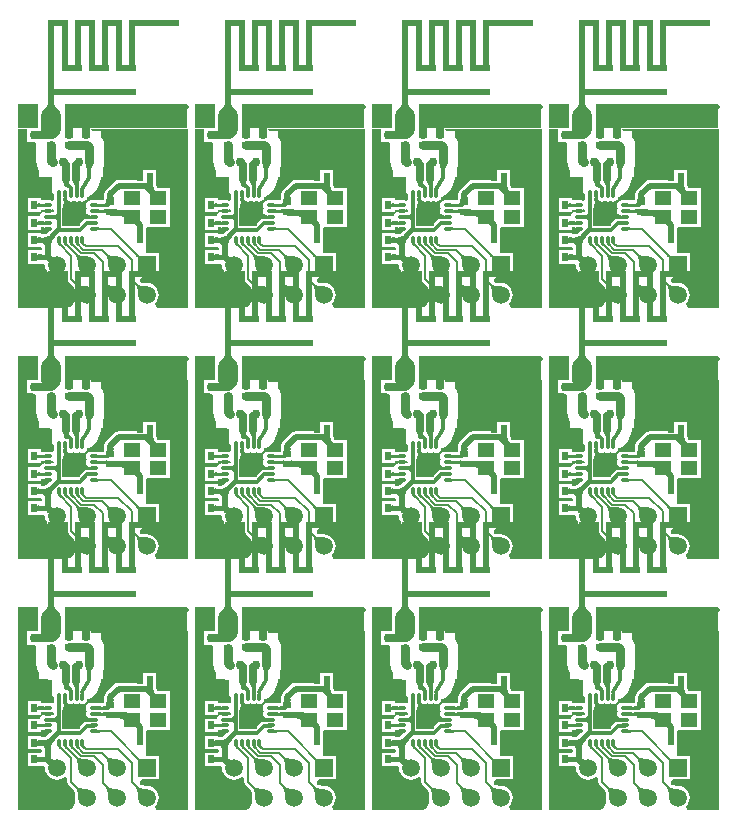
<source format=gtl>
G04*
G04 #@! TF.GenerationSoftware,Altium Limited,Altium Designer,18.1.7 (191)*
G04*
G04 Layer_Physical_Order=1*
G04 Layer_Color=3092431*
%FSLAX25Y25*%
%MOIN*%
G70*
G01*
G75*
%ADD10C,0.01200*%
%ADD11C,0.01000*%
%ADD12C,0.02500*%
%ADD13C,0.03000*%
%ADD14C,0.02087*%
%ADD15R,0.02362X0.02559*%
%ADD16R,0.06000X0.06000*%
%ADD17O,0.03150X0.01102*%
%ADD18O,0.01102X0.03150*%
%ADD19R,0.02559X0.02362*%
%ADD20R,0.05512X0.04528*%
%ADD21C,0.02000*%
%ADD22C,0.00700*%
%ADD23C,0.01500*%
%ADD24C,0.02600*%
%ADD25C,0.06500*%
%ADD26R,0.06813X0.08300*%
%ADD27R,0.41166X0.08300*%
%ADD28R,0.06500X0.04350*%
%ADD29R,0.02000X0.17000*%
%ADD30R,0.06500X0.02000*%
%ADD31R,0.27300X0.02000*%
%ADD32R,0.02000X0.28050*%
%ADD33R,0.16500X0.02000*%
%ADD34C,0.05906*%
%ADD35R,0.05906X0.05906*%
%ADD36C,0.01968*%
G36*
X360563Y405563D02*
X354063D01*
X356313Y409563D01*
X358313D01*
X360563Y405563D01*
D02*
G37*
G36*
X301563D02*
X295063D01*
X297313Y409563D01*
X299313D01*
X301563Y405563D01*
D02*
G37*
G36*
X242563D02*
X236063D01*
X238313Y409563D01*
X240313D01*
X242563Y405563D01*
D02*
G37*
G36*
X183563D02*
X177063D01*
X179313Y409563D01*
X181313D01*
X183563Y405563D01*
D02*
G37*
G36*
X370268Y400406D02*
X367733D01*
X367736Y400432D01*
X367739Y400513D01*
X367750Y403072D01*
X370250D01*
X370268Y400406D01*
D02*
G37*
G36*
X364486D02*
X361951D01*
X361954Y400432D01*
X361957Y400513D01*
X361968Y403072D01*
X364469D01*
X364486Y400406D01*
D02*
G37*
G36*
X311267D02*
X308733D01*
X308736Y400432D01*
X308739Y400513D01*
X308750Y403072D01*
X311250D01*
X311267Y400406D01*
D02*
G37*
G36*
X305486D02*
X302951D01*
X302954Y400432D01*
X302957Y400513D01*
X302969Y403072D01*
X305469D01*
X305486Y400406D01*
D02*
G37*
G36*
X252268D02*
X249732D01*
X249736Y400432D01*
X249739Y400513D01*
X249750Y403072D01*
X252250D01*
X252268Y400406D01*
D02*
G37*
G36*
X246486D02*
X243951D01*
X243954Y400432D01*
X243957Y400513D01*
X243969Y403072D01*
X246468D01*
X246486Y400406D01*
D02*
G37*
G36*
X193268D02*
X190733D01*
X190736Y400432D01*
X190739Y400513D01*
X190750Y403072D01*
X193250D01*
X193268Y400406D01*
D02*
G37*
G36*
X187486D02*
X184951D01*
X184954Y400432D01*
X184957Y400513D01*
X184968Y403072D01*
X187469D01*
X187486Y400406D01*
D02*
G37*
G36*
X370868Y388932D02*
X370798Y388796D01*
X371016D01*
X370907Y388782D01*
X370811Y388738D01*
X370753Y388690D01*
X370702Y388554D01*
X370634Y388312D01*
X370577Y388034D01*
X370530Y387719D01*
X370467Y386984D01*
X370446Y386106D01*
X369247D01*
X369241Y386563D01*
X369163Y387719D01*
X369116Y388034D01*
X369059Y388312D01*
X368991Y388554D01*
X368940Y388690D01*
X368882Y388738D01*
X368786Y388782D01*
X368677Y388796D01*
X368895D01*
X368824Y388932D01*
X368725Y389067D01*
X370968D01*
X370868Y388932D01*
D02*
G37*
G36*
X311869D02*
X311798Y388796D01*
X312016D01*
X311907Y388782D01*
X311811Y388738D01*
X311753Y388690D01*
X311702Y388554D01*
X311634Y388312D01*
X311577Y388034D01*
X311530Y387719D01*
X311467Y386984D01*
X311446Y386106D01*
X310246D01*
X310241Y386563D01*
X310163Y387719D01*
X310116Y388034D01*
X310059Y388312D01*
X309991Y388554D01*
X309940Y388690D01*
X309882Y388738D01*
X309786Y388782D01*
X309677Y388796D01*
X309895D01*
X309824Y388932D01*
X309725Y389067D01*
X311967D01*
X311869Y388932D01*
D02*
G37*
G36*
X252869D02*
X252798Y388796D01*
X253016D01*
X252907Y388782D01*
X252811Y388738D01*
X252753Y388690D01*
X252702Y388554D01*
X252634Y388312D01*
X252577Y388034D01*
X252530Y387719D01*
X252467Y386984D01*
X252447Y386106D01*
X251247D01*
X251241Y386563D01*
X251163Y387719D01*
X251116Y388034D01*
X251059Y388312D01*
X250991Y388554D01*
X250940Y388690D01*
X250882Y388738D01*
X250785Y388782D01*
X250677Y388796D01*
X250895D01*
X250824Y388932D01*
X250726Y389067D01*
X252968D01*
X252869Y388932D01*
D02*
G37*
G36*
X193869D02*
X193798Y388796D01*
X194016D01*
X193907Y388782D01*
X193811Y388738D01*
X193753Y388690D01*
X193702Y388554D01*
X193634Y388312D01*
X193577Y388034D01*
X193530Y387719D01*
X193467Y386984D01*
X193447Y386106D01*
X192246D01*
X192241Y386563D01*
X192163Y387719D01*
X192116Y388034D01*
X192059Y388312D01*
X191991Y388554D01*
X191940Y388690D01*
X191882Y388738D01*
X191786Y388782D01*
X191677Y388796D01*
X191895D01*
X191824Y388932D01*
X191726Y389067D01*
X193967D01*
X193869Y388932D01*
D02*
G37*
G36*
X363277Y383740D02*
X363235Y383660D01*
X363198Y383569D01*
X363166Y383469D01*
X363139Y383360D01*
X363116Y383240D01*
X363087Y382971D01*
X363079Y382822D01*
X363077Y382663D01*
X361577D01*
X361574Y382822D01*
X361555Y383111D01*
X361537Y383240D01*
X361488Y383469D01*
X361455Y383569D01*
X361418Y383660D01*
X361376Y383740D01*
X361329Y383810D01*
X363324D01*
X363277Y383740D01*
D02*
G37*
G36*
X304277D02*
X304235Y383660D01*
X304198Y383569D01*
X304166Y383469D01*
X304139Y383360D01*
X304116Y383240D01*
X304087Y382971D01*
X304079Y382822D01*
X304077Y382663D01*
X302577D01*
X302574Y382822D01*
X302554Y383111D01*
X302537Y383240D01*
X302488Y383469D01*
X302455Y383569D01*
X302418Y383660D01*
X302376Y383740D01*
X302329Y383810D01*
X304324D01*
X304277Y383740D01*
D02*
G37*
G36*
X245277D02*
X245235Y383660D01*
X245198Y383569D01*
X245166Y383469D01*
X245139Y383360D01*
X245116Y383240D01*
X245087Y382971D01*
X245079Y382822D01*
X245077Y382663D01*
X243577D01*
X243574Y382822D01*
X243554Y383111D01*
X243537Y383240D01*
X243488Y383469D01*
X243455Y383569D01*
X243418Y383660D01*
X243376Y383740D01*
X243329Y383810D01*
X245324D01*
X245277Y383740D01*
D02*
G37*
G36*
X186277D02*
X186235Y383660D01*
X186198Y383569D01*
X186166Y383469D01*
X186139Y383360D01*
X186116Y383240D01*
X186087Y382971D01*
X186079Y382822D01*
X186077Y382663D01*
X184577D01*
X184574Y382822D01*
X184555Y383111D01*
X184537Y383240D01*
X184488Y383469D01*
X184455Y383569D01*
X184418Y383660D01*
X184376Y383740D01*
X184329Y383810D01*
X186324D01*
X186277Y383740D01*
D02*
G37*
G36*
X366842Y383296D02*
X366743Y383282D01*
X366654Y383238D01*
X366575Y383166D01*
X366507Y383066D01*
X366449Y382936D01*
X366402Y382778D01*
X366366Y382590D01*
X366339Y382374D01*
X366324Y382130D01*
X366318Y381856D01*
X365119D01*
X365112Y382131D01*
X365065Y382595D01*
X365022Y382784D01*
X364968Y382943D01*
X364902Y383074D01*
X364825Y383176D01*
X364735Y383249D01*
X364633Y383293D01*
X364518Y383308D01*
X366842Y383296D01*
D02*
G37*
G36*
X307842D02*
X307743Y383282D01*
X307654Y383238D01*
X307575Y383166D01*
X307507Y383066D01*
X307450Y382936D01*
X307402Y382778D01*
X307366Y382590D01*
X307339Y382374D01*
X307324Y382130D01*
X307318Y381856D01*
X306118D01*
X306113Y382131D01*
X306065Y382595D01*
X306023Y382784D01*
X305968Y382943D01*
X305903Y383074D01*
X305824Y383176D01*
X305734Y383249D01*
X305632Y383293D01*
X305519Y383308D01*
X307842Y383296D01*
D02*
G37*
G36*
X248842D02*
X248743Y383282D01*
X248654Y383238D01*
X248575Y383166D01*
X248507Y383066D01*
X248449Y382936D01*
X248402Y382778D01*
X248366Y382590D01*
X248339Y382374D01*
X248324Y382130D01*
X248319Y381856D01*
X247118D01*
X247112Y382131D01*
X247064Y382595D01*
X247023Y382784D01*
X246969Y382943D01*
X246902Y383074D01*
X246825Y383176D01*
X246734Y383249D01*
X246633Y383293D01*
X246518Y383308D01*
X248842Y383296D01*
D02*
G37*
G36*
X189842D02*
X189743Y383282D01*
X189654Y383238D01*
X189575Y383166D01*
X189507Y383066D01*
X189450Y382936D01*
X189402Y382778D01*
X189366Y382590D01*
X189339Y382374D01*
X189324Y382130D01*
X189319Y381856D01*
X188119D01*
X188112Y382131D01*
X188065Y382595D01*
X188022Y382784D01*
X187969Y382943D01*
X187902Y383074D01*
X187824Y383176D01*
X187734Y383249D01*
X187633Y383293D01*
X187519Y383308D01*
X189842Y383296D01*
D02*
G37*
G36*
X391310Y383772D02*
X391282Y383700D01*
X391256Y383580D01*
X391234Y383412D01*
X391200Y382932D01*
X391198Y382803D01*
X391230Y382516D01*
X391301Y382145D01*
X391400Y381786D01*
X391527Y381439D01*
X391682Y381104D01*
X391866Y380780D01*
X392078Y380468D01*
X392319Y380167D01*
X392587Y379878D01*
X390173Y380878D01*
X390388Y381396D01*
X389173D01*
X389172Y381852D01*
X389065Y383700D01*
X389036Y383772D01*
X389004Y383796D01*
X391342D01*
X391310Y383772D01*
D02*
G37*
G36*
X332310D02*
X332281Y383700D01*
X332256Y383580D01*
X332234Y383412D01*
X332200Y382932D01*
X332198Y382803D01*
X332230Y382516D01*
X332300Y382145D01*
X332400Y381786D01*
X332527Y381439D01*
X332682Y381104D01*
X332866Y380780D01*
X333078Y380468D01*
X333319Y380167D01*
X333587Y379878D01*
X331173Y380878D01*
X331388Y381396D01*
X330173D01*
X330171Y381852D01*
X330065Y383700D01*
X330036Y383772D01*
X330004Y383796D01*
X332342D01*
X332310Y383772D01*
D02*
G37*
G36*
X273310D02*
X273282Y383700D01*
X273256Y383580D01*
X273234Y383412D01*
X273200Y382932D01*
X273198Y382803D01*
X273230Y382516D01*
X273301Y382145D01*
X273399Y381786D01*
X273527Y381439D01*
X273682Y381104D01*
X273866Y380780D01*
X274078Y380468D01*
X274319Y380167D01*
X274587Y379878D01*
X272173Y380878D01*
X272388Y381396D01*
X271173D01*
X271171Y381852D01*
X271065Y383700D01*
X271036Y383772D01*
X271004Y383796D01*
X273342D01*
X273310Y383772D01*
D02*
G37*
G36*
X214310D02*
X214282Y383700D01*
X214256Y383580D01*
X214234Y383412D01*
X214200Y382932D01*
X214198Y382803D01*
X214230Y382516D01*
X214300Y382145D01*
X214400Y381786D01*
X214527Y381439D01*
X214682Y381104D01*
X214866Y380780D01*
X215078Y380468D01*
X215319Y380167D01*
X215587Y379878D01*
X213173Y380878D01*
X213388Y381396D01*
X212173D01*
X212172Y381852D01*
X212065Y383700D01*
X212036Y383772D01*
X212004Y383796D01*
X214342D01*
X214310Y383772D01*
D02*
G37*
G36*
X378003Y379125D02*
X378064Y378274D01*
X378092Y378137D01*
X378126Y378031D01*
X378164Y377955D01*
X378208Y377909D01*
X378256Y377894D01*
X375744D01*
X375792Y377909D01*
X375836Y377955D01*
X375874Y378031D01*
X375908Y378137D01*
X375936Y378274D01*
X375959Y378441D01*
X375990Y378866D01*
X376000Y379414D01*
X378000D01*
X378003Y379125D01*
D02*
G37*
G36*
X319003D02*
X319064Y378274D01*
X319092Y378137D01*
X319126Y378031D01*
X319164Y377955D01*
X319208Y377909D01*
X319256Y377894D01*
X316744D01*
X316792Y377909D01*
X316836Y377955D01*
X316874Y378031D01*
X316908Y378137D01*
X316936Y378274D01*
X316959Y378441D01*
X316990Y378866D01*
X317000Y379414D01*
X319000D01*
X319003Y379125D01*
D02*
G37*
G36*
X260003D02*
X260064Y378274D01*
X260092Y378137D01*
X260126Y378031D01*
X260164Y377955D01*
X260208Y377909D01*
X260256Y377894D01*
X257744D01*
X257792Y377909D01*
X257836Y377955D01*
X257874Y378031D01*
X257908Y378137D01*
X257936Y378274D01*
X257959Y378441D01*
X257990Y378866D01*
X258000Y379414D01*
X260000D01*
X260003Y379125D01*
D02*
G37*
G36*
X201003D02*
X201064Y378274D01*
X201092Y378137D01*
X201126Y378031D01*
X201164Y377955D01*
X201208Y377909D01*
X201256Y377894D01*
X198744D01*
X198792Y377909D01*
X198836Y377955D01*
X198874Y378031D01*
X198908Y378137D01*
X198936Y378274D01*
X198959Y378441D01*
X198990Y378866D01*
X199000Y379414D01*
X201000D01*
X201003Y379125D01*
D02*
G37*
G36*
X349319Y399888D02*
X349155Y399063D01*
X349319Y398239D01*
Y396784D01*
X351171D01*
X351500Y396719D01*
X351893D01*
X352312Y396237D01*
X352257Y395817D01*
Y390973D01*
X352212Y390635D01*
X352207D01*
X352399Y389180D01*
X352960Y387825D01*
X353146Y387583D01*
Y385284D01*
X356186D01*
X356372Y385207D01*
X357536Y385054D01*
Y384563D01*
X357646Y383729D01*
Y379784D01*
X357867D01*
X358119Y379478D01*
Y377533D01*
X357619Y377278D01*
X357097Y377382D01*
X355049D01*
X354787Y377330D01*
X353854D01*
Y378103D01*
X349492D01*
Y373544D01*
X353854D01*
Y374271D01*
X354787D01*
X355049Y374219D01*
X357097D01*
X357619Y374323D01*
X358119Y374068D01*
Y373526D01*
X358114Y373500D01*
X358087Y373495D01*
X356073D01*
X355823Y373445D01*
X355049D01*
X354444Y373325D01*
X353931Y372982D01*
X353588Y372469D01*
X353534Y372197D01*
X349492D01*
Y367638D01*
X353854D01*
Y368389D01*
X354495D01*
X354584Y368388D01*
X354686Y368382D01*
X354697Y368380D01*
X354703Y368381D01*
X354712Y368380D01*
X355049Y368313D01*
X357069D01*
X357124Y368252D01*
X357309Y367846D01*
X356019Y366556D01*
X355898Y366459D01*
X355731Y366345D01*
X355560Y366248D01*
X355385Y366167D01*
X355203Y366101D01*
X355014Y366049D01*
X354816Y366011D01*
X354661Y365993D01*
X354199D01*
X354059Y365998D01*
X353854Y366018D01*
Y366489D01*
X352881D01*
X352842Y366496D01*
X352804Y366489D01*
X349492D01*
Y361930D01*
X352804D01*
X352842Y361922D01*
X352881Y361930D01*
X353854D01*
X354156Y361555D01*
Y361218D01*
X353854Y360843D01*
X352881D01*
X352842Y360851D01*
X352804Y360843D01*
X349492D01*
Y356284D01*
X352804D01*
X352842Y356276D01*
X352881Y356284D01*
X353854D01*
Y356263D01*
X354837D01*
X355166Y355888D01*
X355163Y355863D01*
X355299Y354832D01*
X355697Y353870D01*
X356331Y353044D01*
X357157Y352411D01*
X358118Y352012D01*
X359150Y351877D01*
X360182Y352012D01*
X361143Y352411D01*
X361759Y352883D01*
X362195Y352703D01*
X362540Y352358D01*
X362646Y352102D01*
Y350992D01*
X362750Y350465D01*
X363049Y350018D01*
X364867Y348200D01*
X364900Y348144D01*
X364950Y348032D01*
X365003Y347867D01*
X365055Y347652D01*
X365096Y347411D01*
X365176Y346317D01*
X365177Y345972D01*
X365163Y345864D01*
X365299Y344832D01*
X365284Y344521D01*
X365163Y343912D01*
X364925Y343338D01*
X364580Y342822D01*
X364190Y342432D01*
X363813Y342163D01*
D01*
X363396Y341943D01*
X363051Y341800D01*
X362441Y341679D01*
X362131Y341664D01*
X362131D01*
X361643Y341634D01*
X346071D01*
Y401264D01*
X349319D01*
Y399888D01*
D02*
G37*
G36*
X290319D02*
X290155Y399063D01*
X290319Y398239D01*
Y396784D01*
X292171D01*
X292500Y396719D01*
X292893D01*
X293312Y396237D01*
X293257Y395817D01*
Y390973D01*
X293212Y390635D01*
X293207D01*
X293399Y389180D01*
X293960Y387825D01*
X294146Y387583D01*
Y385284D01*
X297186D01*
X297372Y385207D01*
X298536Y385054D01*
Y384563D01*
X298646Y383729D01*
Y379784D01*
X298867D01*
X299119Y379478D01*
Y377533D01*
X298619Y377278D01*
X298096Y377382D01*
X296049D01*
X295787Y377330D01*
X294854D01*
Y378103D01*
X290492D01*
Y373544D01*
X294854D01*
Y374271D01*
X295787D01*
X296049Y374219D01*
X298096D01*
X298619Y374323D01*
X299119Y374068D01*
Y373526D01*
X299114Y373500D01*
X299087Y373495D01*
X297073D01*
X296823Y373445D01*
X296049D01*
X295444Y373325D01*
X294931Y372982D01*
X294588Y372469D01*
X294534Y372197D01*
X290492D01*
Y367638D01*
X294854D01*
Y368389D01*
X295495D01*
X295584Y368388D01*
X295686Y368382D01*
X295697Y368380D01*
X295703Y368381D01*
X295712Y368380D01*
X296049Y368313D01*
X298070D01*
X298124Y368252D01*
X298309Y367846D01*
X297019Y366556D01*
X296898Y366459D01*
X296731Y366345D01*
X296560Y366248D01*
X296385Y366167D01*
X296203Y366101D01*
X296014Y366049D01*
X295815Y366011D01*
X295661Y365993D01*
X295199D01*
X295059Y365998D01*
X294854Y366018D01*
Y366489D01*
X293881D01*
X293842Y366496D01*
X293804Y366489D01*
X290492D01*
Y361930D01*
X293804D01*
X293842Y361922D01*
X293881Y361930D01*
X294854D01*
X295157Y361555D01*
Y361218D01*
X294854Y360843D01*
X293881D01*
X293842Y360851D01*
X293804Y360843D01*
X290492D01*
Y356284D01*
X293804D01*
X293842Y356276D01*
X293881Y356284D01*
X294854D01*
Y356263D01*
X295837D01*
X296166Y355888D01*
X296163Y355863D01*
X296299Y354832D01*
X296697Y353870D01*
X297331Y353044D01*
X298157Y352411D01*
X299118Y352012D01*
X300150Y351877D01*
X301182Y352012D01*
X302143Y352411D01*
X302759Y352883D01*
X303195Y352703D01*
X303540Y352358D01*
X303645Y352102D01*
Y350992D01*
X303750Y350465D01*
X304049Y350018D01*
X305867Y348200D01*
X305900Y348144D01*
X305950Y348032D01*
X306003Y347867D01*
X306055Y347652D01*
X306096Y347411D01*
X306176Y346317D01*
X306177Y345972D01*
X306163Y345864D01*
X306299Y344832D01*
X306284Y344521D01*
X306163Y343912D01*
X305925Y343338D01*
X305580Y342822D01*
X305190Y342432D01*
X304813Y342163D01*
D01*
X304396Y341943D01*
X304050Y341800D01*
X303441Y341679D01*
X303131Y341664D01*
X303131D01*
X302643Y341634D01*
X287071D01*
Y401264D01*
X290319D01*
Y399888D01*
D02*
G37*
G36*
X231319D02*
X231155Y399063D01*
X231319Y398239D01*
Y396784D01*
X233171D01*
X233500Y396719D01*
X233893D01*
X234312Y396237D01*
X234257Y395817D01*
Y390973D01*
X234212Y390635D01*
X234207D01*
X234399Y389180D01*
X234960Y387825D01*
X235146Y387583D01*
Y385284D01*
X238186D01*
X238372Y385207D01*
X239536Y385054D01*
Y384563D01*
X239646Y383729D01*
Y379784D01*
X239867D01*
X240119Y379478D01*
Y377533D01*
X239619Y377278D01*
X239096Y377382D01*
X237049D01*
X236787Y377330D01*
X235854D01*
Y378103D01*
X231492D01*
Y373544D01*
X235854D01*
Y374271D01*
X236787D01*
X237049Y374219D01*
X239096D01*
X239619Y374323D01*
X240119Y374068D01*
Y373526D01*
X240114Y373500D01*
X240087Y373495D01*
X238073D01*
X237823Y373445D01*
X237049D01*
X236444Y373325D01*
X235931Y372982D01*
X235588Y372469D01*
X235534Y372197D01*
X231492D01*
Y367638D01*
X235854D01*
Y368389D01*
X236495D01*
X236584Y368388D01*
X236686Y368382D01*
X236698Y368380D01*
X236703Y368381D01*
X236712Y368380D01*
X237049Y368313D01*
X239070D01*
X239124Y368252D01*
X239309Y367846D01*
X238019Y366556D01*
X237898Y366459D01*
X237731Y366345D01*
X237560Y366248D01*
X237385Y366167D01*
X237203Y366101D01*
X237014Y366049D01*
X236816Y366011D01*
X236661Y365993D01*
X236199D01*
X236059Y365998D01*
X235854Y366018D01*
Y366489D01*
X234880D01*
X234842Y366496D01*
X234804Y366489D01*
X231492D01*
Y361930D01*
X234804D01*
X234842Y361922D01*
X234880Y361930D01*
X235854D01*
X236157Y361555D01*
Y361218D01*
X235854Y360843D01*
X234880D01*
X234842Y360851D01*
X234804Y360843D01*
X231492D01*
Y356284D01*
X234804D01*
X234842Y356276D01*
X234880Y356284D01*
X235854D01*
Y356263D01*
X236837D01*
X237166Y355888D01*
X237163Y355863D01*
X237299Y354832D01*
X237697Y353870D01*
X238331Y353044D01*
X239157Y352411D01*
X240118Y352012D01*
X241150Y351877D01*
X242182Y352012D01*
X243143Y352411D01*
X243759Y352883D01*
X244195Y352703D01*
X244540Y352358D01*
X244646Y352102D01*
Y350992D01*
X244750Y350465D01*
X245049Y350018D01*
X246867Y348200D01*
X246900Y348144D01*
X246950Y348032D01*
X247003Y347867D01*
X247055Y347652D01*
X247096Y347411D01*
X247176Y346317D01*
X247178Y345972D01*
X247163Y345864D01*
X247299Y344832D01*
X247284Y344521D01*
X247163Y343912D01*
X246925Y343338D01*
X246580Y342822D01*
X246190Y342432D01*
X245813Y342163D01*
D01*
X245396Y341943D01*
X245051Y341800D01*
X244441Y341679D01*
X244131Y341664D01*
X244131D01*
X243643Y341634D01*
X228071D01*
Y401264D01*
X231319D01*
Y399888D01*
D02*
G37*
G36*
X172319D02*
X172155Y399063D01*
X172319Y398239D01*
Y396784D01*
X174171D01*
X174500Y396719D01*
X174893D01*
X175312Y396237D01*
X175257Y395817D01*
Y390973D01*
X175212Y390635D01*
X175207D01*
X175399Y389180D01*
X175960Y387825D01*
X176146Y387583D01*
Y385284D01*
X179186D01*
X179372Y385207D01*
X180536Y385054D01*
Y384563D01*
X180646Y383729D01*
Y379784D01*
X180867D01*
X181119Y379478D01*
Y377533D01*
X180619Y377278D01*
X180096Y377382D01*
X178049D01*
X177787Y377330D01*
X176854D01*
Y378103D01*
X172492D01*
Y373544D01*
X176854D01*
Y374271D01*
X177787D01*
X178049Y374219D01*
X180096D01*
X180619Y374323D01*
X181119Y374068D01*
Y373526D01*
X181114Y373500D01*
X181087Y373495D01*
X179073D01*
X178823Y373445D01*
X178049D01*
X177444Y373325D01*
X176931Y372982D01*
X176588Y372469D01*
X176534Y372197D01*
X172492D01*
Y367638D01*
X176854D01*
Y368389D01*
X177495D01*
X177584Y368388D01*
X177686Y368382D01*
X177698Y368380D01*
X177703Y368381D01*
X177712Y368380D01*
X178049Y368313D01*
X180069D01*
X180124Y368252D01*
X180309Y367846D01*
X179019Y366556D01*
X178898Y366459D01*
X178731Y366345D01*
X178560Y366248D01*
X178385Y366167D01*
X178203Y366101D01*
X178014Y366049D01*
X177815Y366011D01*
X177661Y365993D01*
X177199D01*
X177059Y365998D01*
X176854Y366018D01*
Y366489D01*
X175881D01*
X175842Y366496D01*
X175804Y366489D01*
X172492D01*
Y361930D01*
X175804D01*
X175842Y361922D01*
X175881Y361930D01*
X176854D01*
X177156Y361555D01*
Y361218D01*
X176854Y360843D01*
X175881D01*
X175842Y360851D01*
X175804Y360843D01*
X172492D01*
Y356284D01*
X175804D01*
X175842Y356276D01*
X175881Y356284D01*
X176854D01*
Y356263D01*
X177837D01*
X178166Y355888D01*
X178163Y355863D01*
X178299Y354832D01*
X178697Y353870D01*
X179331Y353044D01*
X180157Y352411D01*
X181118Y352012D01*
X182150Y351877D01*
X183182Y352012D01*
X184143Y352411D01*
X184759Y352883D01*
X185195Y352703D01*
X185540Y352358D01*
X185645Y352102D01*
Y350992D01*
X185750Y350465D01*
X186049Y350018D01*
X187867Y348200D01*
X187900Y348144D01*
X187950Y348032D01*
X188003Y347867D01*
X188055Y347652D01*
X188096Y347411D01*
X188176Y346317D01*
X188178Y345972D01*
X188163Y345864D01*
X188299Y344832D01*
X188284Y344521D01*
X188163Y343912D01*
X187925Y343338D01*
X187580Y342822D01*
X187190Y342432D01*
X186813Y342163D01*
D01*
X186396Y341943D01*
X186050Y341800D01*
X185441Y341679D01*
X185131Y341664D01*
X185131D01*
X184643Y341634D01*
X169071D01*
Y401264D01*
X172319D01*
Y399888D01*
D02*
G37*
G36*
X375732Y375568D02*
X375721Y375517D01*
X375684Y375471D01*
X375624Y375431D01*
X375540Y375397D01*
X375432Y375367D01*
X375301Y375343D01*
X375145Y375325D01*
X374761Y375303D01*
X374533Y375301D01*
Y376301D01*
X374762Y376306D01*
X375149Y376345D01*
X375306Y376380D01*
X375439Y376426D01*
X375548Y376481D01*
X375633Y376546D01*
X375694Y376621D01*
X375731Y376706D01*
X375745Y376800D01*
X375732Y375568D01*
D02*
G37*
G36*
X316733D02*
X316721Y375517D01*
X316685Y375471D01*
X316624Y375431D01*
X316541Y375397D01*
X316432Y375367D01*
X316301Y375343D01*
X316144Y375325D01*
X315760Y375303D01*
X315532Y375301D01*
Y376301D01*
X315762Y376306D01*
X316148Y376345D01*
X316306Y376380D01*
X316439Y376426D01*
X316548Y376481D01*
X316633Y376546D01*
X316694Y376621D01*
X316732Y376706D01*
X316744Y376800D01*
X316733Y375568D01*
D02*
G37*
G36*
X257733D02*
X257720Y375517D01*
X257684Y375471D01*
X257625Y375431D01*
X257540Y375397D01*
X257433Y375367D01*
X257300Y375343D01*
X257144Y375325D01*
X256761Y375303D01*
X256533Y375301D01*
Y376301D01*
X256762Y376306D01*
X257149Y376345D01*
X257306Y376380D01*
X257439Y376426D01*
X257548Y376481D01*
X257633Y376546D01*
X257694Y376621D01*
X257732Y376706D01*
X257745Y376800D01*
X257733Y375568D01*
D02*
G37*
G36*
X198732D02*
X198721Y375517D01*
X198685Y375471D01*
X198625Y375431D01*
X198540Y375397D01*
X198433Y375367D01*
X198301Y375343D01*
X198144Y375325D01*
X197760Y375303D01*
X197532Y375301D01*
Y376301D01*
X197762Y376306D01*
X198149Y376345D01*
X198306Y376380D01*
X198439Y376426D01*
X198548Y376481D01*
X198633Y376546D01*
X198694Y376621D01*
X198732Y376706D01*
X198744Y376800D01*
X198732Y375568D01*
D02*
G37*
G36*
X372675Y376307D02*
X372713Y376306D01*
X373873Y376301D01*
Y375301D01*
X372661Y375293D01*
Y376308D01*
X372675Y376307D01*
D02*
G37*
G36*
X352842Y376706D02*
X352879Y376621D01*
X352939Y376546D01*
X353024Y376481D01*
X353133Y376426D01*
X353267Y376380D01*
X353424Y376345D01*
X353606Y376321D01*
X353812Y376306D01*
X353946Y376303D01*
X354839Y376308D01*
Y375293D01*
X354825Y375294D01*
X354787Y375295D01*
X353973Y375299D01*
X353812Y375295D01*
X353424Y375255D01*
X353267Y375220D01*
X353133Y375175D01*
X353024Y375120D01*
X352939Y375056D01*
X352879Y374980D01*
X352842Y374896D01*
X352830Y374800D01*
Y376800D01*
X352842Y376706D01*
D02*
G37*
G36*
X313675Y376307D02*
X313713Y376306D01*
X314873Y376301D01*
Y375301D01*
X313661Y375293D01*
Y376308D01*
X313675Y376307D01*
D02*
G37*
G36*
X293842Y376706D02*
X293879Y376621D01*
X293939Y376546D01*
X294024Y376481D01*
X294133Y376426D01*
X294267Y376380D01*
X294424Y376345D01*
X294606Y376321D01*
X294812Y376306D01*
X294947Y376303D01*
X295839Y376308D01*
Y375293D01*
X295825Y375294D01*
X295787Y375295D01*
X294973Y375299D01*
X294812Y375295D01*
X294424Y375255D01*
X294267Y375220D01*
X294133Y375175D01*
X294024Y375120D01*
X293939Y375056D01*
X293879Y374980D01*
X293842Y374896D01*
X293830Y374800D01*
Y376800D01*
X293842Y376706D01*
D02*
G37*
G36*
X254675Y376307D02*
X254713Y376306D01*
X255873Y376301D01*
Y375301D01*
X254661Y375293D01*
Y376308D01*
X254675Y376307D01*
D02*
G37*
G36*
X234842Y376706D02*
X234879Y376621D01*
X234939Y376546D01*
X235024Y376481D01*
X235133Y376426D01*
X235267Y376380D01*
X235424Y376345D01*
X235606Y376321D01*
X235812Y376306D01*
X235946Y376303D01*
X236839Y376308D01*
Y375293D01*
X236825Y375294D01*
X236787Y375295D01*
X235973Y375299D01*
X235812Y375295D01*
X235424Y375255D01*
X235267Y375220D01*
X235133Y375175D01*
X235024Y375120D01*
X234939Y375056D01*
X234879Y374980D01*
X234842Y374896D01*
X234830Y374800D01*
Y376800D01*
X234842Y376706D01*
D02*
G37*
G36*
X195675Y376307D02*
X195713Y376306D01*
X196873Y376301D01*
Y375301D01*
X195661Y375293D01*
Y376308D01*
X195675Y376307D01*
D02*
G37*
G36*
X175842Y376706D02*
X175879Y376621D01*
X175939Y376546D01*
X176024Y376481D01*
X176133Y376426D01*
X176267Y376380D01*
X176424Y376345D01*
X176606Y376321D01*
X176812Y376306D01*
X176946Y376303D01*
X177839Y376308D01*
Y375293D01*
X177825Y375294D01*
X177787Y375295D01*
X176973Y375299D01*
X176812Y375295D01*
X176424Y375255D01*
X176267Y375220D01*
X176133Y375175D01*
X176024Y375120D01*
X175939Y375056D01*
X175879Y374980D01*
X175842Y374896D01*
X175830Y374800D01*
Y376800D01*
X175842Y376706D01*
D02*
G37*
G36*
X372681Y374335D02*
X372724Y374330D01*
X372880Y374322D01*
X373902Y374312D01*
X373802Y373312D01*
X372661Y373324D01*
Y374340D01*
X372681Y374335D01*
D02*
G37*
G36*
X313681D02*
X313724Y374330D01*
X313879Y374322D01*
X314902Y374312D01*
X314802Y373312D01*
X313661Y373324D01*
Y374340D01*
X313681Y374335D01*
D02*
G37*
G36*
X254681D02*
X254724Y374330D01*
X254879Y374322D01*
X255902Y374312D01*
X255802Y373312D01*
X254661Y373324D01*
Y374340D01*
X254681Y374335D01*
D02*
G37*
G36*
X195681D02*
X195724Y374330D01*
X195879Y374322D01*
X196902Y374312D01*
X196802Y373312D01*
X195661Y373324D01*
Y374340D01*
X195681Y374335D01*
D02*
G37*
G36*
X375745Y372812D02*
X375732Y372907D01*
X375695Y372992D01*
X375634Y373067D01*
X375549Y373132D01*
X375440Y373187D01*
X375307Y373232D01*
X375149Y373267D01*
X374968Y373292D01*
X374762Y373307D01*
X374533Y373312D01*
Y374312D01*
X374761Y374315D01*
X375301Y374352D01*
X375432Y374374D01*
X375540Y374401D01*
X375624Y374433D01*
X375684Y374470D01*
X375721Y374513D01*
X375732Y374559D01*
X375745Y372812D01*
D02*
G37*
G36*
X316744D02*
X316732Y372907D01*
X316695Y372992D01*
X316634Y373067D01*
X316549Y373132D01*
X316440Y373187D01*
X316306Y373232D01*
X316149Y373267D01*
X315968Y373292D01*
X315762Y373307D01*
X315532Y373312D01*
Y374312D01*
X315760Y374315D01*
X316301Y374352D01*
X316432Y374374D01*
X316541Y374401D01*
X316624Y374433D01*
X316685Y374470D01*
X316721Y374513D01*
X316733Y374559D01*
X316744Y372812D01*
D02*
G37*
G36*
X257745D02*
X257732Y372907D01*
X257695Y372992D01*
X257634Y373067D01*
X257549Y373132D01*
X257440Y373187D01*
X257307Y373232D01*
X257149Y373267D01*
X256968Y373292D01*
X256762Y373307D01*
X256533Y373312D01*
Y374312D01*
X256761Y374315D01*
X257300Y374352D01*
X257433Y374374D01*
X257540Y374401D01*
X257625Y374433D01*
X257684Y374470D01*
X257720Y374513D01*
X257733Y374559D01*
X257745Y372812D01*
D02*
G37*
G36*
X198744D02*
X198732Y372907D01*
X198695Y372992D01*
X198634Y373067D01*
X198549Y373132D01*
X198440Y373187D01*
X198307Y373232D01*
X198149Y373267D01*
X197968Y373292D01*
X197762Y373307D01*
X197532Y373312D01*
Y374312D01*
X197760Y374315D01*
X198301Y374352D01*
X198433Y374374D01*
X198540Y374401D01*
X198625Y374433D01*
X198685Y374470D01*
X198721Y374513D01*
X198732Y374559D01*
X198744Y372812D01*
D02*
G37*
G36*
X378292Y374503D02*
X378363Y374453D01*
X378484Y374409D01*
X378651Y374370D01*
X378868Y374338D01*
X379444Y374290D01*
X380667Y374264D01*
Y374110D01*
X381583Y374016D01*
X381595Y371264D01*
X381570Y371453D01*
X381497Y371623D01*
X381376Y371774D01*
X381207Y371903D01*
X380990Y372013D01*
X380724Y372104D01*
X380411Y372174D01*
X380050Y372223D01*
X379730Y372247D01*
X378268Y372221D01*
Y374559D01*
X378292Y374503D01*
D02*
G37*
G36*
X319291D02*
X319363Y374453D01*
X319483Y374409D01*
X319652Y374370D01*
X319867Y374338D01*
X320444Y374290D01*
X321668Y374264D01*
Y374110D01*
X322583Y374016D01*
X322595Y371264D01*
X322570Y371453D01*
X322497Y371623D01*
X322376Y371774D01*
X322207Y371903D01*
X321990Y372013D01*
X321724Y372104D01*
X321411Y372174D01*
X321050Y372223D01*
X320730Y372247D01*
X319268Y372221D01*
Y374559D01*
X319291Y374503D01*
D02*
G37*
G36*
X260292D02*
X260364Y374453D01*
X260484Y374409D01*
X260651Y374370D01*
X260868Y374338D01*
X261443Y374290D01*
X262667Y374264D01*
Y374110D01*
X263583Y374016D01*
X263595Y371264D01*
X263570Y371453D01*
X263497Y371623D01*
X263376Y371774D01*
X263207Y371903D01*
X262990Y372013D01*
X262724Y372104D01*
X262411Y372174D01*
X262050Y372223D01*
X261730Y372247D01*
X260267Y372221D01*
Y374559D01*
X260292Y374503D01*
D02*
G37*
G36*
X201291D02*
X201363Y374453D01*
X201483Y374409D01*
X201652Y374370D01*
X201868Y374338D01*
X202444Y374290D01*
X203667Y374264D01*
Y374110D01*
X204583Y374016D01*
X204595Y371264D01*
X204570Y371453D01*
X204497Y371623D01*
X204376Y371774D01*
X204207Y371903D01*
X203990Y372013D01*
X203725Y372104D01*
X203411Y372174D01*
X203050Y372223D01*
X202730Y372247D01*
X201268Y372221D01*
Y374559D01*
X201291Y374503D01*
D02*
G37*
G36*
X360350Y371864D02*
X359150Y370063D01*
X359138Y370291D01*
X359102Y370496D01*
X359042Y370675D01*
X358958Y370831D01*
X358850Y370964D01*
X358718Y371072D01*
X358562Y371156D01*
X358382Y371216D01*
X358178Y371252D01*
X357950Y371264D01*
Y372463D01*
X358178Y372476D01*
X358382Y372512D01*
X358562Y372571D01*
X358718Y372656D01*
X358850Y372763D01*
X358958Y372896D01*
X359042Y373052D01*
X359102Y373232D01*
X359138Y373435D01*
X359150Y373663D01*
X360350Y371864D01*
D02*
G37*
G36*
X301350D02*
X300150Y370063D01*
X300138Y370291D01*
X300102Y370496D01*
X300042Y370675D01*
X299958Y370831D01*
X299850Y370964D01*
X299718Y371072D01*
X299562Y371156D01*
X299382Y371216D01*
X299178Y371252D01*
X298950Y371264D01*
Y372463D01*
X299178Y372476D01*
X299382Y372512D01*
X299562Y372571D01*
X299718Y372656D01*
X299850Y372763D01*
X299958Y372896D01*
X300042Y373052D01*
X300102Y373232D01*
X300138Y373435D01*
X300150Y373663D01*
X301350Y371864D01*
D02*
G37*
G36*
X242350D02*
X241150Y370063D01*
X241138Y370291D01*
X241102Y370496D01*
X241042Y370675D01*
X240958Y370831D01*
X240850Y370964D01*
X240718Y371072D01*
X240562Y371156D01*
X240382Y371216D01*
X240178Y371252D01*
X239950Y371264D01*
Y372463D01*
X240178Y372476D01*
X240382Y372512D01*
X240562Y372571D01*
X240718Y372656D01*
X240850Y372763D01*
X240958Y372896D01*
X241042Y373052D01*
X241102Y373232D01*
X241138Y373435D01*
X241150Y373663D01*
X242350Y371864D01*
D02*
G37*
G36*
X183350D02*
X182150Y370063D01*
X182138Y370291D01*
X182102Y370496D01*
X182042Y370675D01*
X181958Y370831D01*
X181850Y370964D01*
X181718Y371072D01*
X181562Y371156D01*
X181382Y371216D01*
X181178Y371252D01*
X180950Y371264D01*
Y372463D01*
X181178Y372476D01*
X181382Y372512D01*
X181562Y372571D01*
X181718Y372656D01*
X181850Y372763D01*
X181958Y372896D01*
X182042Y373052D01*
X182102Y373232D01*
X182138Y373435D01*
X182150Y373663D01*
X183350Y371864D01*
D02*
G37*
G36*
X352842Y370823D02*
X352879Y370738D01*
X352939Y370663D01*
X353024Y370598D01*
X353133Y370543D01*
X353267Y370498D01*
X353424Y370463D01*
X353606Y370438D01*
X353812Y370423D01*
X354042Y370418D01*
Y370413D01*
X354839Y370403D01*
Y369387D01*
X354818Y369393D01*
X354774Y369398D01*
X354617Y369407D01*
X353893Y369415D01*
X353812Y369413D01*
X353424Y369373D01*
X353267Y369338D01*
X353133Y369293D01*
X353024Y369238D01*
X352939Y369173D01*
X352879Y369098D01*
X352842Y369013D01*
X352830Y368918D01*
Y370918D01*
X352842Y370823D01*
D02*
G37*
G36*
X293842D02*
X293879Y370738D01*
X293939Y370663D01*
X294024Y370598D01*
X294133Y370543D01*
X294267Y370498D01*
X294424Y370463D01*
X294606Y370438D01*
X294812Y370423D01*
X295042Y370418D01*
Y370413D01*
X295839Y370403D01*
Y369387D01*
X295818Y369393D01*
X295774Y369398D01*
X295617Y369407D01*
X294893Y369415D01*
X294812Y369413D01*
X294424Y369373D01*
X294267Y369338D01*
X294133Y369293D01*
X294024Y369238D01*
X293939Y369173D01*
X293879Y369098D01*
X293842Y369013D01*
X293830Y368918D01*
Y370918D01*
X293842Y370823D01*
D02*
G37*
G36*
X234842D02*
X234879Y370738D01*
X234939Y370663D01*
X235024Y370598D01*
X235133Y370543D01*
X235267Y370498D01*
X235424Y370463D01*
X235606Y370438D01*
X235812Y370423D01*
X236042Y370418D01*
Y370413D01*
X236839Y370403D01*
Y369387D01*
X236818Y369393D01*
X236774Y369398D01*
X236617Y369407D01*
X235893Y369415D01*
X235812Y369413D01*
X235424Y369373D01*
X235267Y369338D01*
X235133Y369293D01*
X235024Y369238D01*
X234939Y369173D01*
X234879Y369098D01*
X234842Y369013D01*
X234830Y368918D01*
Y370918D01*
X234842Y370823D01*
D02*
G37*
G36*
X175842D02*
X175879Y370738D01*
X175939Y370663D01*
X176024Y370598D01*
X176133Y370543D01*
X176267Y370498D01*
X176424Y370463D01*
X176606Y370438D01*
X176812Y370423D01*
X177042Y370418D01*
Y370413D01*
X177839Y370403D01*
Y369387D01*
X177818Y369393D01*
X177774Y369398D01*
X177617Y369407D01*
X176893Y369415D01*
X176812Y369413D01*
X176424Y369373D01*
X176267Y369338D01*
X176133Y369293D01*
X176024Y369238D01*
X175939Y369173D01*
X175879Y369098D01*
X175842Y369013D01*
X175830Y368918D01*
Y370918D01*
X175842Y370823D01*
D02*
G37*
G36*
X372714Y368404D02*
X372779Y368378D01*
X372854Y368354D01*
X372942Y368333D01*
X373040Y368316D01*
X373272Y368291D01*
X373550Y368278D01*
X373705Y368277D01*
Y367577D01*
X373550Y367575D01*
X373040Y367537D01*
X372942Y367520D01*
X372854Y367499D01*
X372779Y367476D01*
X372714Y367449D01*
X372661Y367419D01*
Y368434D01*
X372714Y368404D01*
D02*
G37*
G36*
X313714D02*
X313778Y368378D01*
X313854Y368354D01*
X313942Y368333D01*
X314040Y368316D01*
X314272Y368291D01*
X314549Y368278D01*
X314705Y368277D01*
Y367577D01*
X314549Y367575D01*
X314040Y367537D01*
X313942Y367520D01*
X313854Y367499D01*
X313778Y367476D01*
X313714Y367449D01*
X313661Y367419D01*
Y368434D01*
X313714Y368404D01*
D02*
G37*
G36*
X254714D02*
X254779Y368378D01*
X254854Y368354D01*
X254942Y368333D01*
X255040Y368316D01*
X255272Y368291D01*
X255550Y368278D01*
X255705Y368277D01*
Y367577D01*
X255550Y367575D01*
X255040Y367537D01*
X254942Y367520D01*
X254854Y367499D01*
X254779Y367476D01*
X254714Y367449D01*
X254661Y367419D01*
Y368434D01*
X254714Y368404D01*
D02*
G37*
G36*
X195714D02*
X195779Y368378D01*
X195854Y368354D01*
X195942Y368333D01*
X196040Y368316D01*
X196272Y368291D01*
X196549Y368278D01*
X196705Y368277D01*
Y367577D01*
X196549Y367575D01*
X196040Y367537D01*
X195942Y367520D01*
X195854Y367499D01*
X195779Y367476D01*
X195714Y367449D01*
X195661Y367419D01*
Y368434D01*
X195714Y368404D01*
D02*
G37*
G36*
X387828Y367775D02*
X387935Y365927D01*
X387964Y365855D01*
X387996Y365831D01*
X385658D01*
X385690Y365855D01*
X385718Y365927D01*
X385744Y366047D01*
X385766Y366215D01*
X385800Y366695D01*
X385827Y368231D01*
X387827D01*
X387828Y367775D01*
D02*
G37*
G36*
X328829D02*
X328935Y365927D01*
X328964Y365855D01*
X328996Y365831D01*
X326658D01*
X326690Y365855D01*
X326718Y365927D01*
X326744Y366047D01*
X326766Y366215D01*
X326800Y366695D01*
X326827Y368231D01*
X328827D01*
X328829Y367775D01*
D02*
G37*
G36*
X269829D02*
X269935Y365927D01*
X269964Y365855D01*
X269996Y365831D01*
X267658D01*
X267690Y365855D01*
X267719Y365927D01*
X267744Y366047D01*
X267766Y366215D01*
X267800Y366695D01*
X267827Y368231D01*
X269827D01*
X269829Y367775D01*
D02*
G37*
G36*
X210828D02*
X210935Y365927D01*
X210964Y365855D01*
X210996Y365831D01*
X208658D01*
X208690Y365855D01*
X208718Y365927D01*
X208744Y366047D01*
X208766Y366215D01*
X208800Y366695D01*
X208827Y368231D01*
X210827D01*
X210828Y367775D01*
D02*
G37*
G36*
X358256Y365209D02*
X358055Y364988D01*
X357874Y364747D01*
X357715Y364488D01*
X357577Y364210D01*
X357461Y363914D01*
X357365Y363598D01*
X357291Y363264D01*
X357238Y362911D01*
X357206Y362539D01*
X357196Y362148D01*
X355196Y361459D01*
X355181Y361839D01*
X355136Y362179D01*
X355061Y362479D01*
X354956Y362739D01*
X354821Y362959D01*
X354656Y363139D01*
X354461Y363279D01*
X354236Y363379D01*
X354007Y363433D01*
X353724Y363413D01*
X353490Y363376D01*
X353292Y363330D01*
X353130Y363273D01*
X353004Y363206D01*
X352914Y363128D01*
X352860Y363040D01*
X352842Y362942D01*
Y365477D01*
X352860Y365378D01*
X352914Y365290D01*
X353004Y365213D01*
X353130Y365145D01*
X353292Y365089D01*
X353490Y365042D01*
X353724Y365006D01*
X353994Y364980D01*
X354506Y364964D01*
X354681Y364970D01*
X354967Y365002D01*
X355245Y365055D01*
X355515Y365129D01*
X355775Y365224D01*
X356027Y365341D01*
X356270Y365479D01*
X356504Y365638D01*
X356729Y365818D01*
X356946Y366020D01*
X358256Y365209D01*
D02*
G37*
G36*
X299256D02*
X299055Y364988D01*
X298874Y364747D01*
X298715Y364488D01*
X298577Y364210D01*
X298461Y363914D01*
X298365Y363598D01*
X298291Y363264D01*
X298238Y362911D01*
X298206Y362539D01*
X298196Y362148D01*
X296196Y361459D01*
X296181Y361839D01*
X296136Y362179D01*
X296061Y362479D01*
X295956Y362739D01*
X295821Y362959D01*
X295656Y363139D01*
X295461Y363279D01*
X295236Y363379D01*
X295007Y363433D01*
X294724Y363413D01*
X294490Y363376D01*
X294292Y363330D01*
X294130Y363273D01*
X294004Y363206D01*
X293914Y363128D01*
X293860Y363040D01*
X293842Y362942D01*
Y365477D01*
X293860Y365378D01*
X293914Y365290D01*
X294004Y365213D01*
X294130Y365145D01*
X294292Y365089D01*
X294490Y365042D01*
X294724Y365006D01*
X294994Y364980D01*
X295506Y364964D01*
X295681Y364970D01*
X295968Y365002D01*
X296246Y365055D01*
X296515Y365129D01*
X296775Y365224D01*
X297027Y365341D01*
X297270Y365479D01*
X297504Y365638D01*
X297729Y365818D01*
X297946Y366020D01*
X299256Y365209D01*
D02*
G37*
G36*
X240256D02*
X240055Y364988D01*
X239875Y364747D01*
X239715Y364488D01*
X239578Y364210D01*
X239461Y363914D01*
X239365Y363598D01*
X239291Y363264D01*
X239238Y362911D01*
X239206Y362539D01*
X239196Y362148D01*
X237196Y361459D01*
X237181Y361839D01*
X237136Y362179D01*
X237061Y362479D01*
X236956Y362739D01*
X236821Y362959D01*
X236656Y363139D01*
X236461Y363279D01*
X236236Y363379D01*
X236007Y363433D01*
X235724Y363413D01*
X235490Y363376D01*
X235292Y363330D01*
X235130Y363273D01*
X235004Y363206D01*
X234914Y363128D01*
X234860Y363040D01*
X234842Y362942D01*
Y365477D01*
X234860Y365378D01*
X234914Y365290D01*
X235004Y365213D01*
X235130Y365145D01*
X235292Y365089D01*
X235490Y365042D01*
X235724Y365006D01*
X235994Y364980D01*
X236506Y364964D01*
X236681Y364970D01*
X236967Y365002D01*
X237245Y365055D01*
X237515Y365129D01*
X237775Y365224D01*
X238027Y365341D01*
X238270Y365479D01*
X238504Y365638D01*
X238729Y365818D01*
X238946Y366020D01*
X240256Y365209D01*
D02*
G37*
G36*
X181256D02*
X181055Y364988D01*
X180875Y364747D01*
X180715Y364488D01*
X180578Y364210D01*
X180461Y363914D01*
X180365Y363598D01*
X180291Y363264D01*
X180238Y362911D01*
X180206Y362539D01*
X180196Y362148D01*
X178196Y361459D01*
X178181Y361839D01*
X178136Y362179D01*
X178061Y362479D01*
X177956Y362739D01*
X177821Y362959D01*
X177656Y363139D01*
X177461Y363279D01*
X177236Y363379D01*
X177007Y363433D01*
X176724Y363413D01*
X176490Y363376D01*
X176292Y363330D01*
X176130Y363273D01*
X176004Y363206D01*
X175914Y363128D01*
X175860Y363040D01*
X175842Y362942D01*
Y365477D01*
X175860Y365378D01*
X175914Y365290D01*
X176004Y365213D01*
X176130Y365145D01*
X176292Y365089D01*
X176490Y365042D01*
X176724Y365006D01*
X176994Y364980D01*
X177506Y364964D01*
X177681Y364970D01*
X177968Y365002D01*
X178245Y365055D01*
X178515Y365129D01*
X178775Y365224D01*
X179027Y365341D01*
X179270Y365479D01*
X179504Y365638D01*
X179729Y365818D01*
X179946Y366020D01*
X181256Y365209D01*
D02*
G37*
G36*
X368193Y363557D02*
X368181Y363487D01*
X368190Y363405D01*
X368219Y363313D01*
X368269Y363210D01*
X368339Y363097D01*
X368430Y362972D01*
X368541Y362837D01*
X368824Y362535D01*
X368338Y362030D01*
X368228Y362138D01*
X367840Y362469D01*
X367757Y362527D01*
X367678Y362574D01*
X367606Y362611D01*
X367538Y362638D01*
X367477Y362655D01*
X368225Y363617D01*
X368193Y363557D01*
D02*
G37*
G36*
X309193D02*
X309181Y363487D01*
X309190Y363405D01*
X309219Y363313D01*
X309269Y363210D01*
X309339Y363097D01*
X309430Y362972D01*
X309541Y362837D01*
X309824Y362535D01*
X309338Y362030D01*
X309228Y362138D01*
X308840Y362469D01*
X308756Y362527D01*
X308679Y362574D01*
X308606Y362611D01*
X308539Y362638D01*
X308477Y362655D01*
X309225Y363617D01*
X309193Y363557D01*
D02*
G37*
G36*
X250193D02*
X250181Y363487D01*
X250190Y363405D01*
X250219Y363313D01*
X250269Y363210D01*
X250339Y363097D01*
X250430Y362972D01*
X250541Y362837D01*
X250824Y362535D01*
X250338Y362030D01*
X250228Y362138D01*
X249840Y362469D01*
X249757Y362527D01*
X249678Y362574D01*
X249606Y362611D01*
X249538Y362638D01*
X249477Y362655D01*
X250225Y363617D01*
X250193Y363557D01*
D02*
G37*
G36*
X191193D02*
X191181Y363487D01*
X191190Y363405D01*
X191219Y363313D01*
X191269Y363210D01*
X191339Y363097D01*
X191430Y362972D01*
X191541Y362837D01*
X191824Y362535D01*
X191338Y362030D01*
X191228Y362138D01*
X190840Y362469D01*
X190756Y362527D01*
X190679Y362574D01*
X190606Y362611D01*
X190539Y362638D01*
X190477Y362655D01*
X191225Y363617D01*
X191193Y363557D01*
D02*
G37*
G36*
X366224Y363531D02*
X366211Y363461D01*
X366220Y363380D01*
X366248Y363289D01*
X366298Y363186D01*
X366367Y363073D01*
X366458Y362949D01*
X366568Y362814D01*
X366851Y362512D01*
X366347Y362026D01*
X366235Y362136D01*
X365849Y362472D01*
X365768Y362529D01*
X365694Y362576D01*
X365626Y362613D01*
X365564Y362639D01*
X365508Y362655D01*
X366256Y363590D01*
X366224Y363531D01*
D02*
G37*
G36*
X364255D02*
X364243Y363461D01*
X364251Y363380D01*
X364280Y363289D01*
X364329Y363186D01*
X364399Y363073D01*
X364489Y362949D01*
X364600Y362814D01*
X364882Y362512D01*
X364379Y362026D01*
X364267Y362136D01*
X363881Y362472D01*
X363800Y362529D01*
X363725Y362576D01*
X363657Y362613D01*
X363595Y362639D01*
X363540Y362655D01*
X364288Y363590D01*
X364255Y363531D01*
D02*
G37*
G36*
X362286D02*
X362274Y363461D01*
X362283Y363380D01*
X362311Y363289D01*
X362361Y363186D01*
X362430Y363073D01*
X362521Y362949D01*
X362631Y362814D01*
X362914Y362512D01*
X362410Y362026D01*
X362298Y362136D01*
X361912Y362472D01*
X361831Y362529D01*
X361757Y362576D01*
X361689Y362613D01*
X361627Y362639D01*
X361571Y362655D01*
X362319Y363590D01*
X362286Y363531D01*
D02*
G37*
G36*
X360318D02*
X360306Y363461D01*
X360314Y363380D01*
X360343Y363289D01*
X360392Y363186D01*
X360462Y363073D01*
X360552Y362949D01*
X360663Y362814D01*
X360945Y362512D01*
X360442Y362026D01*
X360330Y362136D01*
X359944Y362472D01*
X359863Y362529D01*
X359788Y362576D01*
X359720Y362613D01*
X359658Y362639D01*
X359603Y362655D01*
X360351Y363590D01*
X360318Y363531D01*
D02*
G37*
G36*
X307224D02*
X307211Y363461D01*
X307220Y363380D01*
X307248Y363289D01*
X307298Y363186D01*
X307367Y363073D01*
X307457Y362949D01*
X307568Y362814D01*
X307851Y362512D01*
X307347Y362026D01*
X307235Y362136D01*
X306849Y362472D01*
X306768Y362529D01*
X306694Y362576D01*
X306626Y362613D01*
X306564Y362639D01*
X306508Y362655D01*
X307256Y363590D01*
X307224Y363531D01*
D02*
G37*
G36*
X305255D02*
X305243Y363461D01*
X305251Y363380D01*
X305280Y363289D01*
X305329Y363186D01*
X305399Y363073D01*
X305489Y362949D01*
X305600Y362814D01*
X305883Y362512D01*
X305379Y362026D01*
X305267Y362136D01*
X304881Y362472D01*
X304800Y362529D01*
X304725Y362576D01*
X304657Y362613D01*
X304595Y362639D01*
X304540Y362655D01*
X305288Y363590D01*
X305255Y363531D01*
D02*
G37*
G36*
X303287D02*
X303274Y363461D01*
X303283Y363380D01*
X303311Y363289D01*
X303361Y363186D01*
X303430Y363073D01*
X303520Y362949D01*
X303631Y362814D01*
X303914Y362512D01*
X303410Y362026D01*
X303298Y362136D01*
X302912Y362472D01*
X302831Y362529D01*
X302757Y362576D01*
X302689Y362613D01*
X302627Y362639D01*
X302571Y362655D01*
X303319Y363590D01*
X303287Y363531D01*
D02*
G37*
G36*
X301318D02*
X301306Y363461D01*
X301314Y363380D01*
X301343Y363289D01*
X301392Y363186D01*
X301462Y363073D01*
X301552Y362949D01*
X301663Y362814D01*
X301945Y362512D01*
X301442Y362026D01*
X301330Y362136D01*
X300944Y362472D01*
X300863Y362529D01*
X300788Y362576D01*
X300720Y362613D01*
X300658Y362639D01*
X300603Y362655D01*
X301351Y363590D01*
X301318Y363531D01*
D02*
G37*
G36*
X248223D02*
X248211Y363461D01*
X248220Y363380D01*
X248248Y363289D01*
X248298Y363186D01*
X248367Y363073D01*
X248458Y362949D01*
X248568Y362814D01*
X248851Y362512D01*
X248347Y362026D01*
X248235Y362136D01*
X247849Y362472D01*
X247768Y362529D01*
X247694Y362576D01*
X247626Y362613D01*
X247564Y362639D01*
X247508Y362655D01*
X248256Y363590D01*
X248223Y363531D01*
D02*
G37*
G36*
X246255D02*
X246243Y363461D01*
X246251Y363380D01*
X246280Y363289D01*
X246329Y363186D01*
X246399Y363073D01*
X246489Y362949D01*
X246600Y362814D01*
X246883Y362512D01*
X246379Y362026D01*
X246267Y362136D01*
X245881Y362472D01*
X245800Y362529D01*
X245725Y362576D01*
X245657Y362613D01*
X245595Y362639D01*
X245540Y362655D01*
X246288Y363590D01*
X246255Y363531D01*
D02*
G37*
G36*
X244286D02*
X244274Y363461D01*
X244283Y363380D01*
X244311Y363289D01*
X244361Y363186D01*
X244430Y363073D01*
X244520Y362949D01*
X244631Y362814D01*
X244914Y362512D01*
X244410Y362026D01*
X244298Y362136D01*
X243912Y362472D01*
X243831Y362529D01*
X243757Y362576D01*
X243689Y362613D01*
X243627Y362639D01*
X243571Y362655D01*
X244319Y363590D01*
X244286Y363531D01*
D02*
G37*
G36*
X242318D02*
X242306Y363461D01*
X242314Y363380D01*
X242343Y363289D01*
X242392Y363186D01*
X242462Y363073D01*
X242552Y362949D01*
X242663Y362814D01*
X242945Y362512D01*
X242442Y362026D01*
X242330Y362136D01*
X241944Y362472D01*
X241863Y362529D01*
X241788Y362576D01*
X241720Y362613D01*
X241658Y362639D01*
X241603Y362655D01*
X242351Y363590D01*
X242318Y363531D01*
D02*
G37*
G36*
X189224D02*
X189211Y363461D01*
X189220Y363380D01*
X189248Y363289D01*
X189298Y363186D01*
X189367Y363073D01*
X189457Y362949D01*
X189568Y362814D01*
X189851Y362512D01*
X189347Y362026D01*
X189235Y362136D01*
X188849Y362472D01*
X188768Y362529D01*
X188694Y362576D01*
X188626Y362613D01*
X188564Y362639D01*
X188508Y362655D01*
X189256Y363590D01*
X189224Y363531D01*
D02*
G37*
G36*
X187255D02*
X187243Y363461D01*
X187251Y363380D01*
X187280Y363289D01*
X187329Y363186D01*
X187399Y363073D01*
X187489Y362949D01*
X187600Y362814D01*
X187882Y362512D01*
X187379Y362026D01*
X187267Y362136D01*
X186881Y362472D01*
X186800Y362529D01*
X186725Y362576D01*
X186657Y362613D01*
X186595Y362639D01*
X186540Y362655D01*
X187288Y363590D01*
X187255Y363531D01*
D02*
G37*
G36*
X185286D02*
X185274Y363461D01*
X185283Y363380D01*
X185311Y363289D01*
X185361Y363186D01*
X185430Y363073D01*
X185521Y362949D01*
X185631Y362814D01*
X185914Y362512D01*
X185410Y362026D01*
X185298Y362136D01*
X184912Y362472D01*
X184831Y362529D01*
X184757Y362576D01*
X184689Y362613D01*
X184627Y362639D01*
X184571Y362655D01*
X185319Y363590D01*
X185286Y363531D01*
D02*
G37*
G36*
X183318D02*
X183306Y363461D01*
X183314Y363380D01*
X183343Y363289D01*
X183392Y363186D01*
X183462Y363073D01*
X183552Y362949D01*
X183663Y362814D01*
X183946Y362512D01*
X183442Y362026D01*
X183329Y362136D01*
X182944Y362472D01*
X182863Y362529D01*
X182788Y362576D01*
X182720Y362613D01*
X182658Y362639D01*
X182603Y362655D01*
X183351Y363590D01*
X183318Y363531D01*
D02*
G37*
G36*
X386274Y359240D02*
X386564Y358988D01*
X386691Y358894D01*
X386806Y358823D01*
X386909Y358773D01*
X387000Y358745D01*
X387078Y358739D01*
X387145Y358755D01*
X387199Y358792D01*
X386221Y357814D01*
X386259Y357869D01*
X386274Y357935D01*
X386268Y358014D01*
X386240Y358104D01*
X386191Y358207D01*
X386119Y358322D01*
X386026Y358449D01*
X385911Y358589D01*
X385615Y358903D01*
X386110Y359398D01*
X386274Y359240D01*
D02*
G37*
G36*
X327274D02*
X327564Y358988D01*
X327691Y358894D01*
X327806Y358823D01*
X327909Y358773D01*
X328000Y358745D01*
X328078Y358739D01*
X328145Y358755D01*
X328199Y358792D01*
X327221Y357814D01*
X327259Y357869D01*
X327274Y357935D01*
X327268Y358014D01*
X327240Y358104D01*
X327190Y358207D01*
X327119Y358322D01*
X327026Y358449D01*
X326911Y358589D01*
X326615Y358903D01*
X327110Y359398D01*
X327274Y359240D01*
D02*
G37*
G36*
X268274D02*
X268564Y358988D01*
X268691Y358894D01*
X268806Y358823D01*
X268909Y358773D01*
X269000Y358745D01*
X269078Y358739D01*
X269145Y358755D01*
X269199Y358792D01*
X268221Y357814D01*
X268259Y357869D01*
X268274Y357935D01*
X268268Y358014D01*
X268240Y358104D01*
X268191Y358207D01*
X268119Y358322D01*
X268026Y358449D01*
X267911Y358589D01*
X267615Y358903D01*
X268110Y359398D01*
X268274Y359240D01*
D02*
G37*
G36*
X209274D02*
X209564Y358988D01*
X209691Y358894D01*
X209806Y358823D01*
X209909Y358773D01*
X210000Y358745D01*
X210078Y358739D01*
X210145Y358755D01*
X210199Y358792D01*
X209221Y357814D01*
X209259Y357869D01*
X209274Y357935D01*
X209268Y358014D01*
X209240Y358104D01*
X209191Y358207D01*
X209119Y358322D01*
X209026Y358449D01*
X208911Y358589D01*
X208615Y358903D01*
X209110Y359398D01*
X209274Y359240D01*
D02*
G37*
G36*
X352860Y359733D02*
X352914Y359645D01*
X353004Y359567D01*
X353130Y359500D01*
X353292Y359443D01*
X353490Y359396D01*
X353724Y359360D01*
X353994Y359334D01*
X354642Y359314D01*
Y357814D01*
X354300Y357808D01*
X353724Y357767D01*
X353490Y357731D01*
X353292Y357684D01*
X353130Y357627D01*
X353004Y357560D01*
X352914Y357482D01*
X352860Y357394D01*
X352842Y357296D01*
Y359831D01*
X352860Y359733D01*
D02*
G37*
G36*
X293860D02*
X293914Y359645D01*
X294004Y359567D01*
X294130Y359500D01*
X294292Y359443D01*
X294490Y359396D01*
X294724Y359360D01*
X294994Y359334D01*
X295642Y359314D01*
Y357814D01*
X295300Y357808D01*
X294724Y357767D01*
X294490Y357731D01*
X294292Y357684D01*
X294130Y357627D01*
X294004Y357560D01*
X293914Y357482D01*
X293860Y357394D01*
X293842Y357296D01*
Y359831D01*
X293860Y359733D01*
D02*
G37*
G36*
X234860D02*
X234914Y359645D01*
X235004Y359567D01*
X235130Y359500D01*
X235292Y359443D01*
X235490Y359396D01*
X235724Y359360D01*
X235994Y359334D01*
X236642Y359314D01*
Y357814D01*
X236300Y357808D01*
X235724Y357767D01*
X235490Y357731D01*
X235292Y357684D01*
X235130Y357627D01*
X235004Y357560D01*
X234914Y357482D01*
X234860Y357394D01*
X234842Y357296D01*
Y359831D01*
X234860Y359733D01*
D02*
G37*
G36*
X175860D02*
X175914Y359645D01*
X176004Y359567D01*
X176130Y359500D01*
X176292Y359443D01*
X176490Y359396D01*
X176724Y359360D01*
X176994Y359334D01*
X177642Y359314D01*
Y357814D01*
X177300Y357808D01*
X176724Y357767D01*
X176490Y357731D01*
X176292Y357684D01*
X176130Y357627D01*
X176004Y357560D01*
X175914Y357482D01*
X175860Y357394D01*
X175842Y357296D01*
Y359831D01*
X175860Y359733D01*
D02*
G37*
G36*
X357054Y359076D02*
X357542Y358659D01*
X357634Y358598D01*
X357715Y358555D01*
X357784Y358530D01*
X357841Y358522D01*
X357887Y358532D01*
X356328Y356732D01*
X356329Y356775D01*
X356312Y356833D01*
X356276Y356906D01*
X356221Y356992D01*
X356146Y357093D01*
X355940Y357337D01*
X355489Y357811D01*
X356903Y359225D01*
X357054Y359076D01*
D02*
G37*
G36*
X298054D02*
X298542Y358659D01*
X298634Y358598D01*
X298715Y358555D01*
X298784Y358530D01*
X298841Y358522D01*
X298886Y358532D01*
X297328Y356732D01*
X297329Y356775D01*
X297312Y356833D01*
X297276Y356906D01*
X297220Y356992D01*
X297146Y357093D01*
X296940Y357337D01*
X296489Y357811D01*
X297903Y359225D01*
X298054Y359076D01*
D02*
G37*
G36*
X239054D02*
X239542Y358659D01*
X239634Y358598D01*
X239715Y358555D01*
X239784Y358530D01*
X239841Y358522D01*
X239886Y358532D01*
X238328Y356732D01*
X238330Y356775D01*
X238312Y356833D01*
X238276Y356906D01*
X238221Y356992D01*
X238146Y357093D01*
X237940Y357337D01*
X237489Y357811D01*
X238903Y359225D01*
X239054Y359076D01*
D02*
G37*
G36*
X180054D02*
X180542Y358659D01*
X180634Y358598D01*
X180715Y358555D01*
X180784Y358530D01*
X180841Y358522D01*
X180886Y358532D01*
X179328Y356732D01*
X179330Y356775D01*
X179312Y356833D01*
X179276Y356906D01*
X179220Y356992D01*
X179146Y357093D01*
X178940Y357337D01*
X178489Y357811D01*
X179903Y359225D01*
X180054Y359076D01*
D02*
G37*
G36*
X376218Y359315D02*
X376400Y359206D01*
X376617Y359110D01*
X376869Y359028D01*
X377156Y358959D01*
X377479Y358904D01*
X377836Y358862D01*
X378657Y358818D01*
X379120Y358816D01*
X376197Y355893D01*
X376196Y356356D01*
X376110Y357535D01*
X376054Y357857D01*
X375985Y358145D01*
X375903Y358397D01*
X375808Y358614D01*
X375699Y358795D01*
X375577Y358942D01*
X376072Y359437D01*
X376218Y359315D01*
D02*
G37*
G36*
X317218D02*
X317400Y359206D01*
X317617Y359110D01*
X317869Y359028D01*
X318156Y358959D01*
X318479Y358904D01*
X318836Y358862D01*
X319657Y358818D01*
X320121Y358816D01*
X317197Y355893D01*
X317196Y356356D01*
X317110Y357535D01*
X317054Y357857D01*
X316985Y358145D01*
X316903Y358397D01*
X316808Y358614D01*
X316699Y358795D01*
X316577Y358942D01*
X317072Y359437D01*
X317218Y359315D01*
D02*
G37*
G36*
X258218D02*
X258400Y359206D01*
X258617Y359110D01*
X258869Y359028D01*
X259156Y358959D01*
X259479Y358904D01*
X259836Y358862D01*
X260657Y358818D01*
X261121Y358816D01*
X258197Y355893D01*
X258195Y356356D01*
X258110Y357535D01*
X258054Y357857D01*
X257985Y358145D01*
X257903Y358397D01*
X257808Y358614D01*
X257699Y358795D01*
X257577Y358942D01*
X258071Y359437D01*
X258218Y359315D01*
D02*
G37*
G36*
X199218D02*
X199400Y359206D01*
X199617Y359110D01*
X199869Y359028D01*
X200156Y358959D01*
X200479Y358904D01*
X200836Y358862D01*
X201657Y358818D01*
X202120Y358816D01*
X199197Y355893D01*
X199196Y356356D01*
X199110Y357535D01*
X199054Y357857D01*
X198985Y358145D01*
X198903Y358397D01*
X198808Y358614D01*
X198699Y358795D01*
X198577Y358942D01*
X199072Y359437D01*
X199218Y359315D01*
D02*
G37*
G36*
X366174Y359276D02*
X366357Y359167D01*
X366575Y359072D01*
X366827Y358992D01*
X367113Y358926D01*
X367434Y358875D01*
X367789Y358838D01*
X368603Y358808D01*
X369062Y358815D01*
X366197Y355835D01*
X366187Y356302D01*
X366081Y357490D01*
X366021Y357814D01*
X365950Y358102D01*
X365866Y358354D01*
X365770Y358571D01*
X365661Y358751D01*
X365541Y358895D01*
X366026Y359400D01*
X366174Y359276D01*
D02*
G37*
G36*
X307174D02*
X307357Y359167D01*
X307575Y359072D01*
X307827Y358992D01*
X308113Y358926D01*
X308434Y358875D01*
X308789Y358838D01*
X309603Y358808D01*
X310062Y358815D01*
X307197Y355835D01*
X307187Y356302D01*
X307081Y357490D01*
X307021Y357814D01*
X306950Y358102D01*
X306866Y358354D01*
X306770Y358571D01*
X306661Y358751D01*
X306541Y358895D01*
X307026Y359400D01*
X307174Y359276D01*
D02*
G37*
G36*
X248174D02*
X248357Y359167D01*
X248575Y359072D01*
X248827Y358992D01*
X249113Y358926D01*
X249434Y358875D01*
X249789Y358838D01*
X250603Y358808D01*
X251062Y358815D01*
X248197Y355835D01*
X248187Y356302D01*
X248081Y357490D01*
X248021Y357814D01*
X247950Y358102D01*
X247866Y358354D01*
X247770Y358571D01*
X247661Y358751D01*
X247541Y358895D01*
X248026Y359400D01*
X248174Y359276D01*
D02*
G37*
G36*
X189174D02*
X189357Y359167D01*
X189575Y359072D01*
X189827Y358992D01*
X190113Y358926D01*
X190434Y358875D01*
X190789Y358838D01*
X191603Y358808D01*
X192062Y358815D01*
X189197Y355835D01*
X189187Y356302D01*
X189081Y357490D01*
X189021Y357814D01*
X188950Y358102D01*
X188866Y358354D01*
X188770Y358571D01*
X188661Y358751D01*
X188541Y358895D01*
X189026Y359400D01*
X189174Y359276D01*
D02*
G37*
G36*
X386218Y349315D02*
X386400Y349206D01*
X386617Y349110D01*
X386869Y349028D01*
X387156Y348959D01*
X387479Y348904D01*
X387836Y348862D01*
X388657Y348818D01*
X389121Y348816D01*
X386197Y345893D01*
X386195Y346356D01*
X386110Y347535D01*
X386054Y347857D01*
X385985Y348145D01*
X385903Y348397D01*
X385808Y348614D01*
X385699Y348795D01*
X385577Y348942D01*
X386071Y349437D01*
X386218Y349315D01*
D02*
G37*
G36*
X376218D02*
X376400Y349206D01*
X376617Y349110D01*
X376869Y349028D01*
X377156Y348959D01*
X377479Y348904D01*
X377836Y348862D01*
X378657Y348818D01*
X379120Y348816D01*
X376197Y345893D01*
X376196Y346356D01*
X376110Y347535D01*
X376054Y347857D01*
X375985Y348145D01*
X375903Y348397D01*
X375808Y348614D01*
X375699Y348795D01*
X375577Y348942D01*
X376072Y349437D01*
X376218Y349315D01*
D02*
G37*
G36*
X366218D02*
X366400Y349206D01*
X366617Y349110D01*
X366869Y349028D01*
X367156Y348959D01*
X367479Y348904D01*
X367836Y348862D01*
X368657Y348818D01*
X369121Y348816D01*
X366197Y345893D01*
X366196Y346356D01*
X366110Y347535D01*
X366054Y347857D01*
X365985Y348145D01*
X365903Y348397D01*
X365808Y348614D01*
X365699Y348795D01*
X365577Y348942D01*
X366072Y349437D01*
X366218Y349315D01*
D02*
G37*
G36*
X327218D02*
X327400Y349206D01*
X327617Y349110D01*
X327869Y349028D01*
X328156Y348959D01*
X328479Y348904D01*
X328836Y348862D01*
X329657Y348818D01*
X330120Y348816D01*
X327197Y345893D01*
X327196Y346356D01*
X327110Y347535D01*
X327054Y347857D01*
X326985Y348145D01*
X326903Y348397D01*
X326808Y348614D01*
X326699Y348795D01*
X326577Y348942D01*
X327071Y349437D01*
X327218Y349315D01*
D02*
G37*
G36*
X317218D02*
X317400Y349206D01*
X317617Y349110D01*
X317869Y349028D01*
X318156Y348959D01*
X318479Y348904D01*
X318836Y348862D01*
X319657Y348818D01*
X320121Y348816D01*
X317197Y345893D01*
X317196Y346356D01*
X317110Y347535D01*
X317054Y347857D01*
X316985Y348145D01*
X316903Y348397D01*
X316808Y348614D01*
X316699Y348795D01*
X316577Y348942D01*
X317072Y349437D01*
X317218Y349315D01*
D02*
G37*
G36*
X307218D02*
X307400Y349206D01*
X307617Y349110D01*
X307869Y349028D01*
X308156Y348959D01*
X308479Y348904D01*
X308836Y348862D01*
X309657Y348818D01*
X310121Y348816D01*
X307197Y345893D01*
X307195Y346356D01*
X307110Y347535D01*
X307054Y347857D01*
X306985Y348145D01*
X306903Y348397D01*
X306808Y348614D01*
X306699Y348795D01*
X306577Y348942D01*
X307071Y349437D01*
X307218Y349315D01*
D02*
G37*
G36*
X268218D02*
X268400Y349206D01*
X268617Y349110D01*
X268869Y349028D01*
X269156Y348959D01*
X269479Y348904D01*
X269836Y348862D01*
X270657Y348818D01*
X271121Y348816D01*
X268197Y345893D01*
X268196Y346356D01*
X268110Y347535D01*
X268054Y347857D01*
X267985Y348145D01*
X267903Y348397D01*
X267808Y348614D01*
X267699Y348795D01*
X267577Y348942D01*
X268072Y349437D01*
X268218Y349315D01*
D02*
G37*
G36*
X258218D02*
X258400Y349206D01*
X258617Y349110D01*
X258869Y349028D01*
X259156Y348959D01*
X259479Y348904D01*
X259836Y348862D01*
X260657Y348818D01*
X261121Y348816D01*
X258197Y345893D01*
X258195Y346356D01*
X258110Y347535D01*
X258054Y347857D01*
X257985Y348145D01*
X257903Y348397D01*
X257808Y348614D01*
X257699Y348795D01*
X257577Y348942D01*
X258071Y349437D01*
X258218Y349315D01*
D02*
G37*
G36*
X248218D02*
X248400Y349206D01*
X248617Y349110D01*
X248869Y349028D01*
X249156Y348959D01*
X249479Y348904D01*
X249836Y348862D01*
X250657Y348818D01*
X251120Y348816D01*
X248197Y345893D01*
X248196Y346356D01*
X248110Y347535D01*
X248054Y347857D01*
X247985Y348145D01*
X247903Y348397D01*
X247808Y348614D01*
X247699Y348795D01*
X247577Y348942D01*
X248072Y349437D01*
X248218Y349315D01*
D02*
G37*
G36*
X209218D02*
X209400Y349206D01*
X209617Y349110D01*
X209869Y349028D01*
X210156Y348959D01*
X210479Y348904D01*
X210836Y348862D01*
X211657Y348818D01*
X212121Y348816D01*
X209197Y345893D01*
X209195Y346356D01*
X209110Y347535D01*
X209054Y347857D01*
X208985Y348145D01*
X208903Y348397D01*
X208808Y348614D01*
X208699Y348795D01*
X208577Y348942D01*
X209071Y349437D01*
X209218Y349315D01*
D02*
G37*
G36*
X199218D02*
X199400Y349206D01*
X199617Y349110D01*
X199869Y349028D01*
X200156Y348959D01*
X200479Y348904D01*
X200836Y348862D01*
X201657Y348818D01*
X202120Y348816D01*
X199197Y345893D01*
X199196Y346356D01*
X199110Y347535D01*
X199054Y347857D01*
X198985Y348145D01*
X198903Y348397D01*
X198808Y348614D01*
X198699Y348795D01*
X198577Y348942D01*
X199072Y349437D01*
X199218Y349315D01*
D02*
G37*
G36*
X189218D02*
X189400Y349206D01*
X189617Y349110D01*
X189869Y349028D01*
X190156Y348959D01*
X190479Y348904D01*
X190836Y348862D01*
X191657Y348818D01*
X192121Y348816D01*
X189197Y345893D01*
X189196Y346356D01*
X189110Y347535D01*
X189054Y347857D01*
X188985Y348145D01*
X188903Y348397D01*
X188808Y348614D01*
X188699Y348795D01*
X188577Y348942D01*
X189072Y349437D01*
X189218Y349315D01*
D02*
G37*
G36*
X402929Y341634D02*
X392671D01*
X392278Y342027D01*
X392004Y342687D01*
X391969Y343044D01*
X392603Y343870D01*
X393001Y344832D01*
X393137Y345864D01*
X393001Y346895D01*
X392603Y347857D01*
X391969Y348683D01*
X391143Y349316D01*
X390182Y349714D01*
X389150Y349850D01*
X389041Y349836D01*
X388687Y349837D01*
X387923Y349878D01*
X387625Y349913D01*
X387362Y349959D01*
X387146Y350010D01*
X387122Y350018D01*
X386980Y350361D01*
X386950Y350663D01*
X386982Y350994D01*
X387235Y351605D01*
X387542Y351911D01*
X393103D01*
Y359816D01*
X388980D01*
Y362284D01*
X389008D01*
Y365793D01*
X389016Y365831D01*
X389008Y365869D01*
Y366843D01*
X388903D01*
X388866Y367494D01*
Y368178D01*
X389232Y368500D01*
X396744D01*
Y374800D01*
Y381327D01*
X392728D01*
X392590Y381570D01*
X392470Y381830D01*
X392371Y382098D01*
X392320Y382284D01*
X392354Y382784D01*
X392354D01*
Y383758D01*
X392362Y383796D01*
X392354Y383834D01*
Y387343D01*
X387992D01*
Y384153D01*
X379700D01*
X378920Y383998D01*
X378258Y383555D01*
X375558Y380855D01*
X375116Y380194D01*
X374961Y379414D01*
Y378918D01*
X374721D01*
Y377330D01*
X372713D01*
X372451Y377382D01*
X370404D01*
X369798Y377262D01*
X369285Y376919D01*
X368942Y376406D01*
X368822Y375800D01*
X368942Y375195D01*
X369196Y374816D01*
X368942Y374437D01*
X368822Y373832D01*
X368942Y373227D01*
X369285Y372714D01*
X369798Y372371D01*
X369808Y372369D01*
X370193Y372371D01*
Y372292D01*
X370404Y372251D01*
X372451D01*
X372615Y372283D01*
X372637D01*
X372677Y372279D01*
X372978Y371871D01*
X372942Y371766D01*
X372639Y371456D01*
X372554Y371456D01*
X372451Y371477D01*
X371677D01*
X371427Y371526D01*
X371182Y371478D01*
X370193D01*
Y371356D01*
X370179Y371357D01*
X370141Y371358D01*
X368981Y371363D01*
Y371416D01*
X368664Y371353D01*
X368135Y371000D01*
X366130Y368995D01*
X361381D01*
Y371864D01*
Y374159D01*
X361131Y374128D01*
X361160Y374169D01*
X361185Y374218D01*
X361208Y374274D01*
X361227Y374337D01*
X361244Y374408D01*
X361258Y374485D01*
X361276Y374663D01*
X361280Y374763D01*
X361281Y374839D01*
X360782D01*
X360876Y374852D01*
X360962Y374888D01*
X361036Y374949D01*
X361102Y375033D01*
X361157Y375143D01*
X361202Y375276D01*
X361237Y375433D01*
X361262Y375615D01*
X361277Y375821D01*
X361281Y376051D01*
X361381D01*
Y377095D01*
X361281D01*
X361274Y378307D01*
X362289D01*
X362288Y378292D01*
X362286Y378254D01*
X362285Y377930D01*
X362289Y377912D01*
X362632Y377399D01*
X363145Y377056D01*
X363750Y376936D01*
X364355Y377056D01*
X364734Y377309D01*
X365113Y377056D01*
X365719Y376936D01*
X366324Y377056D01*
X366703Y377309D01*
X367082Y377056D01*
X367687Y376936D01*
X368292Y377056D01*
X368805Y377399D01*
X369148Y377912D01*
X369269Y378517D01*
Y378592D01*
X369470Y378619D01*
X370468Y379032D01*
X371324Y379689D01*
X371330Y379683D01*
X372460Y381060D01*
X373299Y382630D01*
X373816Y384334D01*
X373909Y385284D01*
X374528D01*
Y388299D01*
X374718Y388758D01*
X374890Y390064D01*
Y395304D01*
X374895D01*
X374703Y396762D01*
X374140Y398121D01*
X373780Y398590D01*
Y400571D01*
X371141D01*
X370718Y400746D01*
X370589Y400764D01*
X370622Y401264D01*
X402929D01*
Y341634D01*
D02*
G37*
G36*
X343929D02*
X333671D01*
X333278Y342027D01*
X333004Y342687D01*
X332969Y343044D01*
X333603Y343870D01*
X334001Y344832D01*
X334137Y345864D01*
X334001Y346895D01*
X333603Y347857D01*
X332969Y348683D01*
X332143Y349316D01*
X331182Y349714D01*
X330150Y349850D01*
X330041Y349836D01*
X329687Y349837D01*
X328923Y349878D01*
X328625Y349913D01*
X328362Y349959D01*
X328146Y350010D01*
X328122Y350018D01*
X327980Y350361D01*
X327950Y350663D01*
X327982Y350994D01*
X328236Y351605D01*
X328541Y351911D01*
X334103D01*
Y359816D01*
X329980D01*
Y362284D01*
X330008D01*
Y365793D01*
X330015Y365831D01*
X330008Y365869D01*
Y366843D01*
X329904D01*
X329866Y367494D01*
Y368178D01*
X330232Y368500D01*
X337744D01*
Y374800D01*
Y381327D01*
X333728D01*
X333590Y381570D01*
X333470Y381830D01*
X333371Y382098D01*
X333320Y382284D01*
X333354Y382784D01*
X333354D01*
Y383758D01*
X333362Y383796D01*
X333354Y383834D01*
Y387343D01*
X328992D01*
Y384153D01*
X320700D01*
X319920Y383998D01*
X319258Y383555D01*
X316558Y380855D01*
X316116Y380194D01*
X315961Y379414D01*
Y378918D01*
X315721D01*
Y377330D01*
X313713D01*
X313451Y377382D01*
X311403D01*
X310798Y377262D01*
X310285Y376919D01*
X309942Y376406D01*
X309822Y375800D01*
X309942Y375195D01*
X310196Y374816D01*
X309942Y374437D01*
X309822Y373832D01*
X309942Y373227D01*
X310285Y372714D01*
X310798Y372371D01*
X310808Y372369D01*
X311193Y372371D01*
Y372292D01*
X311403Y372251D01*
X313451D01*
X313615Y372283D01*
X313636D01*
X313677Y372279D01*
X313978Y371871D01*
X313942Y371766D01*
X313639Y371456D01*
X313554Y371456D01*
X313451Y371477D01*
X312677D01*
X312427Y371526D01*
X312182Y371478D01*
X311193D01*
Y371356D01*
X311179Y371357D01*
X311141Y371358D01*
X309981Y371363D01*
Y371416D01*
X309664Y371353D01*
X309135Y371000D01*
X307130Y368995D01*
X302381D01*
Y371864D01*
Y374159D01*
X302131Y374128D01*
X302160Y374169D01*
X302185Y374218D01*
X302208Y374274D01*
X302227Y374337D01*
X302244Y374408D01*
X302257Y374485D01*
X302275Y374663D01*
X302280Y374763D01*
X302281Y374839D01*
X301782D01*
X301876Y374852D01*
X301961Y374888D01*
X302036Y374949D01*
X302101Y375033D01*
X302156Y375143D01*
X302202Y375276D01*
X302237Y375433D01*
X302261Y375615D01*
X302276Y375821D01*
X302281Y376051D01*
X302381D01*
Y377095D01*
X302281D01*
X302274Y378307D01*
X303289D01*
X303288Y378292D01*
X303287Y378254D01*
X303285Y377930D01*
X303289Y377912D01*
X303632Y377399D01*
X304145Y377056D01*
X304750Y376936D01*
X305355Y377056D01*
X305734Y377309D01*
X306113Y377056D01*
X306718Y376936D01*
X307324Y377056D01*
X307703Y377309D01*
X308082Y377056D01*
X308687Y376936D01*
X309292Y377056D01*
X309805Y377399D01*
X310148Y377912D01*
X310269Y378517D01*
Y378592D01*
X310470Y378619D01*
X311468Y379032D01*
X312324Y379689D01*
X312330Y379683D01*
X313459Y381060D01*
X314299Y382630D01*
X314816Y384334D01*
X314909Y385284D01*
X315528D01*
Y388299D01*
X315718Y388758D01*
X315890Y390064D01*
Y395304D01*
X315895D01*
X315703Y396762D01*
X315140Y398121D01*
X314779Y398590D01*
Y400571D01*
X312141D01*
X311718Y400746D01*
X311589Y400764D01*
X311622Y401264D01*
X343929D01*
Y341634D01*
D02*
G37*
G36*
X284929D02*
X274671D01*
X274278Y342027D01*
X274004Y342687D01*
X273969Y343044D01*
X274603Y343870D01*
X275001Y344832D01*
X275137Y345864D01*
X275001Y346895D01*
X274603Y347857D01*
X273969Y348683D01*
X273143Y349316D01*
X272182Y349714D01*
X271150Y349850D01*
X271041Y349836D01*
X270687Y349837D01*
X269923Y349878D01*
X269625Y349913D01*
X269361Y349959D01*
X269146Y350010D01*
X269122Y350018D01*
X268980Y350361D01*
X268950Y350663D01*
X268983Y350994D01*
X269235Y351605D01*
X269542Y351911D01*
X275103D01*
Y359816D01*
X270980D01*
Y362284D01*
X271008D01*
Y365793D01*
X271016Y365831D01*
X271008Y365869D01*
Y366843D01*
X270903D01*
X270866Y367494D01*
Y368178D01*
X271232Y368500D01*
X278744D01*
Y374800D01*
Y381327D01*
X274728D01*
X274590Y381570D01*
X274470Y381830D01*
X274371Y382098D01*
X274320Y382284D01*
X274354Y382784D01*
X274354D01*
Y383758D01*
X274362Y383796D01*
X274354Y383834D01*
Y387343D01*
X269992D01*
Y384153D01*
X261700D01*
X260920Y383998D01*
X260258Y383555D01*
X257558Y380855D01*
X257116Y380194D01*
X256961Y379414D01*
Y378918D01*
X256720D01*
Y377330D01*
X254713D01*
X254451Y377382D01*
X252403D01*
X251798Y377262D01*
X251285Y376919D01*
X250942Y376406D01*
X250822Y375800D01*
X250942Y375195D01*
X251196Y374816D01*
X250942Y374437D01*
X250822Y373832D01*
X250942Y373227D01*
X251285Y372714D01*
X251798Y372371D01*
X251808Y372369D01*
X252193Y372371D01*
Y372292D01*
X252403Y372251D01*
X254451D01*
X254615Y372283D01*
X254637D01*
X254677Y372279D01*
X254978Y371871D01*
X254942Y371766D01*
X254639Y371456D01*
X254554Y371456D01*
X254451Y371477D01*
X253677D01*
X253427Y371526D01*
X253182Y371478D01*
X252193D01*
Y371356D01*
X252179Y371357D01*
X252141Y371358D01*
X250981Y371363D01*
Y371416D01*
X250664Y371353D01*
X250135Y371000D01*
X248130Y368995D01*
X243381D01*
Y371864D01*
Y374159D01*
X243131Y374128D01*
X243160Y374169D01*
X243185Y374218D01*
X243208Y374274D01*
X243228Y374337D01*
X243244Y374408D01*
X243257Y374485D01*
X243275Y374663D01*
X243280Y374763D01*
X243281Y374839D01*
X242781D01*
X242877Y374852D01*
X242962Y374888D01*
X243037Y374949D01*
X243102Y375033D01*
X243157Y375143D01*
X243201Y375276D01*
X243236Y375433D01*
X243262Y375615D01*
X243277Y375821D01*
X243282Y376051D01*
X243381D01*
Y377095D01*
X243282D01*
X243274Y378307D01*
X244289D01*
X244288Y378292D01*
X244286Y378254D01*
X244285Y377930D01*
X244289Y377912D01*
X244632Y377399D01*
X245145Y377056D01*
X245750Y376936D01*
X246355Y377056D01*
X246734Y377309D01*
X247113Y377056D01*
X247719Y376936D01*
X248324Y377056D01*
X248703Y377309D01*
X249082Y377056D01*
X249687Y376936D01*
X250292Y377056D01*
X250805Y377399D01*
X251148Y377912D01*
X251269Y378517D01*
Y378592D01*
X251470Y378619D01*
X252468Y379032D01*
X253324Y379689D01*
X253330Y379683D01*
X254460Y381060D01*
X255299Y382630D01*
X255816Y384334D01*
X255909Y385284D01*
X256528D01*
Y388299D01*
X256718Y388758D01*
X256890Y390064D01*
Y395304D01*
X256895D01*
X256703Y396762D01*
X256140Y398121D01*
X255780Y398590D01*
Y400571D01*
X253141D01*
X252718Y400746D01*
X252589Y400764D01*
X252622Y401264D01*
X284929D01*
Y341634D01*
D02*
G37*
G36*
X225929D02*
X215671D01*
X215278Y342027D01*
X215004Y342687D01*
X214969Y343044D01*
X215603Y343870D01*
X216001Y344832D01*
X216137Y345864D01*
X216001Y346895D01*
X215603Y347857D01*
X214969Y348683D01*
X214143Y349316D01*
X213182Y349714D01*
X212150Y349850D01*
X212041Y349836D01*
X211687Y349837D01*
X210923Y349878D01*
X210625Y349913D01*
X210362Y349959D01*
X210146Y350010D01*
X210122Y350018D01*
X209980Y350361D01*
X209950Y350663D01*
X209982Y350994D01*
X210236Y351605D01*
X210542Y351911D01*
X216103D01*
Y359816D01*
X211980D01*
Y362284D01*
X212008D01*
Y365793D01*
X212016Y365831D01*
X212008Y365869D01*
Y366843D01*
X211904D01*
X211866Y367494D01*
Y368178D01*
X212232Y368500D01*
X219744D01*
Y374800D01*
Y381327D01*
X215728D01*
X215590Y381570D01*
X215470Y381830D01*
X215371Y382098D01*
X215320Y382284D01*
X215354Y382784D01*
X215354D01*
Y383758D01*
X215362Y383796D01*
X215354Y383834D01*
Y387343D01*
X210992D01*
Y384153D01*
X202700D01*
X201920Y383998D01*
X201258Y383555D01*
X198558Y380855D01*
X198116Y380194D01*
X197961Y379414D01*
Y378918D01*
X197721D01*
Y377330D01*
X195713D01*
X195451Y377382D01*
X193403D01*
X192798Y377262D01*
X192285Y376919D01*
X191942Y376406D01*
X191822Y375800D01*
X191942Y375195D01*
X192196Y374816D01*
X191942Y374437D01*
X191822Y373832D01*
X191942Y373227D01*
X192285Y372714D01*
X192798Y372371D01*
X192808Y372369D01*
X193193Y372371D01*
Y372292D01*
X193403Y372251D01*
X195451D01*
X195615Y372283D01*
X195636D01*
X195677Y372279D01*
X195978Y371871D01*
X195942Y371766D01*
X195639Y371456D01*
X195554Y371456D01*
X195451Y371477D01*
X194677D01*
X194427Y371526D01*
X194182Y371478D01*
X193193D01*
Y371356D01*
X193179Y371357D01*
X193141Y371358D01*
X191981Y371363D01*
Y371416D01*
X191664Y371353D01*
X191135Y371000D01*
X189130Y368995D01*
X184381D01*
Y371864D01*
Y374159D01*
X184131Y374128D01*
X184160Y374169D01*
X184185Y374218D01*
X184208Y374274D01*
X184228Y374337D01*
X184244Y374408D01*
X184257Y374485D01*
X184275Y374663D01*
X184280Y374763D01*
X184281Y374839D01*
X183782D01*
X183877Y374852D01*
X183961Y374888D01*
X184037Y374949D01*
X184101Y375033D01*
X184157Y375143D01*
X184202Y375276D01*
X184237Y375433D01*
X184262Y375615D01*
X184276Y375821D01*
X184282Y376051D01*
X184381D01*
Y377095D01*
X184282D01*
X184274Y378307D01*
X185289D01*
X185288Y378292D01*
X185286Y378254D01*
X185285Y377930D01*
X185289Y377912D01*
X185632Y377399D01*
X186145Y377056D01*
X186750Y376936D01*
X187355Y377056D01*
X187734Y377309D01*
X188113Y377056D01*
X188718Y376936D01*
X189324Y377056D01*
X189703Y377309D01*
X190082Y377056D01*
X190687Y376936D01*
X191292Y377056D01*
X191805Y377399D01*
X192148Y377912D01*
X192269Y378517D01*
Y378592D01*
X192470Y378619D01*
X193468Y379032D01*
X194324Y379689D01*
X194330Y379683D01*
X195459Y381060D01*
X196299Y382630D01*
X196816Y384334D01*
X196909Y385284D01*
X197528D01*
Y388299D01*
X197718Y388758D01*
X197890Y390064D01*
Y395304D01*
X197895D01*
X197703Y396762D01*
X197140Y398121D01*
X196780Y398590D01*
Y400571D01*
X194141D01*
X193718Y400746D01*
X193589Y400764D01*
X193622Y401264D01*
X225929D01*
Y341634D01*
D02*
G37*
G36*
X360563Y321782D02*
X354063D01*
X356313Y325782D01*
X358313D01*
X360563Y321782D01*
D02*
G37*
G36*
X301563D02*
X295063D01*
X297313Y325782D01*
X299313D01*
X301563Y321782D01*
D02*
G37*
G36*
X242563D02*
X236063D01*
X238313Y325782D01*
X240313D01*
X242563Y321782D01*
D02*
G37*
G36*
X183563D02*
X177063D01*
X179313Y325782D01*
X181313D01*
X183563Y321782D01*
D02*
G37*
G36*
X370268Y316624D02*
X367733D01*
X367736Y316651D01*
X367739Y316731D01*
X367750Y319290D01*
X370250D01*
X370268Y316624D01*
D02*
G37*
G36*
X364486D02*
X361951D01*
X361954Y316651D01*
X361957Y316731D01*
X361968Y319290D01*
X364469D01*
X364486Y316624D01*
D02*
G37*
G36*
X311267D02*
X308733D01*
X308736Y316651D01*
X308739Y316731D01*
X308750Y319290D01*
X311250D01*
X311267Y316624D01*
D02*
G37*
G36*
X305486D02*
X302951D01*
X302954Y316651D01*
X302957Y316731D01*
X302969Y319290D01*
X305469D01*
X305486Y316624D01*
D02*
G37*
G36*
X252268D02*
X249732D01*
X249736Y316651D01*
X249739Y316731D01*
X249750Y319290D01*
X252250D01*
X252268Y316624D01*
D02*
G37*
G36*
X246486D02*
X243951D01*
X243954Y316651D01*
X243957Y316731D01*
X243969Y319290D01*
X246468D01*
X246486Y316624D01*
D02*
G37*
G36*
X193268D02*
X190733D01*
X190736Y316651D01*
X190739Y316731D01*
X190750Y319290D01*
X193250D01*
X193268Y316624D01*
D02*
G37*
G36*
X187486D02*
X184951D01*
X184954Y316651D01*
X184957Y316731D01*
X184968Y319290D01*
X187469D01*
X187486Y316624D01*
D02*
G37*
G36*
X370868Y305150D02*
X370798Y305014D01*
X371016D01*
X370907Y305000D01*
X370811Y304957D01*
X370753Y304908D01*
X370702Y304772D01*
X370634Y304530D01*
X370577Y304252D01*
X370530Y303938D01*
X370467Y303202D01*
X370446Y302324D01*
X369247D01*
X369241Y302781D01*
X369163Y303938D01*
X369116Y304252D01*
X369059Y304530D01*
X368991Y304772D01*
X368940Y304908D01*
X368882Y304957D01*
X368786Y305000D01*
X368677Y305014D01*
X368895D01*
X368824Y305150D01*
X368725Y305285D01*
X370968D01*
X370868Y305150D01*
D02*
G37*
G36*
X311869D02*
X311798Y305014D01*
X312016D01*
X311907Y305000D01*
X311811Y304957D01*
X311753Y304908D01*
X311702Y304772D01*
X311634Y304530D01*
X311577Y304252D01*
X311530Y303938D01*
X311467Y303202D01*
X311446Y302324D01*
X310246D01*
X310241Y302781D01*
X310163Y303938D01*
X310116Y304252D01*
X310059Y304530D01*
X309991Y304772D01*
X309940Y304908D01*
X309882Y304957D01*
X309786Y305000D01*
X309677Y305014D01*
X309895D01*
X309824Y305150D01*
X309725Y305285D01*
X311967D01*
X311869Y305150D01*
D02*
G37*
G36*
X252869D02*
X252798Y305014D01*
X253016D01*
X252907Y305000D01*
X252811Y304957D01*
X252753Y304908D01*
X252702Y304772D01*
X252634Y304530D01*
X252577Y304252D01*
X252530Y303938D01*
X252467Y303202D01*
X252447Y302324D01*
X251247D01*
X251241Y302781D01*
X251163Y303938D01*
X251116Y304252D01*
X251059Y304530D01*
X250991Y304772D01*
X250940Y304908D01*
X250882Y304957D01*
X250785Y305000D01*
X250677Y305014D01*
X250895D01*
X250824Y305150D01*
X250726Y305285D01*
X252968D01*
X252869Y305150D01*
D02*
G37*
G36*
X193869D02*
X193798Y305014D01*
X194016D01*
X193907Y305000D01*
X193811Y304957D01*
X193753Y304908D01*
X193702Y304772D01*
X193634Y304530D01*
X193577Y304252D01*
X193530Y303938D01*
X193467Y303202D01*
X193447Y302324D01*
X192246D01*
X192241Y302781D01*
X192163Y303938D01*
X192116Y304252D01*
X192059Y304530D01*
X191991Y304772D01*
X191940Y304908D01*
X191882Y304957D01*
X191786Y305000D01*
X191677Y305014D01*
X191895D01*
X191824Y305150D01*
X191726Y305285D01*
X193967D01*
X193869Y305150D01*
D02*
G37*
G36*
X363277Y299958D02*
X363235Y299878D01*
X363198Y299788D01*
X363166Y299688D01*
X363139Y299578D01*
X363116Y299458D01*
X363087Y299190D01*
X363079Y299041D01*
X363077Y298882D01*
X361577D01*
X361574Y299041D01*
X361555Y299329D01*
X361537Y299458D01*
X361488Y299688D01*
X361455Y299788D01*
X361418Y299878D01*
X361376Y299958D01*
X361329Y300029D01*
X363324D01*
X363277Y299958D01*
D02*
G37*
G36*
X304277D02*
X304235Y299878D01*
X304198Y299788D01*
X304166Y299688D01*
X304139Y299578D01*
X304116Y299458D01*
X304087Y299190D01*
X304079Y299041D01*
X304077Y298882D01*
X302577D01*
X302574Y299041D01*
X302554Y299329D01*
X302537Y299458D01*
X302488Y299688D01*
X302455Y299788D01*
X302418Y299878D01*
X302376Y299958D01*
X302329Y300029D01*
X304324D01*
X304277Y299958D01*
D02*
G37*
G36*
X245277D02*
X245235Y299878D01*
X245198Y299788D01*
X245166Y299688D01*
X245139Y299578D01*
X245116Y299458D01*
X245087Y299190D01*
X245079Y299041D01*
X245077Y298882D01*
X243577D01*
X243574Y299041D01*
X243554Y299329D01*
X243537Y299458D01*
X243488Y299688D01*
X243455Y299788D01*
X243418Y299878D01*
X243376Y299958D01*
X243329Y300029D01*
X245324D01*
X245277Y299958D01*
D02*
G37*
G36*
X186277D02*
X186235Y299878D01*
X186198Y299788D01*
X186166Y299688D01*
X186139Y299578D01*
X186116Y299458D01*
X186087Y299190D01*
X186079Y299041D01*
X186077Y298882D01*
X184577D01*
X184574Y299041D01*
X184555Y299329D01*
X184537Y299458D01*
X184488Y299688D01*
X184455Y299788D01*
X184418Y299878D01*
X184376Y299958D01*
X184329Y300029D01*
X186324D01*
X186277Y299958D01*
D02*
G37*
G36*
X366842Y299514D02*
X366743Y299500D01*
X366654Y299457D01*
X366575Y299385D01*
X366507Y299284D01*
X366449Y299154D01*
X366402Y298996D01*
X366366Y298809D01*
X366339Y298593D01*
X366324Y298348D01*
X366318Y298074D01*
X365119D01*
X365112Y298349D01*
X365065Y298814D01*
X365022Y299002D01*
X364968Y299162D01*
X364902Y299292D01*
X364825Y299394D01*
X364735Y299467D01*
X364633Y299511D01*
X364518Y299526D01*
X366842Y299514D01*
D02*
G37*
G36*
X307842D02*
X307743Y299500D01*
X307654Y299457D01*
X307575Y299385D01*
X307507Y299284D01*
X307450Y299154D01*
X307402Y298996D01*
X307366Y298809D01*
X307339Y298593D01*
X307324Y298348D01*
X307318Y298074D01*
X306118D01*
X306113Y298349D01*
X306065Y298814D01*
X306023Y299002D01*
X305968Y299162D01*
X305903Y299292D01*
X305824Y299394D01*
X305734Y299467D01*
X305632Y299511D01*
X305519Y299526D01*
X307842Y299514D01*
D02*
G37*
G36*
X248842D02*
X248743Y299500D01*
X248654Y299457D01*
X248575Y299385D01*
X248507Y299284D01*
X248449Y299154D01*
X248402Y298996D01*
X248366Y298809D01*
X248339Y298593D01*
X248324Y298348D01*
X248319Y298074D01*
X247118D01*
X247112Y298349D01*
X247064Y298814D01*
X247023Y299002D01*
X246969Y299162D01*
X246902Y299292D01*
X246825Y299394D01*
X246734Y299467D01*
X246633Y299511D01*
X246518Y299526D01*
X248842Y299514D01*
D02*
G37*
G36*
X189842D02*
X189743Y299500D01*
X189654Y299457D01*
X189575Y299385D01*
X189507Y299284D01*
X189450Y299154D01*
X189402Y298996D01*
X189366Y298809D01*
X189339Y298593D01*
X189324Y298348D01*
X189319Y298074D01*
X188119D01*
X188112Y298349D01*
X188065Y298814D01*
X188022Y299002D01*
X187969Y299162D01*
X187902Y299292D01*
X187824Y299394D01*
X187734Y299467D01*
X187633Y299511D01*
X187519Y299526D01*
X189842Y299514D01*
D02*
G37*
G36*
X391310Y299990D02*
X391282Y299918D01*
X391256Y299798D01*
X391234Y299630D01*
X391200Y299150D01*
X391198Y299021D01*
X391230Y298734D01*
X391301Y298364D01*
X391400Y298005D01*
X391527Y297657D01*
X391682Y297322D01*
X391866Y296998D01*
X392078Y296686D01*
X392319Y296385D01*
X392587Y296097D01*
X390173Y297097D01*
X390388Y297614D01*
X389173D01*
X389172Y298070D01*
X389065Y299918D01*
X389036Y299990D01*
X389004Y300014D01*
X391342D01*
X391310Y299990D01*
D02*
G37*
G36*
X332310D02*
X332281Y299918D01*
X332256Y299798D01*
X332234Y299630D01*
X332200Y299150D01*
X332198Y299021D01*
X332230Y298734D01*
X332300Y298364D01*
X332400Y298005D01*
X332527Y297657D01*
X332682Y297322D01*
X332866Y296998D01*
X333078Y296686D01*
X333319Y296385D01*
X333587Y296097D01*
X331173Y297097D01*
X331388Y297614D01*
X330173D01*
X330171Y298070D01*
X330065Y299918D01*
X330036Y299990D01*
X330004Y300014D01*
X332342D01*
X332310Y299990D01*
D02*
G37*
G36*
X273310D02*
X273282Y299918D01*
X273256Y299798D01*
X273234Y299630D01*
X273200Y299150D01*
X273198Y299021D01*
X273230Y298734D01*
X273301Y298364D01*
X273399Y298005D01*
X273527Y297657D01*
X273682Y297322D01*
X273866Y296998D01*
X274078Y296686D01*
X274319Y296385D01*
X274587Y296097D01*
X272173Y297097D01*
X272388Y297614D01*
X271173D01*
X271171Y298070D01*
X271065Y299918D01*
X271036Y299990D01*
X271004Y300014D01*
X273342D01*
X273310Y299990D01*
D02*
G37*
G36*
X214310D02*
X214282Y299918D01*
X214256Y299798D01*
X214234Y299630D01*
X214200Y299150D01*
X214198Y299021D01*
X214230Y298734D01*
X214300Y298364D01*
X214400Y298005D01*
X214527Y297657D01*
X214682Y297322D01*
X214866Y296998D01*
X215078Y296686D01*
X215319Y296385D01*
X215587Y296097D01*
X213173Y297097D01*
X213388Y297614D01*
X212173D01*
X212172Y298070D01*
X212065Y299918D01*
X212036Y299990D01*
X212004Y300014D01*
X214342D01*
X214310Y299990D01*
D02*
G37*
G36*
X378003Y295343D02*
X378064Y294492D01*
X378092Y294355D01*
X378126Y294249D01*
X378164Y294173D01*
X378208Y294127D01*
X378256Y294112D01*
X375744D01*
X375792Y294127D01*
X375836Y294173D01*
X375874Y294249D01*
X375908Y294355D01*
X375936Y294492D01*
X375959Y294659D01*
X375990Y295085D01*
X376000Y295632D01*
X378000D01*
X378003Y295343D01*
D02*
G37*
G36*
X319003D02*
X319064Y294492D01*
X319092Y294355D01*
X319126Y294249D01*
X319164Y294173D01*
X319208Y294127D01*
X319256Y294112D01*
X316744D01*
X316792Y294127D01*
X316836Y294173D01*
X316874Y294249D01*
X316908Y294355D01*
X316936Y294492D01*
X316959Y294659D01*
X316990Y295085D01*
X317000Y295632D01*
X319000D01*
X319003Y295343D01*
D02*
G37*
G36*
X260003D02*
X260064Y294492D01*
X260092Y294355D01*
X260126Y294249D01*
X260164Y294173D01*
X260208Y294127D01*
X260256Y294112D01*
X257744D01*
X257792Y294127D01*
X257836Y294173D01*
X257874Y294249D01*
X257908Y294355D01*
X257936Y294492D01*
X257959Y294659D01*
X257990Y295085D01*
X258000Y295632D01*
X260000D01*
X260003Y295343D01*
D02*
G37*
G36*
X201003D02*
X201064Y294492D01*
X201092Y294355D01*
X201126Y294249D01*
X201164Y294173D01*
X201208Y294127D01*
X201256Y294112D01*
X198744D01*
X198792Y294127D01*
X198836Y294173D01*
X198874Y294249D01*
X198908Y294355D01*
X198936Y294492D01*
X198959Y294659D01*
X198990Y295085D01*
X199000Y295632D01*
X201000D01*
X201003Y295343D01*
D02*
G37*
G36*
X349319Y316106D02*
X349155Y315282D01*
X349319Y314458D01*
Y313002D01*
X351171D01*
X351500Y312937D01*
X351893D01*
X352312Y312456D01*
X352257Y312035D01*
Y307191D01*
X352212Y306853D01*
X352207D01*
X352399Y305399D01*
X352960Y304043D01*
X353146Y303802D01*
Y301502D01*
X356186D01*
X356372Y301425D01*
X357536Y301272D01*
Y300782D01*
X357646Y299947D01*
Y296002D01*
X357867D01*
X358119Y295696D01*
Y293752D01*
X357619Y293496D01*
X357097Y293600D01*
X355049D01*
X354787Y293548D01*
X353854D01*
Y294321D01*
X349492D01*
Y289762D01*
X353854D01*
Y290489D01*
X354787D01*
X355049Y290437D01*
X357097D01*
X357619Y290541D01*
X358119Y290286D01*
Y289744D01*
X358114Y289718D01*
X358087Y289713D01*
X356073D01*
X355823Y289663D01*
X355049D01*
X354444Y289543D01*
X353931Y289200D01*
X353588Y288687D01*
X353534Y288416D01*
X349492D01*
Y283857D01*
X353854D01*
Y284607D01*
X354495D01*
X354584Y284606D01*
X354686Y284600D01*
X354697Y284599D01*
X354703Y284599D01*
X354712Y284599D01*
X355049Y284532D01*
X357069D01*
X357124Y284471D01*
X357309Y284064D01*
X356019Y282774D01*
X355898Y282677D01*
X355731Y282563D01*
X355560Y282467D01*
X355385Y282385D01*
X355203Y282319D01*
X355014Y282267D01*
X354816Y282229D01*
X354661Y282212D01*
X354199D01*
X354059Y282216D01*
X353854Y282236D01*
Y282707D01*
X352881D01*
X352842Y282715D01*
X352804Y282707D01*
X349492D01*
Y278148D01*
X352804D01*
X352842Y278140D01*
X352881Y278148D01*
X353854D01*
X354156Y277773D01*
Y277436D01*
X353854Y277061D01*
X352881D01*
X352842Y277069D01*
X352804Y277061D01*
X349492D01*
Y272502D01*
X352804D01*
X352842Y272495D01*
X352881Y272502D01*
X353854D01*
Y272482D01*
X354837D01*
X355166Y272106D01*
X355163Y272082D01*
X355299Y271050D01*
X355697Y270088D01*
X356331Y269263D01*
X357157Y268629D01*
X358118Y268231D01*
X359150Y268095D01*
X360182Y268231D01*
X361143Y268629D01*
X361759Y269102D01*
X362195Y268921D01*
X362540Y268576D01*
X362646Y268320D01*
Y267210D01*
X362750Y266683D01*
X363049Y266236D01*
X364867Y264418D01*
X364900Y264363D01*
X364950Y264251D01*
X365003Y264086D01*
X365055Y263870D01*
X365096Y263629D01*
X365176Y262535D01*
X365177Y262191D01*
X365163Y262082D01*
X365299Y261050D01*
X365284Y260739D01*
X365163Y260130D01*
X364925Y259556D01*
X364580Y259040D01*
X364190Y258650D01*
X363813Y258382D01*
D01*
X363396Y258161D01*
X363051Y258018D01*
X362441Y257897D01*
X362131Y257882D01*
X362131D01*
X361643Y257852D01*
X346071D01*
Y317482D01*
X349319D01*
Y316106D01*
D02*
G37*
G36*
X290319D02*
X290155Y315282D01*
X290319Y314458D01*
Y313002D01*
X292171D01*
X292500Y312937D01*
X292893D01*
X293312Y312456D01*
X293257Y312035D01*
Y307191D01*
X293212Y306853D01*
X293207D01*
X293399Y305399D01*
X293960Y304043D01*
X294146Y303802D01*
Y301502D01*
X297186D01*
X297372Y301425D01*
X298536Y301272D01*
Y300782D01*
X298646Y299947D01*
Y296002D01*
X298867D01*
X299119Y295696D01*
Y293752D01*
X298619Y293496D01*
X298096Y293600D01*
X296049D01*
X295787Y293548D01*
X294854D01*
Y294321D01*
X290492D01*
Y289762D01*
X294854D01*
Y290489D01*
X295787D01*
X296049Y290437D01*
X298096D01*
X298619Y290541D01*
X299119Y290286D01*
Y289744D01*
X299114Y289718D01*
X299087Y289713D01*
X297073D01*
X296823Y289663D01*
X296049D01*
X295444Y289543D01*
X294931Y289200D01*
X294588Y288687D01*
X294534Y288416D01*
X290492D01*
Y283857D01*
X294854D01*
Y284607D01*
X295495D01*
X295584Y284606D01*
X295686Y284600D01*
X295697Y284599D01*
X295703Y284599D01*
X295712Y284599D01*
X296049Y284532D01*
X298070D01*
X298124Y284471D01*
X298309Y284064D01*
X297019Y282774D01*
X296898Y282677D01*
X296731Y282563D01*
X296560Y282467D01*
X296385Y282385D01*
X296203Y282319D01*
X296014Y282267D01*
X295815Y282229D01*
X295661Y282212D01*
X295199D01*
X295059Y282216D01*
X294854Y282236D01*
Y282707D01*
X293881D01*
X293842Y282715D01*
X293804Y282707D01*
X290492D01*
Y278148D01*
X293804D01*
X293842Y278140D01*
X293881Y278148D01*
X294854D01*
X295157Y277773D01*
Y277436D01*
X294854Y277061D01*
X293881D01*
X293842Y277069D01*
X293804Y277061D01*
X290492D01*
Y272502D01*
X293804D01*
X293842Y272495D01*
X293881Y272502D01*
X294854D01*
Y272482D01*
X295837D01*
X296166Y272106D01*
X296163Y272082D01*
X296299Y271050D01*
X296697Y270088D01*
X297331Y269263D01*
X298157Y268629D01*
X299118Y268231D01*
X300150Y268095D01*
X301182Y268231D01*
X302143Y268629D01*
X302759Y269102D01*
X303195Y268921D01*
X303540Y268576D01*
X303645Y268320D01*
Y267210D01*
X303750Y266683D01*
X304049Y266236D01*
X305867Y264418D01*
X305900Y264363D01*
X305950Y264251D01*
X306003Y264086D01*
X306055Y263870D01*
X306096Y263629D01*
X306176Y262535D01*
X306177Y262191D01*
X306163Y262082D01*
X306299Y261050D01*
X306284Y260739D01*
X306163Y260130D01*
X305925Y259556D01*
X305580Y259040D01*
X305190Y258650D01*
X304813Y258382D01*
D01*
X304396Y258161D01*
X304050Y258018D01*
X303441Y257897D01*
X303131Y257882D01*
X303131D01*
X302643Y257852D01*
X287071D01*
Y317482D01*
X290319D01*
Y316106D01*
D02*
G37*
G36*
X231319D02*
X231155Y315282D01*
X231319Y314458D01*
Y313002D01*
X233171D01*
X233500Y312937D01*
X233893D01*
X234312Y312456D01*
X234257Y312035D01*
Y307191D01*
X234212Y306853D01*
X234207D01*
X234399Y305399D01*
X234960Y304043D01*
X235146Y303802D01*
Y301502D01*
X238186D01*
X238372Y301425D01*
X239536Y301272D01*
Y300782D01*
X239646Y299947D01*
Y296002D01*
X239867D01*
X240119Y295696D01*
Y293752D01*
X239619Y293496D01*
X239096Y293600D01*
X237049D01*
X236787Y293548D01*
X235854D01*
Y294321D01*
X231492D01*
Y289762D01*
X235854D01*
Y290489D01*
X236787D01*
X237049Y290437D01*
X239096D01*
X239619Y290541D01*
X240119Y290286D01*
Y289744D01*
X240114Y289718D01*
X240087Y289713D01*
X238073D01*
X237823Y289663D01*
X237049D01*
X236444Y289543D01*
X235931Y289200D01*
X235588Y288687D01*
X235534Y288416D01*
X231492D01*
Y283857D01*
X235854D01*
Y284607D01*
X236495D01*
X236584Y284606D01*
X236686Y284600D01*
X236698Y284599D01*
X236703Y284599D01*
X236712Y284599D01*
X237049Y284532D01*
X239070D01*
X239124Y284471D01*
X239309Y284064D01*
X238019Y282774D01*
X237898Y282677D01*
X237731Y282563D01*
X237560Y282467D01*
X237385Y282385D01*
X237203Y282319D01*
X237014Y282267D01*
X236816Y282229D01*
X236661Y282212D01*
X236199D01*
X236059Y282216D01*
X235854Y282236D01*
Y282707D01*
X234880D01*
X234842Y282715D01*
X234804Y282707D01*
X231492D01*
Y278148D01*
X234804D01*
X234842Y278140D01*
X234880Y278148D01*
X235854D01*
X236157Y277773D01*
Y277436D01*
X235854Y277061D01*
X234880D01*
X234842Y277069D01*
X234804Y277061D01*
X231492D01*
Y272502D01*
X234804D01*
X234842Y272495D01*
X234880Y272502D01*
X235854D01*
Y272482D01*
X236837D01*
X237166Y272106D01*
X237163Y272082D01*
X237299Y271050D01*
X237697Y270088D01*
X238331Y269263D01*
X239157Y268629D01*
X240118Y268231D01*
X241150Y268095D01*
X242182Y268231D01*
X243143Y268629D01*
X243759Y269102D01*
X244195Y268921D01*
X244540Y268576D01*
X244646Y268320D01*
Y267210D01*
X244750Y266683D01*
X245049Y266236D01*
X246867Y264418D01*
X246900Y264363D01*
X246950Y264251D01*
X247003Y264086D01*
X247055Y263870D01*
X247096Y263629D01*
X247176Y262535D01*
X247178Y262191D01*
X247163Y262082D01*
X247299Y261050D01*
X247284Y260739D01*
X247163Y260130D01*
X246925Y259556D01*
X246580Y259040D01*
X246190Y258650D01*
X245813Y258382D01*
D01*
X245396Y258161D01*
X245051Y258018D01*
X244441Y257897D01*
X244131Y257882D01*
X244131D01*
X243643Y257852D01*
X228071D01*
Y317482D01*
X231319D01*
Y316106D01*
D02*
G37*
G36*
X172319D02*
X172155Y315282D01*
X172319Y314458D01*
Y313002D01*
X174171D01*
X174500Y312937D01*
X174893D01*
X175312Y312456D01*
X175257Y312035D01*
Y307191D01*
X175212Y306853D01*
X175207D01*
X175399Y305399D01*
X175960Y304043D01*
X176146Y303802D01*
Y301502D01*
X179186D01*
X179372Y301425D01*
X180536Y301272D01*
Y300782D01*
X180646Y299947D01*
Y296002D01*
X180867D01*
X181119Y295696D01*
Y293752D01*
X180619Y293496D01*
X180096Y293600D01*
X178049D01*
X177787Y293548D01*
X176854D01*
Y294321D01*
X172492D01*
Y289762D01*
X176854D01*
Y290489D01*
X177787D01*
X178049Y290437D01*
X180096D01*
X180619Y290541D01*
X181119Y290286D01*
Y289744D01*
X181114Y289718D01*
X181087Y289713D01*
X179073D01*
X178823Y289663D01*
X178049D01*
X177444Y289543D01*
X176931Y289200D01*
X176588Y288687D01*
X176534Y288416D01*
X172492D01*
Y283857D01*
X176854D01*
Y284607D01*
X177495D01*
X177584Y284606D01*
X177686Y284600D01*
X177698Y284599D01*
X177703Y284599D01*
X177712Y284599D01*
X178049Y284532D01*
X180069D01*
X180124Y284471D01*
X180309Y284064D01*
X179019Y282774D01*
X178898Y282677D01*
X178731Y282563D01*
X178560Y282467D01*
X178385Y282385D01*
X178203Y282319D01*
X178014Y282267D01*
X177815Y282229D01*
X177661Y282212D01*
X177199D01*
X177059Y282216D01*
X176854Y282236D01*
Y282707D01*
X175881D01*
X175842Y282715D01*
X175804Y282707D01*
X172492D01*
Y278148D01*
X175804D01*
X175842Y278140D01*
X175881Y278148D01*
X176854D01*
X177156Y277773D01*
Y277436D01*
X176854Y277061D01*
X175881D01*
X175842Y277069D01*
X175804Y277061D01*
X172492D01*
Y272502D01*
X175804D01*
X175842Y272495D01*
X175881Y272502D01*
X176854D01*
Y272482D01*
X177837D01*
X178166Y272106D01*
X178163Y272082D01*
X178299Y271050D01*
X178697Y270088D01*
X179331Y269263D01*
X180157Y268629D01*
X181118Y268231D01*
X182150Y268095D01*
X183182Y268231D01*
X184143Y268629D01*
X184759Y269102D01*
X185195Y268921D01*
X185540Y268576D01*
X185645Y268320D01*
Y267210D01*
X185750Y266683D01*
X186049Y266236D01*
X187867Y264418D01*
X187900Y264363D01*
X187950Y264251D01*
X188003Y264086D01*
X188055Y263870D01*
X188096Y263629D01*
X188176Y262535D01*
X188178Y262191D01*
X188163Y262082D01*
X188299Y261050D01*
X188284Y260739D01*
X188163Y260130D01*
X187925Y259556D01*
X187580Y259040D01*
X187190Y258650D01*
X186813Y258382D01*
D01*
X186396Y258161D01*
X186050Y258018D01*
X185441Y257897D01*
X185131Y257882D01*
X185131D01*
X184643Y257852D01*
X169071D01*
Y317482D01*
X172319D01*
Y316106D01*
D02*
G37*
G36*
X375732Y291786D02*
X375721Y291735D01*
X375684Y291690D01*
X375624Y291650D01*
X375540Y291615D01*
X375432Y291585D01*
X375301Y291562D01*
X375145Y291543D01*
X374761Y291521D01*
X374533Y291519D01*
Y292519D01*
X374762Y292524D01*
X375149Y292564D01*
X375306Y292599D01*
X375439Y292644D01*
X375548Y292699D01*
X375633Y292764D01*
X375694Y292839D01*
X375731Y292924D01*
X375745Y293019D01*
X375732Y291786D01*
D02*
G37*
G36*
X316733D02*
X316721Y291735D01*
X316685Y291690D01*
X316624Y291650D01*
X316541Y291615D01*
X316432Y291585D01*
X316301Y291562D01*
X316144Y291543D01*
X315760Y291521D01*
X315532Y291519D01*
Y292519D01*
X315762Y292524D01*
X316148Y292564D01*
X316306Y292599D01*
X316439Y292644D01*
X316548Y292699D01*
X316633Y292764D01*
X316694Y292839D01*
X316732Y292924D01*
X316744Y293019D01*
X316733Y291786D01*
D02*
G37*
G36*
X257733D02*
X257720Y291735D01*
X257684Y291690D01*
X257625Y291650D01*
X257540Y291615D01*
X257433Y291585D01*
X257300Y291562D01*
X257144Y291543D01*
X256761Y291521D01*
X256533Y291519D01*
Y292519D01*
X256762Y292524D01*
X257149Y292564D01*
X257306Y292599D01*
X257439Y292644D01*
X257548Y292699D01*
X257633Y292764D01*
X257694Y292839D01*
X257732Y292924D01*
X257745Y293019D01*
X257733Y291786D01*
D02*
G37*
G36*
X198732D02*
X198721Y291735D01*
X198685Y291690D01*
X198625Y291650D01*
X198540Y291615D01*
X198433Y291585D01*
X198301Y291562D01*
X198144Y291543D01*
X197760Y291521D01*
X197532Y291519D01*
Y292519D01*
X197762Y292524D01*
X198149Y292564D01*
X198306Y292599D01*
X198439Y292644D01*
X198548Y292699D01*
X198633Y292764D01*
X198694Y292839D01*
X198732Y292924D01*
X198744Y293019D01*
X198732Y291786D01*
D02*
G37*
G36*
X372675Y292525D02*
X372713Y292524D01*
X373873Y292519D01*
Y291519D01*
X372661Y291511D01*
Y292527D01*
X372675Y292525D01*
D02*
G37*
G36*
X352842Y292924D02*
X352879Y292839D01*
X352939Y292764D01*
X353024Y292699D01*
X353133Y292644D01*
X353267Y292599D01*
X353424Y292564D01*
X353606Y292539D01*
X353812Y292524D01*
X353946Y292521D01*
X354839Y292527D01*
Y291511D01*
X354825Y291512D01*
X354787Y291514D01*
X353973Y291517D01*
X353812Y291514D01*
X353424Y291474D01*
X353267Y291439D01*
X353133Y291394D01*
X353024Y291339D01*
X352939Y291274D01*
X352879Y291199D01*
X352842Y291114D01*
X352830Y291019D01*
Y293019D01*
X352842Y292924D01*
D02*
G37*
G36*
X313675Y292525D02*
X313713Y292524D01*
X314873Y292519D01*
Y291519D01*
X313661Y291511D01*
Y292527D01*
X313675Y292525D01*
D02*
G37*
G36*
X293842Y292924D02*
X293879Y292839D01*
X293939Y292764D01*
X294024Y292699D01*
X294133Y292644D01*
X294267Y292599D01*
X294424Y292564D01*
X294606Y292539D01*
X294812Y292524D01*
X294947Y292521D01*
X295839Y292527D01*
Y291511D01*
X295825Y291512D01*
X295787Y291514D01*
X294973Y291517D01*
X294812Y291514D01*
X294424Y291474D01*
X294267Y291439D01*
X294133Y291394D01*
X294024Y291339D01*
X293939Y291274D01*
X293879Y291199D01*
X293842Y291114D01*
X293830Y291019D01*
Y293019D01*
X293842Y292924D01*
D02*
G37*
G36*
X254675Y292525D02*
X254713Y292524D01*
X255873Y292519D01*
Y291519D01*
X254661Y291511D01*
Y292527D01*
X254675Y292525D01*
D02*
G37*
G36*
X234842Y292924D02*
X234879Y292839D01*
X234939Y292764D01*
X235024Y292699D01*
X235133Y292644D01*
X235267Y292599D01*
X235424Y292564D01*
X235606Y292539D01*
X235812Y292524D01*
X235946Y292521D01*
X236839Y292527D01*
Y291511D01*
X236825Y291512D01*
X236787Y291514D01*
X235973Y291517D01*
X235812Y291514D01*
X235424Y291474D01*
X235267Y291439D01*
X235133Y291394D01*
X235024Y291339D01*
X234939Y291274D01*
X234879Y291199D01*
X234842Y291114D01*
X234830Y291019D01*
Y293019D01*
X234842Y292924D01*
D02*
G37*
G36*
X195675Y292525D02*
X195713Y292524D01*
X196873Y292519D01*
Y291519D01*
X195661Y291511D01*
Y292527D01*
X195675Y292525D01*
D02*
G37*
G36*
X175842Y292924D02*
X175879Y292839D01*
X175939Y292764D01*
X176024Y292699D01*
X176133Y292644D01*
X176267Y292599D01*
X176424Y292564D01*
X176606Y292539D01*
X176812Y292524D01*
X176946Y292521D01*
X177839Y292527D01*
Y291511D01*
X177825Y291512D01*
X177787Y291514D01*
X176973Y291517D01*
X176812Y291514D01*
X176424Y291474D01*
X176267Y291439D01*
X176133Y291394D01*
X176024Y291339D01*
X175939Y291274D01*
X175879Y291199D01*
X175842Y291114D01*
X175830Y291019D01*
Y293019D01*
X175842Y292924D01*
D02*
G37*
G36*
X372681Y290553D02*
X372724Y290548D01*
X372880Y290541D01*
X373902Y290531D01*
X373802Y289531D01*
X372661Y289542D01*
Y290558D01*
X372681Y290553D01*
D02*
G37*
G36*
X313681D02*
X313724Y290548D01*
X313879Y290541D01*
X314902Y290531D01*
X314802Y289531D01*
X313661Y289542D01*
Y290558D01*
X313681Y290553D01*
D02*
G37*
G36*
X254681D02*
X254724Y290548D01*
X254879Y290541D01*
X255902Y290531D01*
X255802Y289531D01*
X254661Y289542D01*
Y290558D01*
X254681Y290553D01*
D02*
G37*
G36*
X195681D02*
X195724Y290548D01*
X195879Y290541D01*
X196902Y290531D01*
X196802Y289531D01*
X195661Y289542D01*
Y290558D01*
X195681Y290553D01*
D02*
G37*
G36*
X375745Y289031D02*
X375732Y289126D01*
X375695Y289211D01*
X375634Y289286D01*
X375549Y289351D01*
X375440Y289406D01*
X375307Y289451D01*
X375149Y289486D01*
X374968Y289511D01*
X374762Y289526D01*
X374533Y289531D01*
Y290531D01*
X374761Y290533D01*
X375301Y290570D01*
X375432Y290592D01*
X375540Y290620D01*
X375624Y290652D01*
X375684Y290689D01*
X375721Y290731D01*
X375732Y290778D01*
X375745Y289031D01*
D02*
G37*
G36*
X316744D02*
X316732Y289126D01*
X316695Y289211D01*
X316634Y289286D01*
X316549Y289351D01*
X316440Y289406D01*
X316306Y289451D01*
X316149Y289486D01*
X315968Y289511D01*
X315762Y289526D01*
X315532Y289531D01*
Y290531D01*
X315760Y290533D01*
X316301Y290570D01*
X316432Y290592D01*
X316541Y290620D01*
X316624Y290652D01*
X316685Y290689D01*
X316721Y290731D01*
X316733Y290778D01*
X316744Y289031D01*
D02*
G37*
G36*
X257745D02*
X257732Y289126D01*
X257695Y289211D01*
X257634Y289286D01*
X257549Y289351D01*
X257440Y289406D01*
X257307Y289451D01*
X257149Y289486D01*
X256968Y289511D01*
X256762Y289526D01*
X256533Y289531D01*
Y290531D01*
X256761Y290533D01*
X257300Y290570D01*
X257433Y290592D01*
X257540Y290620D01*
X257625Y290652D01*
X257684Y290689D01*
X257720Y290731D01*
X257733Y290778D01*
X257745Y289031D01*
D02*
G37*
G36*
X198744D02*
X198732Y289126D01*
X198695Y289211D01*
X198634Y289286D01*
X198549Y289351D01*
X198440Y289406D01*
X198307Y289451D01*
X198149Y289486D01*
X197968Y289511D01*
X197762Y289526D01*
X197532Y289531D01*
Y290531D01*
X197760Y290533D01*
X198301Y290570D01*
X198433Y290592D01*
X198540Y290620D01*
X198625Y290652D01*
X198685Y290689D01*
X198721Y290731D01*
X198732Y290778D01*
X198744Y289031D01*
D02*
G37*
G36*
X378292Y290721D02*
X378363Y290671D01*
X378484Y290627D01*
X378651Y290588D01*
X378868Y290556D01*
X379444Y290508D01*
X380667Y290482D01*
Y290329D01*
X381583Y290234D01*
X381595Y287482D01*
X381570Y287672D01*
X381497Y287842D01*
X381376Y287992D01*
X381207Y288122D01*
X380990Y288232D01*
X380724Y288322D01*
X380411Y288392D01*
X380050Y288442D01*
X379730Y288465D01*
X378268Y288439D01*
Y290778D01*
X378292Y290721D01*
D02*
G37*
G36*
X319291D02*
X319363Y290671D01*
X319483Y290627D01*
X319652Y290588D01*
X319867Y290556D01*
X320444Y290508D01*
X321668Y290482D01*
Y290329D01*
X322583Y290234D01*
X322595Y287482D01*
X322570Y287672D01*
X322497Y287842D01*
X322376Y287992D01*
X322207Y288122D01*
X321990Y288232D01*
X321724Y288322D01*
X321411Y288392D01*
X321050Y288442D01*
X320730Y288465D01*
X319268Y288439D01*
Y290778D01*
X319291Y290721D01*
D02*
G37*
G36*
X260292D02*
X260364Y290671D01*
X260484Y290627D01*
X260651Y290588D01*
X260868Y290556D01*
X261443Y290508D01*
X262667Y290482D01*
Y290329D01*
X263583Y290234D01*
X263595Y287482D01*
X263570Y287672D01*
X263497Y287842D01*
X263376Y287992D01*
X263207Y288122D01*
X262990Y288232D01*
X262724Y288322D01*
X262411Y288392D01*
X262050Y288442D01*
X261730Y288465D01*
X260267Y288439D01*
Y290778D01*
X260292Y290721D01*
D02*
G37*
G36*
X201291D02*
X201363Y290671D01*
X201483Y290627D01*
X201652Y290588D01*
X201868Y290556D01*
X202444Y290508D01*
X203667Y290482D01*
Y290329D01*
X204583Y290234D01*
X204595Y287482D01*
X204570Y287672D01*
X204497Y287842D01*
X204376Y287992D01*
X204207Y288122D01*
X203990Y288232D01*
X203725Y288322D01*
X203411Y288392D01*
X203050Y288442D01*
X202730Y288465D01*
X201268Y288439D01*
Y290778D01*
X201291Y290721D01*
D02*
G37*
G36*
X360350Y288082D02*
X359150Y286282D01*
X359138Y286510D01*
X359102Y286714D01*
X359042Y286894D01*
X358958Y287050D01*
X358850Y287182D01*
X358718Y287290D01*
X358562Y287374D01*
X358382Y287434D01*
X358178Y287470D01*
X357950Y287482D01*
Y288682D01*
X358178Y288694D01*
X358382Y288730D01*
X358562Y288790D01*
X358718Y288874D01*
X358850Y288982D01*
X358958Y289114D01*
X359042Y289270D01*
X359102Y289450D01*
X359138Y289654D01*
X359150Y289882D01*
X360350Y288082D01*
D02*
G37*
G36*
X301350D02*
X300150Y286282D01*
X300138Y286510D01*
X300102Y286714D01*
X300042Y286894D01*
X299958Y287050D01*
X299850Y287182D01*
X299718Y287290D01*
X299562Y287374D01*
X299382Y287434D01*
X299178Y287470D01*
X298950Y287482D01*
Y288682D01*
X299178Y288694D01*
X299382Y288730D01*
X299562Y288790D01*
X299718Y288874D01*
X299850Y288982D01*
X299958Y289114D01*
X300042Y289270D01*
X300102Y289450D01*
X300138Y289654D01*
X300150Y289882D01*
X301350Y288082D01*
D02*
G37*
G36*
X242350D02*
X241150Y286282D01*
X241138Y286510D01*
X241102Y286714D01*
X241042Y286894D01*
X240958Y287050D01*
X240850Y287182D01*
X240718Y287290D01*
X240562Y287374D01*
X240382Y287434D01*
X240178Y287470D01*
X239950Y287482D01*
Y288682D01*
X240178Y288694D01*
X240382Y288730D01*
X240562Y288790D01*
X240718Y288874D01*
X240850Y288982D01*
X240958Y289114D01*
X241042Y289270D01*
X241102Y289450D01*
X241138Y289654D01*
X241150Y289882D01*
X242350Y288082D01*
D02*
G37*
G36*
X183350D02*
X182150Y286282D01*
X182138Y286510D01*
X182102Y286714D01*
X182042Y286894D01*
X181958Y287050D01*
X181850Y287182D01*
X181718Y287290D01*
X181562Y287374D01*
X181382Y287434D01*
X181178Y287470D01*
X180950Y287482D01*
Y288682D01*
X181178Y288694D01*
X181382Y288730D01*
X181562Y288790D01*
X181718Y288874D01*
X181850Y288982D01*
X181958Y289114D01*
X182042Y289270D01*
X182102Y289450D01*
X182138Y289654D01*
X182150Y289882D01*
X183350Y288082D01*
D02*
G37*
G36*
X352842Y287041D02*
X352879Y286956D01*
X352939Y286881D01*
X353024Y286816D01*
X353133Y286761D01*
X353267Y286716D01*
X353424Y286681D01*
X353606Y286656D01*
X353812Y286641D01*
X354042Y286636D01*
Y286632D01*
X354839Y286621D01*
Y285605D01*
X354818Y285611D01*
X354774Y285616D01*
X354617Y285625D01*
X353893Y285633D01*
X353812Y285631D01*
X353424Y285591D01*
X353267Y285556D01*
X353133Y285511D01*
X353024Y285456D01*
X352939Y285391D01*
X352879Y285316D01*
X352842Y285231D01*
X352830Y285136D01*
Y287136D01*
X352842Y287041D01*
D02*
G37*
G36*
X293842D02*
X293879Y286956D01*
X293939Y286881D01*
X294024Y286816D01*
X294133Y286761D01*
X294267Y286716D01*
X294424Y286681D01*
X294606Y286656D01*
X294812Y286641D01*
X295042Y286636D01*
Y286632D01*
X295839Y286621D01*
Y285605D01*
X295818Y285611D01*
X295774Y285616D01*
X295617Y285625D01*
X294893Y285633D01*
X294812Y285631D01*
X294424Y285591D01*
X294267Y285556D01*
X294133Y285511D01*
X294024Y285456D01*
X293939Y285391D01*
X293879Y285316D01*
X293842Y285231D01*
X293830Y285136D01*
Y287136D01*
X293842Y287041D01*
D02*
G37*
G36*
X234842D02*
X234879Y286956D01*
X234939Y286881D01*
X235024Y286816D01*
X235133Y286761D01*
X235267Y286716D01*
X235424Y286681D01*
X235606Y286656D01*
X235812Y286641D01*
X236042Y286636D01*
Y286632D01*
X236839Y286621D01*
Y285605D01*
X236818Y285611D01*
X236774Y285616D01*
X236617Y285625D01*
X235893Y285633D01*
X235812Y285631D01*
X235424Y285591D01*
X235267Y285556D01*
X235133Y285511D01*
X235024Y285456D01*
X234939Y285391D01*
X234879Y285316D01*
X234842Y285231D01*
X234830Y285136D01*
Y287136D01*
X234842Y287041D01*
D02*
G37*
G36*
X175842D02*
X175879Y286956D01*
X175939Y286881D01*
X176024Y286816D01*
X176133Y286761D01*
X176267Y286716D01*
X176424Y286681D01*
X176606Y286656D01*
X176812Y286641D01*
X177042Y286636D01*
Y286632D01*
X177839Y286621D01*
Y285605D01*
X177818Y285611D01*
X177774Y285616D01*
X177617Y285625D01*
X176893Y285633D01*
X176812Y285631D01*
X176424Y285591D01*
X176267Y285556D01*
X176133Y285511D01*
X176024Y285456D01*
X175939Y285391D01*
X175879Y285316D01*
X175842Y285231D01*
X175830Y285136D01*
Y287136D01*
X175842Y287041D01*
D02*
G37*
G36*
X372714Y284623D02*
X372779Y284596D01*
X372854Y284572D01*
X372942Y284552D01*
X373040Y284534D01*
X373272Y284509D01*
X373550Y284496D01*
X373705Y284495D01*
Y283795D01*
X373550Y283793D01*
X373040Y283755D01*
X372942Y283738D01*
X372854Y283717D01*
X372779Y283694D01*
X372714Y283667D01*
X372661Y283637D01*
Y284653D01*
X372714Y284623D01*
D02*
G37*
G36*
X313714D02*
X313778Y284596D01*
X313854Y284572D01*
X313942Y284552D01*
X314040Y284534D01*
X314272Y284509D01*
X314549Y284496D01*
X314705Y284495D01*
Y283795D01*
X314549Y283793D01*
X314040Y283755D01*
X313942Y283738D01*
X313854Y283717D01*
X313778Y283694D01*
X313714Y283667D01*
X313661Y283637D01*
Y284653D01*
X313714Y284623D01*
D02*
G37*
G36*
X254714D02*
X254779Y284596D01*
X254854Y284572D01*
X254942Y284552D01*
X255040Y284534D01*
X255272Y284509D01*
X255550Y284496D01*
X255705Y284495D01*
Y283795D01*
X255550Y283793D01*
X255040Y283755D01*
X254942Y283738D01*
X254854Y283717D01*
X254779Y283694D01*
X254714Y283667D01*
X254661Y283637D01*
Y284653D01*
X254714Y284623D01*
D02*
G37*
G36*
X195714D02*
X195779Y284596D01*
X195854Y284572D01*
X195942Y284552D01*
X196040Y284534D01*
X196272Y284509D01*
X196549Y284496D01*
X196705Y284495D01*
Y283795D01*
X196549Y283793D01*
X196040Y283755D01*
X195942Y283738D01*
X195854Y283717D01*
X195779Y283694D01*
X195714Y283667D01*
X195661Y283637D01*
Y284653D01*
X195714Y284623D01*
D02*
G37*
G36*
X387828Y283993D02*
X387935Y282145D01*
X387964Y282073D01*
X387996Y282049D01*
X385658D01*
X385690Y282073D01*
X385718Y282145D01*
X385744Y282265D01*
X385766Y282433D01*
X385800Y282913D01*
X385827Y284449D01*
X387827D01*
X387828Y283993D01*
D02*
G37*
G36*
X328829D02*
X328935Y282145D01*
X328964Y282073D01*
X328996Y282049D01*
X326658D01*
X326690Y282073D01*
X326718Y282145D01*
X326744Y282265D01*
X326766Y282433D01*
X326800Y282913D01*
X326827Y284449D01*
X328827D01*
X328829Y283993D01*
D02*
G37*
G36*
X269829D02*
X269935Y282145D01*
X269964Y282073D01*
X269996Y282049D01*
X267658D01*
X267690Y282073D01*
X267719Y282145D01*
X267744Y282265D01*
X267766Y282433D01*
X267800Y282913D01*
X267827Y284449D01*
X269827D01*
X269829Y283993D01*
D02*
G37*
G36*
X210828D02*
X210935Y282145D01*
X210964Y282073D01*
X210996Y282049D01*
X208658D01*
X208690Y282073D01*
X208718Y282145D01*
X208744Y282265D01*
X208766Y282433D01*
X208800Y282913D01*
X208827Y284449D01*
X210827D01*
X210828Y283993D01*
D02*
G37*
G36*
X358256Y281427D02*
X358055Y281206D01*
X357874Y280966D01*
X357715Y280707D01*
X357577Y280429D01*
X357461Y280132D01*
X357365Y279817D01*
X357291Y279482D01*
X357238Y279129D01*
X357206Y278757D01*
X357196Y278367D01*
X355196Y277677D01*
X355181Y278057D01*
X355136Y278397D01*
X355061Y278697D01*
X354956Y278957D01*
X354821Y279177D01*
X354656Y279357D01*
X354461Y279497D01*
X354236Y279597D01*
X354007Y279651D01*
X353724Y279631D01*
X353490Y279595D01*
X353292Y279548D01*
X353130Y279491D01*
X353004Y279424D01*
X352914Y279346D01*
X352860Y279258D01*
X352842Y279160D01*
Y281695D01*
X352860Y281597D01*
X352914Y281509D01*
X353004Y281431D01*
X353130Y281364D01*
X353292Y281307D01*
X353490Y281260D01*
X353724Y281224D01*
X353994Y281198D01*
X354506Y281182D01*
X354681Y281188D01*
X354967Y281220D01*
X355245Y281273D01*
X355515Y281347D01*
X355775Y281443D01*
X356027Y281559D01*
X356270Y281697D01*
X356504Y281856D01*
X356729Y282037D01*
X356946Y282238D01*
X358256Y281427D01*
D02*
G37*
G36*
X299256D02*
X299055Y281206D01*
X298874Y280966D01*
X298715Y280707D01*
X298577Y280429D01*
X298461Y280132D01*
X298365Y279817D01*
X298291Y279482D01*
X298238Y279129D01*
X298206Y278757D01*
X298196Y278367D01*
X296196Y277677D01*
X296181Y278057D01*
X296136Y278397D01*
X296061Y278697D01*
X295956Y278957D01*
X295821Y279177D01*
X295656Y279357D01*
X295461Y279497D01*
X295236Y279597D01*
X295007Y279651D01*
X294724Y279631D01*
X294490Y279595D01*
X294292Y279548D01*
X294130Y279491D01*
X294004Y279424D01*
X293914Y279346D01*
X293860Y279258D01*
X293842Y279160D01*
Y281695D01*
X293860Y281597D01*
X293914Y281509D01*
X294004Y281431D01*
X294130Y281364D01*
X294292Y281307D01*
X294490Y281260D01*
X294724Y281224D01*
X294994Y281198D01*
X295506Y281182D01*
X295681Y281188D01*
X295968Y281220D01*
X296246Y281273D01*
X296515Y281347D01*
X296775Y281443D01*
X297027Y281559D01*
X297270Y281697D01*
X297504Y281856D01*
X297729Y282037D01*
X297946Y282238D01*
X299256Y281427D01*
D02*
G37*
G36*
X240256D02*
X240055Y281206D01*
X239875Y280966D01*
X239715Y280707D01*
X239578Y280429D01*
X239461Y280132D01*
X239365Y279817D01*
X239291Y279482D01*
X239238Y279129D01*
X239206Y278757D01*
X239196Y278367D01*
X237196Y277677D01*
X237181Y278057D01*
X237136Y278397D01*
X237061Y278697D01*
X236956Y278957D01*
X236821Y279177D01*
X236656Y279357D01*
X236461Y279497D01*
X236236Y279597D01*
X236007Y279651D01*
X235724Y279631D01*
X235490Y279595D01*
X235292Y279548D01*
X235130Y279491D01*
X235004Y279424D01*
X234914Y279346D01*
X234860Y279258D01*
X234842Y279160D01*
Y281695D01*
X234860Y281597D01*
X234914Y281509D01*
X235004Y281431D01*
X235130Y281364D01*
X235292Y281307D01*
X235490Y281260D01*
X235724Y281224D01*
X235994Y281198D01*
X236506Y281182D01*
X236681Y281188D01*
X236967Y281220D01*
X237245Y281273D01*
X237515Y281347D01*
X237775Y281443D01*
X238027Y281559D01*
X238270Y281697D01*
X238504Y281856D01*
X238729Y282037D01*
X238946Y282238D01*
X240256Y281427D01*
D02*
G37*
G36*
X181256D02*
X181055Y281206D01*
X180875Y280966D01*
X180715Y280707D01*
X180578Y280429D01*
X180461Y280132D01*
X180365Y279817D01*
X180291Y279482D01*
X180238Y279129D01*
X180206Y278757D01*
X180196Y278367D01*
X178196Y277677D01*
X178181Y278057D01*
X178136Y278397D01*
X178061Y278697D01*
X177956Y278957D01*
X177821Y279177D01*
X177656Y279357D01*
X177461Y279497D01*
X177236Y279597D01*
X177007Y279651D01*
X176724Y279631D01*
X176490Y279595D01*
X176292Y279548D01*
X176130Y279491D01*
X176004Y279424D01*
X175914Y279346D01*
X175860Y279258D01*
X175842Y279160D01*
Y281695D01*
X175860Y281597D01*
X175914Y281509D01*
X176004Y281431D01*
X176130Y281364D01*
X176292Y281307D01*
X176490Y281260D01*
X176724Y281224D01*
X176994Y281198D01*
X177506Y281182D01*
X177681Y281188D01*
X177968Y281220D01*
X178245Y281273D01*
X178515Y281347D01*
X178775Y281443D01*
X179027Y281559D01*
X179270Y281697D01*
X179504Y281856D01*
X179729Y282037D01*
X179946Y282238D01*
X181256Y281427D01*
D02*
G37*
G36*
X368193Y279775D02*
X368181Y279705D01*
X368190Y279624D01*
X368219Y279531D01*
X368269Y279429D01*
X368339Y279315D01*
X368430Y279191D01*
X368541Y279056D01*
X368824Y278753D01*
X368338Y278249D01*
X368228Y278357D01*
X367840Y278688D01*
X367757Y278745D01*
X367678Y278792D01*
X367606Y278829D01*
X367538Y278856D01*
X367477Y278873D01*
X368225Y279835D01*
X368193Y279775D01*
D02*
G37*
G36*
X309193D02*
X309181Y279705D01*
X309190Y279624D01*
X309219Y279531D01*
X309269Y279429D01*
X309339Y279315D01*
X309430Y279191D01*
X309541Y279056D01*
X309824Y278753D01*
X309338Y278249D01*
X309228Y278357D01*
X308840Y278688D01*
X308756Y278745D01*
X308679Y278792D01*
X308606Y278829D01*
X308539Y278856D01*
X308477Y278873D01*
X309225Y279835D01*
X309193Y279775D01*
D02*
G37*
G36*
X250193D02*
X250181Y279705D01*
X250190Y279624D01*
X250219Y279531D01*
X250269Y279429D01*
X250339Y279315D01*
X250430Y279191D01*
X250541Y279056D01*
X250824Y278753D01*
X250338Y278249D01*
X250228Y278357D01*
X249840Y278688D01*
X249757Y278745D01*
X249678Y278792D01*
X249606Y278829D01*
X249538Y278856D01*
X249477Y278873D01*
X250225Y279835D01*
X250193Y279775D01*
D02*
G37*
G36*
X191193D02*
X191181Y279705D01*
X191190Y279624D01*
X191219Y279531D01*
X191269Y279429D01*
X191339Y279315D01*
X191430Y279191D01*
X191541Y279056D01*
X191824Y278753D01*
X191338Y278249D01*
X191228Y278357D01*
X190840Y278688D01*
X190756Y278745D01*
X190679Y278792D01*
X190606Y278829D01*
X190539Y278856D01*
X190477Y278873D01*
X191225Y279835D01*
X191193Y279775D01*
D02*
G37*
G36*
X366224Y279749D02*
X366211Y279679D01*
X366220Y279598D01*
X366248Y279507D01*
X366298Y279404D01*
X366367Y279291D01*
X366458Y279167D01*
X366568Y279032D01*
X366851Y278730D01*
X366347Y278244D01*
X366235Y278354D01*
X365849Y278690D01*
X365768Y278747D01*
X365694Y278795D01*
X365626Y278831D01*
X365564Y278857D01*
X365508Y278873D01*
X366256Y279808D01*
X366224Y279749D01*
D02*
G37*
G36*
X364255D02*
X364243Y279679D01*
X364251Y279598D01*
X364280Y279507D01*
X364329Y279404D01*
X364399Y279291D01*
X364489Y279167D01*
X364600Y279032D01*
X364882Y278730D01*
X364379Y278244D01*
X364267Y278354D01*
X363881Y278690D01*
X363800Y278747D01*
X363725Y278795D01*
X363657Y278831D01*
X363595Y278857D01*
X363540Y278873D01*
X364288Y279808D01*
X364255Y279749D01*
D02*
G37*
G36*
X362286D02*
X362274Y279679D01*
X362283Y279598D01*
X362311Y279507D01*
X362361Y279404D01*
X362430Y279291D01*
X362521Y279167D01*
X362631Y279032D01*
X362914Y278730D01*
X362410Y278244D01*
X362298Y278354D01*
X361912Y278690D01*
X361831Y278747D01*
X361757Y278795D01*
X361689Y278831D01*
X361627Y278857D01*
X361571Y278873D01*
X362319Y279808D01*
X362286Y279749D01*
D02*
G37*
G36*
X360318D02*
X360306Y279679D01*
X360314Y279598D01*
X360343Y279507D01*
X360392Y279404D01*
X360462Y279291D01*
X360552Y279167D01*
X360663Y279032D01*
X360945Y278730D01*
X360442Y278244D01*
X360330Y278354D01*
X359944Y278690D01*
X359863Y278747D01*
X359788Y278795D01*
X359720Y278831D01*
X359658Y278857D01*
X359603Y278873D01*
X360351Y279808D01*
X360318Y279749D01*
D02*
G37*
G36*
X307224D02*
X307211Y279679D01*
X307220Y279598D01*
X307248Y279507D01*
X307298Y279404D01*
X307367Y279291D01*
X307457Y279167D01*
X307568Y279032D01*
X307851Y278730D01*
X307347Y278244D01*
X307235Y278354D01*
X306849Y278690D01*
X306768Y278747D01*
X306694Y278795D01*
X306626Y278831D01*
X306564Y278857D01*
X306508Y278873D01*
X307256Y279808D01*
X307224Y279749D01*
D02*
G37*
G36*
X305255D02*
X305243Y279679D01*
X305251Y279598D01*
X305280Y279507D01*
X305329Y279404D01*
X305399Y279291D01*
X305489Y279167D01*
X305600Y279032D01*
X305883Y278730D01*
X305379Y278244D01*
X305267Y278354D01*
X304881Y278690D01*
X304800Y278747D01*
X304725Y278795D01*
X304657Y278831D01*
X304595Y278857D01*
X304540Y278873D01*
X305288Y279808D01*
X305255Y279749D01*
D02*
G37*
G36*
X303287D02*
X303274Y279679D01*
X303283Y279598D01*
X303311Y279507D01*
X303361Y279404D01*
X303430Y279291D01*
X303520Y279167D01*
X303631Y279032D01*
X303914Y278730D01*
X303410Y278244D01*
X303298Y278354D01*
X302912Y278690D01*
X302831Y278747D01*
X302757Y278795D01*
X302689Y278831D01*
X302627Y278857D01*
X302571Y278873D01*
X303319Y279808D01*
X303287Y279749D01*
D02*
G37*
G36*
X301318D02*
X301306Y279679D01*
X301314Y279598D01*
X301343Y279507D01*
X301392Y279404D01*
X301462Y279291D01*
X301552Y279167D01*
X301663Y279032D01*
X301945Y278730D01*
X301442Y278244D01*
X301330Y278354D01*
X300944Y278690D01*
X300863Y278747D01*
X300788Y278795D01*
X300720Y278831D01*
X300658Y278857D01*
X300603Y278873D01*
X301351Y279808D01*
X301318Y279749D01*
D02*
G37*
G36*
X248223D02*
X248211Y279679D01*
X248220Y279598D01*
X248248Y279507D01*
X248298Y279404D01*
X248367Y279291D01*
X248458Y279167D01*
X248568Y279032D01*
X248851Y278730D01*
X248347Y278244D01*
X248235Y278354D01*
X247849Y278690D01*
X247768Y278747D01*
X247694Y278795D01*
X247626Y278831D01*
X247564Y278857D01*
X247508Y278873D01*
X248256Y279808D01*
X248223Y279749D01*
D02*
G37*
G36*
X246255D02*
X246243Y279679D01*
X246251Y279598D01*
X246280Y279507D01*
X246329Y279404D01*
X246399Y279291D01*
X246489Y279167D01*
X246600Y279032D01*
X246883Y278730D01*
X246379Y278244D01*
X246267Y278354D01*
X245881Y278690D01*
X245800Y278747D01*
X245725Y278795D01*
X245657Y278831D01*
X245595Y278857D01*
X245540Y278873D01*
X246288Y279808D01*
X246255Y279749D01*
D02*
G37*
G36*
X244286D02*
X244274Y279679D01*
X244283Y279598D01*
X244311Y279507D01*
X244361Y279404D01*
X244430Y279291D01*
X244520Y279167D01*
X244631Y279032D01*
X244914Y278730D01*
X244410Y278244D01*
X244298Y278354D01*
X243912Y278690D01*
X243831Y278747D01*
X243757Y278795D01*
X243689Y278831D01*
X243627Y278857D01*
X243571Y278873D01*
X244319Y279808D01*
X244286Y279749D01*
D02*
G37*
G36*
X242318D02*
X242306Y279679D01*
X242314Y279598D01*
X242343Y279507D01*
X242392Y279404D01*
X242462Y279291D01*
X242552Y279167D01*
X242663Y279032D01*
X242945Y278730D01*
X242442Y278244D01*
X242330Y278354D01*
X241944Y278690D01*
X241863Y278747D01*
X241788Y278795D01*
X241720Y278831D01*
X241658Y278857D01*
X241603Y278873D01*
X242351Y279808D01*
X242318Y279749D01*
D02*
G37*
G36*
X189224D02*
X189211Y279679D01*
X189220Y279598D01*
X189248Y279507D01*
X189298Y279404D01*
X189367Y279291D01*
X189457Y279167D01*
X189568Y279032D01*
X189851Y278730D01*
X189347Y278244D01*
X189235Y278354D01*
X188849Y278690D01*
X188768Y278747D01*
X188694Y278795D01*
X188626Y278831D01*
X188564Y278857D01*
X188508Y278873D01*
X189256Y279808D01*
X189224Y279749D01*
D02*
G37*
G36*
X187255D02*
X187243Y279679D01*
X187251Y279598D01*
X187280Y279507D01*
X187329Y279404D01*
X187399Y279291D01*
X187489Y279167D01*
X187600Y279032D01*
X187882Y278730D01*
X187379Y278244D01*
X187267Y278354D01*
X186881Y278690D01*
X186800Y278747D01*
X186725Y278795D01*
X186657Y278831D01*
X186595Y278857D01*
X186540Y278873D01*
X187288Y279808D01*
X187255Y279749D01*
D02*
G37*
G36*
X185286D02*
X185274Y279679D01*
X185283Y279598D01*
X185311Y279507D01*
X185361Y279404D01*
X185430Y279291D01*
X185521Y279167D01*
X185631Y279032D01*
X185914Y278730D01*
X185410Y278244D01*
X185298Y278354D01*
X184912Y278690D01*
X184831Y278747D01*
X184757Y278795D01*
X184689Y278831D01*
X184627Y278857D01*
X184571Y278873D01*
X185319Y279808D01*
X185286Y279749D01*
D02*
G37*
G36*
X183318D02*
X183306Y279679D01*
X183314Y279598D01*
X183343Y279507D01*
X183392Y279404D01*
X183462Y279291D01*
X183552Y279167D01*
X183663Y279032D01*
X183946Y278730D01*
X183442Y278244D01*
X183329Y278354D01*
X182944Y278690D01*
X182863Y278747D01*
X182788Y278795D01*
X182720Y278831D01*
X182658Y278857D01*
X182603Y278873D01*
X183351Y279808D01*
X183318Y279749D01*
D02*
G37*
G36*
X386274Y275458D02*
X386564Y275206D01*
X386691Y275113D01*
X386806Y275041D01*
X386909Y274992D01*
X387000Y274964D01*
X387078Y274957D01*
X387145Y274973D01*
X387199Y275010D01*
X386221Y274033D01*
X386259Y274087D01*
X386274Y274153D01*
X386268Y274232D01*
X386240Y274323D01*
X386191Y274426D01*
X386119Y274540D01*
X386026Y274668D01*
X385911Y274807D01*
X385615Y275121D01*
X386110Y275617D01*
X386274Y275458D01*
D02*
G37*
G36*
X327274D02*
X327564Y275206D01*
X327691Y275113D01*
X327806Y275041D01*
X327909Y274992D01*
X328000Y274964D01*
X328078Y274957D01*
X328145Y274973D01*
X328199Y275010D01*
X327221Y274033D01*
X327259Y274087D01*
X327274Y274153D01*
X327268Y274232D01*
X327240Y274323D01*
X327190Y274426D01*
X327119Y274540D01*
X327026Y274668D01*
X326911Y274807D01*
X326615Y275121D01*
X327110Y275617D01*
X327274Y275458D01*
D02*
G37*
G36*
X268274D02*
X268564Y275206D01*
X268691Y275113D01*
X268806Y275041D01*
X268909Y274992D01*
X269000Y274964D01*
X269078Y274957D01*
X269145Y274973D01*
X269199Y275010D01*
X268221Y274033D01*
X268259Y274087D01*
X268274Y274153D01*
X268268Y274232D01*
X268240Y274323D01*
X268191Y274426D01*
X268119Y274540D01*
X268026Y274668D01*
X267911Y274807D01*
X267615Y275121D01*
X268110Y275617D01*
X268274Y275458D01*
D02*
G37*
G36*
X209274D02*
X209564Y275206D01*
X209691Y275113D01*
X209806Y275041D01*
X209909Y274992D01*
X210000Y274964D01*
X210078Y274957D01*
X210145Y274973D01*
X210199Y275010D01*
X209221Y274033D01*
X209259Y274087D01*
X209274Y274153D01*
X209268Y274232D01*
X209240Y274323D01*
X209191Y274426D01*
X209119Y274540D01*
X209026Y274668D01*
X208911Y274807D01*
X208615Y275121D01*
X209110Y275617D01*
X209274Y275458D01*
D02*
G37*
G36*
X352860Y275951D02*
X352914Y275863D01*
X353004Y275785D01*
X353130Y275718D01*
X353292Y275661D01*
X353490Y275615D01*
X353724Y275578D01*
X353994Y275553D01*
X354642Y275532D01*
Y274032D01*
X354300Y274027D01*
X353724Y273985D01*
X353490Y273949D01*
X353292Y273902D01*
X353130Y273846D01*
X353004Y273778D01*
X352914Y273701D01*
X352860Y273613D01*
X352842Y273514D01*
Y276049D01*
X352860Y275951D01*
D02*
G37*
G36*
X293860D02*
X293914Y275863D01*
X294004Y275785D01*
X294130Y275718D01*
X294292Y275661D01*
X294490Y275615D01*
X294724Y275578D01*
X294994Y275553D01*
X295642Y275532D01*
Y274032D01*
X295300Y274027D01*
X294724Y273985D01*
X294490Y273949D01*
X294292Y273902D01*
X294130Y273846D01*
X294004Y273778D01*
X293914Y273701D01*
X293860Y273613D01*
X293842Y273514D01*
Y276049D01*
X293860Y275951D01*
D02*
G37*
G36*
X234860D02*
X234914Y275863D01*
X235004Y275785D01*
X235130Y275718D01*
X235292Y275661D01*
X235490Y275615D01*
X235724Y275578D01*
X235994Y275553D01*
X236642Y275532D01*
Y274032D01*
X236300Y274027D01*
X235724Y273985D01*
X235490Y273949D01*
X235292Y273902D01*
X235130Y273846D01*
X235004Y273778D01*
X234914Y273701D01*
X234860Y273613D01*
X234842Y273514D01*
Y276049D01*
X234860Y275951D01*
D02*
G37*
G36*
X175860D02*
X175914Y275863D01*
X176004Y275785D01*
X176130Y275718D01*
X176292Y275661D01*
X176490Y275615D01*
X176724Y275578D01*
X176994Y275553D01*
X177642Y275532D01*
Y274032D01*
X177300Y274027D01*
X176724Y273985D01*
X176490Y273949D01*
X176292Y273902D01*
X176130Y273846D01*
X176004Y273778D01*
X175914Y273701D01*
X175860Y273613D01*
X175842Y273514D01*
Y276049D01*
X175860Y275951D01*
D02*
G37*
G36*
X357054Y275295D02*
X357542Y274877D01*
X357634Y274816D01*
X357715Y274774D01*
X357784Y274748D01*
X357841Y274741D01*
X357887Y274751D01*
X356328Y272950D01*
X356329Y272994D01*
X356312Y273052D01*
X356276Y273124D01*
X356221Y273211D01*
X356146Y273311D01*
X355940Y273556D01*
X355489Y274029D01*
X356903Y275443D01*
X357054Y275295D01*
D02*
G37*
G36*
X298054D02*
X298542Y274877D01*
X298634Y274816D01*
X298715Y274774D01*
X298784Y274748D01*
X298841Y274741D01*
X298886Y274751D01*
X297328Y272950D01*
X297329Y272994D01*
X297312Y273052D01*
X297276Y273124D01*
X297220Y273211D01*
X297146Y273311D01*
X296940Y273556D01*
X296489Y274029D01*
X297903Y275443D01*
X298054Y275295D01*
D02*
G37*
G36*
X239054D02*
X239542Y274877D01*
X239634Y274816D01*
X239715Y274774D01*
X239784Y274748D01*
X239841Y274741D01*
X239886Y274751D01*
X238328Y272950D01*
X238330Y272994D01*
X238312Y273052D01*
X238276Y273124D01*
X238221Y273211D01*
X238146Y273311D01*
X237940Y273556D01*
X237489Y274029D01*
X238903Y275443D01*
X239054Y275295D01*
D02*
G37*
G36*
X180054D02*
X180542Y274877D01*
X180634Y274816D01*
X180715Y274774D01*
X180784Y274748D01*
X180841Y274741D01*
X180886Y274751D01*
X179328Y272950D01*
X179330Y272994D01*
X179312Y273052D01*
X179276Y273124D01*
X179220Y273211D01*
X179146Y273311D01*
X178940Y273556D01*
X178489Y274029D01*
X179903Y275443D01*
X180054Y275295D01*
D02*
G37*
G36*
X376218Y275533D02*
X376400Y275424D01*
X376617Y275328D01*
X376869Y275246D01*
X377156Y275178D01*
X377479Y275122D01*
X377836Y275080D01*
X378657Y275036D01*
X379120Y275034D01*
X376197Y272111D01*
X376196Y272574D01*
X376110Y273753D01*
X376054Y274076D01*
X375985Y274363D01*
X375903Y274615D01*
X375808Y274832D01*
X375699Y275014D01*
X375577Y275160D01*
X376072Y275655D01*
X376218Y275533D01*
D02*
G37*
G36*
X317218D02*
X317400Y275424D01*
X317617Y275328D01*
X317869Y275246D01*
X318156Y275178D01*
X318479Y275122D01*
X318836Y275080D01*
X319657Y275036D01*
X320121Y275034D01*
X317197Y272111D01*
X317196Y272574D01*
X317110Y273753D01*
X317054Y274076D01*
X316985Y274363D01*
X316903Y274615D01*
X316808Y274832D01*
X316699Y275014D01*
X316577Y275160D01*
X317072Y275655D01*
X317218Y275533D01*
D02*
G37*
G36*
X258218D02*
X258400Y275424D01*
X258617Y275328D01*
X258869Y275246D01*
X259156Y275178D01*
X259479Y275122D01*
X259836Y275080D01*
X260657Y275036D01*
X261121Y275034D01*
X258197Y272111D01*
X258195Y272574D01*
X258110Y273753D01*
X258054Y274076D01*
X257985Y274363D01*
X257903Y274615D01*
X257808Y274832D01*
X257699Y275014D01*
X257577Y275160D01*
X258071Y275655D01*
X258218Y275533D01*
D02*
G37*
G36*
X199218D02*
X199400Y275424D01*
X199617Y275328D01*
X199869Y275246D01*
X200156Y275178D01*
X200479Y275122D01*
X200836Y275080D01*
X201657Y275036D01*
X202120Y275034D01*
X199197Y272111D01*
X199196Y272574D01*
X199110Y273753D01*
X199054Y274076D01*
X198985Y274363D01*
X198903Y274615D01*
X198808Y274832D01*
X198699Y275014D01*
X198577Y275160D01*
X199072Y275655D01*
X199218Y275533D01*
D02*
G37*
G36*
X366174Y275495D02*
X366357Y275385D01*
X366575Y275290D01*
X366827Y275210D01*
X367113Y275144D01*
X367434Y275093D01*
X367789Y275056D01*
X368603Y275026D01*
X369062Y275033D01*
X366197Y272053D01*
X366187Y272521D01*
X366081Y273708D01*
X366021Y274032D01*
X365950Y274320D01*
X365866Y274572D01*
X365770Y274789D01*
X365661Y274969D01*
X365541Y275114D01*
X366026Y275619D01*
X366174Y275495D01*
D02*
G37*
G36*
X307174D02*
X307357Y275385D01*
X307575Y275290D01*
X307827Y275210D01*
X308113Y275144D01*
X308434Y275093D01*
X308789Y275056D01*
X309603Y275026D01*
X310062Y275033D01*
X307197Y272053D01*
X307187Y272521D01*
X307081Y273708D01*
X307021Y274032D01*
X306950Y274320D01*
X306866Y274572D01*
X306770Y274789D01*
X306661Y274969D01*
X306541Y275114D01*
X307026Y275619D01*
X307174Y275495D01*
D02*
G37*
G36*
X248174D02*
X248357Y275385D01*
X248575Y275290D01*
X248827Y275210D01*
X249113Y275144D01*
X249434Y275093D01*
X249789Y275056D01*
X250603Y275026D01*
X251062Y275033D01*
X248197Y272053D01*
X248187Y272521D01*
X248081Y273708D01*
X248021Y274032D01*
X247950Y274320D01*
X247866Y274572D01*
X247770Y274789D01*
X247661Y274969D01*
X247541Y275114D01*
X248026Y275619D01*
X248174Y275495D01*
D02*
G37*
G36*
X189174D02*
X189357Y275385D01*
X189575Y275290D01*
X189827Y275210D01*
X190113Y275144D01*
X190434Y275093D01*
X190789Y275056D01*
X191603Y275026D01*
X192062Y275033D01*
X189197Y272053D01*
X189187Y272521D01*
X189081Y273708D01*
X189021Y274032D01*
X188950Y274320D01*
X188866Y274572D01*
X188770Y274789D01*
X188661Y274969D01*
X188541Y275114D01*
X189026Y275619D01*
X189174Y275495D01*
D02*
G37*
G36*
X386218Y265533D02*
X386400Y265424D01*
X386617Y265329D01*
X386869Y265246D01*
X387156Y265178D01*
X387479Y265122D01*
X387836Y265080D01*
X388657Y265036D01*
X389121Y265034D01*
X386197Y262111D01*
X386195Y262575D01*
X386110Y263753D01*
X386054Y264076D01*
X385985Y264363D01*
X385903Y264615D01*
X385808Y264832D01*
X385699Y265014D01*
X385577Y265160D01*
X386071Y265655D01*
X386218Y265533D01*
D02*
G37*
G36*
X376218D02*
X376400Y265424D01*
X376617Y265329D01*
X376869Y265246D01*
X377156Y265178D01*
X377479Y265122D01*
X377836Y265080D01*
X378657Y265036D01*
X379120Y265034D01*
X376197Y262111D01*
X376196Y262575D01*
X376110Y263753D01*
X376054Y264076D01*
X375985Y264363D01*
X375903Y264615D01*
X375808Y264832D01*
X375699Y265014D01*
X375577Y265160D01*
X376072Y265655D01*
X376218Y265533D01*
D02*
G37*
G36*
X366218D02*
X366400Y265424D01*
X366617Y265329D01*
X366869Y265246D01*
X367156Y265178D01*
X367479Y265122D01*
X367836Y265080D01*
X368657Y265036D01*
X369121Y265034D01*
X366197Y262111D01*
X366196Y262575D01*
X366110Y263753D01*
X366054Y264076D01*
X365985Y264363D01*
X365903Y264615D01*
X365808Y264832D01*
X365699Y265014D01*
X365577Y265160D01*
X366072Y265655D01*
X366218Y265533D01*
D02*
G37*
G36*
X327218D02*
X327400Y265424D01*
X327617Y265329D01*
X327869Y265246D01*
X328156Y265178D01*
X328479Y265122D01*
X328836Y265080D01*
X329657Y265036D01*
X330120Y265034D01*
X327197Y262111D01*
X327196Y262575D01*
X327110Y263753D01*
X327054Y264076D01*
X326985Y264363D01*
X326903Y264615D01*
X326808Y264832D01*
X326699Y265014D01*
X326577Y265160D01*
X327071Y265655D01*
X327218Y265533D01*
D02*
G37*
G36*
X317218D02*
X317400Y265424D01*
X317617Y265329D01*
X317869Y265246D01*
X318156Y265178D01*
X318479Y265122D01*
X318836Y265080D01*
X319657Y265036D01*
X320121Y265034D01*
X317197Y262111D01*
X317196Y262575D01*
X317110Y263753D01*
X317054Y264076D01*
X316985Y264363D01*
X316903Y264615D01*
X316808Y264832D01*
X316699Y265014D01*
X316577Y265160D01*
X317072Y265655D01*
X317218Y265533D01*
D02*
G37*
G36*
X307218D02*
X307400Y265424D01*
X307617Y265329D01*
X307869Y265246D01*
X308156Y265178D01*
X308479Y265122D01*
X308836Y265080D01*
X309657Y265036D01*
X310121Y265034D01*
X307197Y262111D01*
X307195Y262575D01*
X307110Y263753D01*
X307054Y264076D01*
X306985Y264363D01*
X306903Y264615D01*
X306808Y264832D01*
X306699Y265014D01*
X306577Y265160D01*
X307071Y265655D01*
X307218Y265533D01*
D02*
G37*
G36*
X268218D02*
X268400Y265424D01*
X268617Y265329D01*
X268869Y265246D01*
X269156Y265178D01*
X269479Y265122D01*
X269836Y265080D01*
X270657Y265036D01*
X271121Y265034D01*
X268197Y262111D01*
X268196Y262575D01*
X268110Y263753D01*
X268054Y264076D01*
X267985Y264363D01*
X267903Y264615D01*
X267808Y264832D01*
X267699Y265014D01*
X267577Y265160D01*
X268072Y265655D01*
X268218Y265533D01*
D02*
G37*
G36*
X258218D02*
X258400Y265424D01*
X258617Y265329D01*
X258869Y265246D01*
X259156Y265178D01*
X259479Y265122D01*
X259836Y265080D01*
X260657Y265036D01*
X261121Y265034D01*
X258197Y262111D01*
X258195Y262575D01*
X258110Y263753D01*
X258054Y264076D01*
X257985Y264363D01*
X257903Y264615D01*
X257808Y264832D01*
X257699Y265014D01*
X257577Y265160D01*
X258071Y265655D01*
X258218Y265533D01*
D02*
G37*
G36*
X248218D02*
X248400Y265424D01*
X248617Y265329D01*
X248869Y265246D01*
X249156Y265178D01*
X249479Y265122D01*
X249836Y265080D01*
X250657Y265036D01*
X251120Y265034D01*
X248197Y262111D01*
X248196Y262575D01*
X248110Y263753D01*
X248054Y264076D01*
X247985Y264363D01*
X247903Y264615D01*
X247808Y264832D01*
X247699Y265014D01*
X247577Y265160D01*
X248072Y265655D01*
X248218Y265533D01*
D02*
G37*
G36*
X209218D02*
X209400Y265424D01*
X209617Y265329D01*
X209869Y265246D01*
X210156Y265178D01*
X210479Y265122D01*
X210836Y265080D01*
X211657Y265036D01*
X212121Y265034D01*
X209197Y262111D01*
X209195Y262575D01*
X209110Y263753D01*
X209054Y264076D01*
X208985Y264363D01*
X208903Y264615D01*
X208808Y264832D01*
X208699Y265014D01*
X208577Y265160D01*
X209071Y265655D01*
X209218Y265533D01*
D02*
G37*
G36*
X199218D02*
X199400Y265424D01*
X199617Y265329D01*
X199869Y265246D01*
X200156Y265178D01*
X200479Y265122D01*
X200836Y265080D01*
X201657Y265036D01*
X202120Y265034D01*
X199197Y262111D01*
X199196Y262575D01*
X199110Y263753D01*
X199054Y264076D01*
X198985Y264363D01*
X198903Y264615D01*
X198808Y264832D01*
X198699Y265014D01*
X198577Y265160D01*
X199072Y265655D01*
X199218Y265533D01*
D02*
G37*
G36*
X189218D02*
X189400Y265424D01*
X189617Y265329D01*
X189869Y265246D01*
X190156Y265178D01*
X190479Y265122D01*
X190836Y265080D01*
X191657Y265036D01*
X192121Y265034D01*
X189197Y262111D01*
X189196Y262575D01*
X189110Y263753D01*
X189054Y264076D01*
X188985Y264363D01*
X188903Y264615D01*
X188808Y264832D01*
X188699Y265014D01*
X188577Y265160D01*
X189072Y265655D01*
X189218Y265533D01*
D02*
G37*
G36*
X402929Y257852D02*
X392671D01*
X392278Y258245D01*
X392004Y258905D01*
X391969Y259263D01*
X392603Y260088D01*
X393001Y261050D01*
X393137Y262082D01*
X393001Y263114D01*
X392603Y264075D01*
X391969Y264901D01*
X391143Y265534D01*
X390182Y265933D01*
X389150Y266069D01*
X389041Y266054D01*
X388687Y266056D01*
X387923Y266096D01*
X387625Y266132D01*
X387362Y266177D01*
X387146Y266228D01*
X387122Y266236D01*
X386980Y266579D01*
X386950Y266882D01*
X386982Y267212D01*
X387235Y267823D01*
X387542Y268129D01*
X393103D01*
Y276034D01*
X388980D01*
Y278502D01*
X389008D01*
Y282011D01*
X389016Y282049D01*
X389008Y282087D01*
Y283061D01*
X388903D01*
X388866Y283712D01*
Y284396D01*
X389232Y284719D01*
X396744D01*
Y291018D01*
Y297546D01*
X392728D01*
X392590Y297789D01*
X392470Y298048D01*
X392371Y298316D01*
X392320Y298502D01*
X392354Y299002D01*
X392354D01*
Y299976D01*
X392362Y300014D01*
X392354Y300052D01*
Y303561D01*
X387992D01*
Y300371D01*
X379700D01*
X378920Y300216D01*
X378258Y299774D01*
X375558Y297074D01*
X375116Y296412D01*
X374961Y295632D01*
Y295136D01*
X374721D01*
Y293548D01*
X372713D01*
X372451Y293600D01*
X370404D01*
X369798Y293480D01*
X369285Y293137D01*
X368942Y292624D01*
X368822Y292019D01*
X368942Y291413D01*
X369196Y291035D01*
X368942Y290655D01*
X368822Y290050D01*
X368942Y289445D01*
X369285Y288932D01*
X369798Y288589D01*
X369808Y288587D01*
X370193Y288590D01*
Y288510D01*
X370404Y288469D01*
X372451D01*
X372615Y288501D01*
X372637D01*
X372677Y288497D01*
X372978Y288089D01*
X372942Y287985D01*
X372639Y287674D01*
X372554Y287674D01*
X372451Y287695D01*
X371677D01*
X371427Y287745D01*
X371182Y287696D01*
X370193D01*
Y287574D01*
X370179Y287575D01*
X370141Y287577D01*
X368981Y287582D01*
Y287635D01*
X368664Y287572D01*
X368135Y287218D01*
X366130Y285213D01*
X361381D01*
Y288082D01*
Y290377D01*
X361131Y290347D01*
X361160Y290388D01*
X361185Y290436D01*
X361208Y290492D01*
X361227Y290555D01*
X361244Y290626D01*
X361258Y290704D01*
X361276Y290881D01*
X361280Y290981D01*
X361281Y291058D01*
X360782D01*
X360876Y291070D01*
X360962Y291106D01*
X361036Y291167D01*
X361102Y291252D01*
X361157Y291361D01*
X361202Y291494D01*
X361237Y291652D01*
X361262Y291833D01*
X361277Y292039D01*
X361281Y292270D01*
X361381D01*
Y293313D01*
X361281D01*
X361274Y294525D01*
X362289D01*
X362288Y294511D01*
X362286Y294473D01*
X362285Y294149D01*
X362289Y294130D01*
X362632Y293617D01*
X363145Y293274D01*
X363750Y293154D01*
X364355Y293274D01*
X364734Y293527D01*
X365113Y293274D01*
X365719Y293154D01*
X366324Y293274D01*
X366703Y293527D01*
X367082Y293274D01*
X367687Y293154D01*
X368292Y293274D01*
X368805Y293617D01*
X369148Y294130D01*
X369269Y294735D01*
Y294811D01*
X369470Y294837D01*
X370468Y295250D01*
X371324Y295908D01*
X371330Y295902D01*
X372460Y297278D01*
X373299Y298848D01*
X373816Y300552D01*
X373909Y301502D01*
X374528D01*
Y304517D01*
X374718Y304977D01*
X374890Y306282D01*
Y311522D01*
X374895D01*
X374703Y312980D01*
X374140Y314339D01*
X373780Y314809D01*
Y316790D01*
X371141D01*
X370718Y316965D01*
X370589Y316982D01*
X370622Y317482D01*
X402929D01*
Y257852D01*
D02*
G37*
G36*
X343929D02*
X333671D01*
X333278Y258245D01*
X333004Y258905D01*
X332969Y259263D01*
X333603Y260088D01*
X334001Y261050D01*
X334137Y262082D01*
X334001Y263114D01*
X333603Y264075D01*
X332969Y264901D01*
X332143Y265534D01*
X331182Y265933D01*
X330150Y266069D01*
X330041Y266054D01*
X329687Y266056D01*
X328923Y266096D01*
X328625Y266132D01*
X328362Y266177D01*
X328146Y266228D01*
X328122Y266236D01*
X327980Y266579D01*
X327950Y266882D01*
X327982Y267212D01*
X328236Y267823D01*
X328541Y268129D01*
X334103D01*
Y276034D01*
X329980D01*
Y278502D01*
X330008D01*
Y282011D01*
X330015Y282049D01*
X330008Y282087D01*
Y283061D01*
X329904D01*
X329866Y283712D01*
Y284396D01*
X330232Y284719D01*
X337744D01*
Y291018D01*
Y297546D01*
X333728D01*
X333590Y297789D01*
X333470Y298048D01*
X333371Y298316D01*
X333320Y298502D01*
X333354Y299002D01*
X333354D01*
Y299976D01*
X333362Y300014D01*
X333354Y300052D01*
Y303561D01*
X328992D01*
Y300371D01*
X320700D01*
X319920Y300216D01*
X319258Y299774D01*
X316558Y297074D01*
X316116Y296412D01*
X315961Y295632D01*
Y295136D01*
X315721D01*
Y293548D01*
X313713D01*
X313451Y293600D01*
X311403D01*
X310798Y293480D01*
X310285Y293137D01*
X309942Y292624D01*
X309822Y292019D01*
X309942Y291413D01*
X310196Y291035D01*
X309942Y290655D01*
X309822Y290050D01*
X309942Y289445D01*
X310285Y288932D01*
X310798Y288589D01*
X310808Y288587D01*
X311193Y288590D01*
Y288510D01*
X311403Y288469D01*
X313451D01*
X313615Y288501D01*
X313636D01*
X313677Y288497D01*
X313978Y288089D01*
X313942Y287985D01*
X313639Y287674D01*
X313554Y287674D01*
X313451Y287695D01*
X312677D01*
X312427Y287745D01*
X312182Y287696D01*
X311193D01*
Y287574D01*
X311179Y287575D01*
X311141Y287577D01*
X309981Y287582D01*
Y287635D01*
X309664Y287572D01*
X309135Y287218D01*
X307130Y285213D01*
X302381D01*
Y288082D01*
Y290377D01*
X302131Y290347D01*
X302160Y290388D01*
X302185Y290436D01*
X302208Y290492D01*
X302227Y290555D01*
X302244Y290626D01*
X302257Y290704D01*
X302275Y290881D01*
X302280Y290981D01*
X302281Y291058D01*
X301782D01*
X301876Y291070D01*
X301961Y291106D01*
X302036Y291167D01*
X302101Y291252D01*
X302156Y291361D01*
X302202Y291494D01*
X302237Y291652D01*
X302261Y291833D01*
X302276Y292039D01*
X302281Y292270D01*
X302381D01*
Y293313D01*
X302281D01*
X302274Y294525D01*
X303289D01*
X303288Y294511D01*
X303287Y294473D01*
X303285Y294149D01*
X303289Y294130D01*
X303632Y293617D01*
X304145Y293274D01*
X304750Y293154D01*
X305355Y293274D01*
X305734Y293527D01*
X306113Y293274D01*
X306718Y293154D01*
X307324Y293274D01*
X307703Y293527D01*
X308082Y293274D01*
X308687Y293154D01*
X309292Y293274D01*
X309805Y293617D01*
X310148Y294130D01*
X310269Y294735D01*
Y294811D01*
X310470Y294837D01*
X311468Y295250D01*
X312324Y295908D01*
X312330Y295902D01*
X313459Y297278D01*
X314299Y298848D01*
X314816Y300552D01*
X314909Y301502D01*
X315528D01*
Y304517D01*
X315718Y304977D01*
X315890Y306282D01*
Y311522D01*
X315895D01*
X315703Y312980D01*
X315140Y314339D01*
X314779Y314809D01*
Y316790D01*
X312141D01*
X311718Y316965D01*
X311589Y316982D01*
X311622Y317482D01*
X343929D01*
Y257852D01*
D02*
G37*
G36*
X284929D02*
X274671D01*
X274278Y258245D01*
X274004Y258905D01*
X273969Y259263D01*
X274603Y260088D01*
X275001Y261050D01*
X275137Y262082D01*
X275001Y263114D01*
X274603Y264075D01*
X273969Y264901D01*
X273143Y265534D01*
X272182Y265933D01*
X271150Y266069D01*
X271041Y266054D01*
X270687Y266056D01*
X269923Y266096D01*
X269625Y266132D01*
X269361Y266177D01*
X269146Y266228D01*
X269122Y266236D01*
X268980Y266579D01*
X268950Y266882D01*
X268983Y267212D01*
X269235Y267823D01*
X269542Y268129D01*
X275103D01*
Y276034D01*
X270980D01*
Y278502D01*
X271008D01*
Y282011D01*
X271016Y282049D01*
X271008Y282087D01*
Y283061D01*
X270903D01*
X270866Y283712D01*
Y284396D01*
X271232Y284719D01*
X278744D01*
Y291018D01*
Y297546D01*
X274728D01*
X274590Y297789D01*
X274470Y298048D01*
X274371Y298316D01*
X274320Y298502D01*
X274354Y299002D01*
X274354D01*
Y299976D01*
X274362Y300014D01*
X274354Y300052D01*
Y303561D01*
X269992D01*
Y300371D01*
X261700D01*
X260920Y300216D01*
X260258Y299774D01*
X257558Y297074D01*
X257116Y296412D01*
X256961Y295632D01*
Y295136D01*
X256720D01*
Y293548D01*
X254713D01*
X254451Y293600D01*
X252403D01*
X251798Y293480D01*
X251285Y293137D01*
X250942Y292624D01*
X250822Y292019D01*
X250942Y291413D01*
X251196Y291035D01*
X250942Y290655D01*
X250822Y290050D01*
X250942Y289445D01*
X251285Y288932D01*
X251798Y288589D01*
X251808Y288587D01*
X252193Y288590D01*
Y288510D01*
X252403Y288469D01*
X254451D01*
X254615Y288501D01*
X254637D01*
X254677Y288497D01*
X254978Y288089D01*
X254942Y287985D01*
X254639Y287674D01*
X254554Y287674D01*
X254451Y287695D01*
X253677D01*
X253427Y287745D01*
X253182Y287696D01*
X252193D01*
Y287574D01*
X252179Y287575D01*
X252141Y287577D01*
X250981Y287582D01*
Y287635D01*
X250664Y287572D01*
X250135Y287218D01*
X248130Y285213D01*
X243381D01*
Y288082D01*
Y290377D01*
X243131Y290347D01*
X243160Y290388D01*
X243185Y290436D01*
X243208Y290492D01*
X243228Y290555D01*
X243244Y290626D01*
X243257Y290704D01*
X243275Y290881D01*
X243280Y290981D01*
X243281Y291058D01*
X242781D01*
X242877Y291070D01*
X242962Y291106D01*
X243037Y291167D01*
X243102Y291252D01*
X243157Y291361D01*
X243201Y291494D01*
X243236Y291652D01*
X243262Y291833D01*
X243277Y292039D01*
X243282Y292270D01*
X243381D01*
Y293313D01*
X243282D01*
X243274Y294525D01*
X244289D01*
X244288Y294511D01*
X244286Y294473D01*
X244285Y294149D01*
X244289Y294130D01*
X244632Y293617D01*
X245145Y293274D01*
X245750Y293154D01*
X246355Y293274D01*
X246734Y293527D01*
X247113Y293274D01*
X247719Y293154D01*
X248324Y293274D01*
X248703Y293527D01*
X249082Y293274D01*
X249687Y293154D01*
X250292Y293274D01*
X250805Y293617D01*
X251148Y294130D01*
X251269Y294735D01*
Y294811D01*
X251470Y294837D01*
X252468Y295250D01*
X253324Y295908D01*
X253330Y295902D01*
X254460Y297278D01*
X255299Y298848D01*
X255816Y300552D01*
X255909Y301502D01*
X256528D01*
Y304517D01*
X256718Y304977D01*
X256890Y306282D01*
Y311522D01*
X256895D01*
X256703Y312980D01*
X256140Y314339D01*
X255780Y314809D01*
Y316790D01*
X253141D01*
X252718Y316965D01*
X252589Y316982D01*
X252622Y317482D01*
X284929D01*
Y257852D01*
D02*
G37*
G36*
X225929D02*
X215671D01*
X215278Y258245D01*
X215004Y258905D01*
X214969Y259263D01*
X215603Y260088D01*
X216001Y261050D01*
X216137Y262082D01*
X216001Y263114D01*
X215603Y264075D01*
X214969Y264901D01*
X214143Y265534D01*
X213182Y265933D01*
X212150Y266069D01*
X212041Y266054D01*
X211687Y266056D01*
X210923Y266096D01*
X210625Y266132D01*
X210362Y266177D01*
X210146Y266228D01*
X210122Y266236D01*
X209980Y266579D01*
X209950Y266882D01*
X209982Y267212D01*
X210236Y267823D01*
X210542Y268129D01*
X216103D01*
Y276034D01*
X211980D01*
Y278502D01*
X212008D01*
Y282011D01*
X212016Y282049D01*
X212008Y282087D01*
Y283061D01*
X211904D01*
X211866Y283712D01*
Y284396D01*
X212232Y284719D01*
X219744D01*
Y291018D01*
Y297546D01*
X215728D01*
X215590Y297789D01*
X215470Y298048D01*
X215371Y298316D01*
X215320Y298502D01*
X215354Y299002D01*
X215354D01*
Y299976D01*
X215362Y300014D01*
X215354Y300052D01*
Y303561D01*
X210992D01*
Y300371D01*
X202700D01*
X201920Y300216D01*
X201258Y299774D01*
X198558Y297074D01*
X198116Y296412D01*
X197961Y295632D01*
Y295136D01*
X197721D01*
Y293548D01*
X195713D01*
X195451Y293600D01*
X193403D01*
X192798Y293480D01*
X192285Y293137D01*
X191942Y292624D01*
X191822Y292019D01*
X191942Y291413D01*
X192196Y291035D01*
X191942Y290655D01*
X191822Y290050D01*
X191942Y289445D01*
X192285Y288932D01*
X192798Y288589D01*
X192808Y288587D01*
X193193Y288590D01*
Y288510D01*
X193403Y288469D01*
X195451D01*
X195615Y288501D01*
X195636D01*
X195677Y288497D01*
X195978Y288089D01*
X195942Y287985D01*
X195639Y287674D01*
X195554Y287674D01*
X195451Y287695D01*
X194677D01*
X194427Y287745D01*
X194182Y287696D01*
X193193D01*
Y287574D01*
X193179Y287575D01*
X193141Y287577D01*
X191981Y287582D01*
Y287635D01*
X191664Y287572D01*
X191135Y287218D01*
X189130Y285213D01*
X184381D01*
Y288082D01*
Y290377D01*
X184131Y290347D01*
X184160Y290388D01*
X184185Y290436D01*
X184208Y290492D01*
X184228Y290555D01*
X184244Y290626D01*
X184257Y290704D01*
X184275Y290881D01*
X184280Y290981D01*
X184281Y291058D01*
X183782D01*
X183877Y291070D01*
X183961Y291106D01*
X184037Y291167D01*
X184101Y291252D01*
X184157Y291361D01*
X184202Y291494D01*
X184237Y291652D01*
X184262Y291833D01*
X184276Y292039D01*
X184282Y292270D01*
X184381D01*
Y293313D01*
X184282D01*
X184274Y294525D01*
X185289D01*
X185288Y294511D01*
X185286Y294473D01*
X185285Y294149D01*
X185289Y294130D01*
X185632Y293617D01*
X186145Y293274D01*
X186750Y293154D01*
X187355Y293274D01*
X187734Y293527D01*
X188113Y293274D01*
X188718Y293154D01*
X189324Y293274D01*
X189703Y293527D01*
X190082Y293274D01*
X190687Y293154D01*
X191292Y293274D01*
X191805Y293617D01*
X192148Y294130D01*
X192269Y294735D01*
Y294811D01*
X192470Y294837D01*
X193468Y295250D01*
X194324Y295908D01*
X194330Y295902D01*
X195459Y297278D01*
X196299Y298848D01*
X196816Y300552D01*
X196909Y301502D01*
X197528D01*
Y304517D01*
X197718Y304977D01*
X197890Y306282D01*
Y311522D01*
X197895D01*
X197703Y312980D01*
X197140Y314339D01*
X196780Y314809D01*
Y316790D01*
X194141D01*
X193718Y316965D01*
X193589Y316982D01*
X193622Y317482D01*
X225929D01*
Y257852D01*
D02*
G37*
G36*
X360563Y238000D02*
X354063D01*
X356313Y242000D01*
X358313D01*
X360563Y238000D01*
D02*
G37*
G36*
X301563D02*
X295063D01*
X297313Y242000D01*
X299313D01*
X301563Y238000D01*
D02*
G37*
G36*
X242563D02*
X236063D01*
X238313Y242000D01*
X240313D01*
X242563Y238000D01*
D02*
G37*
G36*
X183563D02*
X177063D01*
X179313Y242000D01*
X181313D01*
X183563Y238000D01*
D02*
G37*
G36*
X370268Y232842D02*
X367733D01*
X367736Y232869D01*
X367739Y232949D01*
X367750Y235509D01*
X370250D01*
X370268Y232842D01*
D02*
G37*
G36*
X364486D02*
X361951D01*
X361954Y232869D01*
X361957Y232949D01*
X361968Y235509D01*
X364469D01*
X364486Y232842D01*
D02*
G37*
G36*
X311267D02*
X308733D01*
X308736Y232869D01*
X308739Y232949D01*
X308750Y235509D01*
X311250D01*
X311267Y232842D01*
D02*
G37*
G36*
X305486D02*
X302951D01*
X302954Y232869D01*
X302957Y232949D01*
X302969Y235509D01*
X305469D01*
X305486Y232842D01*
D02*
G37*
G36*
X252268D02*
X249732D01*
X249736Y232869D01*
X249739Y232949D01*
X249750Y235509D01*
X252250D01*
X252268Y232842D01*
D02*
G37*
G36*
X246486D02*
X243951D01*
X243954Y232869D01*
X243957Y232949D01*
X243969Y235509D01*
X246468D01*
X246486Y232842D01*
D02*
G37*
G36*
X193268D02*
X190733D01*
X190736Y232869D01*
X190739Y232949D01*
X190750Y235509D01*
X193250D01*
X193268Y232842D01*
D02*
G37*
G36*
X187486D02*
X184951D01*
X184954Y232869D01*
X184957Y232949D01*
X184968Y235509D01*
X187469D01*
X187486Y232842D01*
D02*
G37*
G36*
X370868Y221368D02*
X370798Y221233D01*
X371016D01*
X370907Y221218D01*
X370811Y221175D01*
X370753Y221126D01*
X370702Y220991D01*
X370634Y220748D01*
X370577Y220470D01*
X370530Y220156D01*
X370467Y219421D01*
X370446Y218542D01*
X369247D01*
X369241Y218999D01*
X369163Y220156D01*
X369116Y220470D01*
X369059Y220748D01*
X368991Y220991D01*
X368940Y221126D01*
X368882Y221175D01*
X368786Y221218D01*
X368677Y221233D01*
X368895D01*
X368824Y221368D01*
X368725Y221503D01*
X370968D01*
X370868Y221368D01*
D02*
G37*
G36*
X311869D02*
X311798Y221233D01*
X312016D01*
X311907Y221218D01*
X311811Y221175D01*
X311753Y221126D01*
X311702Y220991D01*
X311634Y220748D01*
X311577Y220470D01*
X311530Y220156D01*
X311467Y219421D01*
X311446Y218542D01*
X310246D01*
X310241Y218999D01*
X310163Y220156D01*
X310116Y220470D01*
X310059Y220748D01*
X309991Y220991D01*
X309940Y221126D01*
X309882Y221175D01*
X309786Y221218D01*
X309677Y221233D01*
X309895D01*
X309824Y221368D01*
X309725Y221503D01*
X311967D01*
X311869Y221368D01*
D02*
G37*
G36*
X252869D02*
X252798Y221233D01*
X253016D01*
X252907Y221218D01*
X252811Y221175D01*
X252753Y221126D01*
X252702Y220991D01*
X252634Y220748D01*
X252577Y220470D01*
X252530Y220156D01*
X252467Y219421D01*
X252447Y218542D01*
X251247D01*
X251241Y218999D01*
X251163Y220156D01*
X251116Y220470D01*
X251059Y220748D01*
X250991Y220991D01*
X250940Y221126D01*
X250882Y221175D01*
X250785Y221218D01*
X250677Y221233D01*
X250895D01*
X250824Y221368D01*
X250726Y221503D01*
X252968D01*
X252869Y221368D01*
D02*
G37*
G36*
X193869D02*
X193798Y221233D01*
X194016D01*
X193907Y221218D01*
X193811Y221175D01*
X193753Y221126D01*
X193702Y220991D01*
X193634Y220748D01*
X193577Y220470D01*
X193530Y220156D01*
X193467Y219421D01*
X193447Y218542D01*
X192246D01*
X192241Y218999D01*
X192163Y220156D01*
X192116Y220470D01*
X192059Y220748D01*
X191991Y220991D01*
X191940Y221126D01*
X191882Y221175D01*
X191786Y221218D01*
X191677Y221233D01*
X191895D01*
X191824Y221368D01*
X191726Y221503D01*
X193967D01*
X193869Y221368D01*
D02*
G37*
G36*
X363277Y216176D02*
X363235Y216096D01*
X363198Y216006D01*
X363166Y215906D01*
X363139Y215796D01*
X363116Y215676D01*
X363087Y215408D01*
X363079Y215259D01*
X363077Y215100D01*
X361577D01*
X361574Y215259D01*
X361555Y215547D01*
X361537Y215676D01*
X361488Y215906D01*
X361455Y216006D01*
X361418Y216096D01*
X361376Y216176D01*
X361329Y216247D01*
X363324D01*
X363277Y216176D01*
D02*
G37*
G36*
X304277D02*
X304235Y216096D01*
X304198Y216006D01*
X304166Y215906D01*
X304139Y215796D01*
X304116Y215676D01*
X304087Y215408D01*
X304079Y215259D01*
X304077Y215100D01*
X302577D01*
X302574Y215259D01*
X302554Y215547D01*
X302537Y215676D01*
X302488Y215906D01*
X302455Y216006D01*
X302418Y216096D01*
X302376Y216176D01*
X302329Y216247D01*
X304324D01*
X304277Y216176D01*
D02*
G37*
G36*
X245277D02*
X245235Y216096D01*
X245198Y216006D01*
X245166Y215906D01*
X245139Y215796D01*
X245116Y215676D01*
X245087Y215408D01*
X245079Y215259D01*
X245077Y215100D01*
X243577D01*
X243574Y215259D01*
X243554Y215547D01*
X243537Y215676D01*
X243488Y215906D01*
X243455Y216006D01*
X243418Y216096D01*
X243376Y216176D01*
X243329Y216247D01*
X245324D01*
X245277Y216176D01*
D02*
G37*
G36*
X186277D02*
X186235Y216096D01*
X186198Y216006D01*
X186166Y215906D01*
X186139Y215796D01*
X186116Y215676D01*
X186087Y215408D01*
X186079Y215259D01*
X186077Y215100D01*
X184577D01*
X184574Y215259D01*
X184555Y215547D01*
X184537Y215676D01*
X184488Y215906D01*
X184455Y216006D01*
X184418Y216096D01*
X184376Y216176D01*
X184329Y216247D01*
X186324D01*
X186277Y216176D01*
D02*
G37*
G36*
X366842Y215733D02*
X366743Y215718D01*
X366654Y215675D01*
X366575Y215603D01*
X366507Y215502D01*
X366449Y215372D01*
X366402Y215214D01*
X366366Y215027D01*
X366339Y214811D01*
X366324Y214566D01*
X366318Y214293D01*
X365119D01*
X365112Y214568D01*
X365065Y215032D01*
X365022Y215220D01*
X364968Y215380D01*
X364902Y215511D01*
X364825Y215613D01*
X364735Y215685D01*
X364633Y215729D01*
X364518Y215744D01*
X366842Y215733D01*
D02*
G37*
G36*
X307842D02*
X307743Y215718D01*
X307654Y215675D01*
X307575Y215603D01*
X307507Y215502D01*
X307450Y215372D01*
X307402Y215214D01*
X307366Y215027D01*
X307339Y214811D01*
X307324Y214566D01*
X307318Y214293D01*
X306118D01*
X306113Y214568D01*
X306065Y215032D01*
X306023Y215220D01*
X305968Y215380D01*
X305903Y215511D01*
X305824Y215613D01*
X305734Y215685D01*
X305632Y215729D01*
X305519Y215744D01*
X307842Y215733D01*
D02*
G37*
G36*
X248842D02*
X248743Y215718D01*
X248654Y215675D01*
X248575Y215603D01*
X248507Y215502D01*
X248449Y215372D01*
X248402Y215214D01*
X248366Y215027D01*
X248339Y214811D01*
X248324Y214566D01*
X248319Y214293D01*
X247118D01*
X247112Y214568D01*
X247064Y215032D01*
X247023Y215220D01*
X246969Y215380D01*
X246902Y215511D01*
X246825Y215613D01*
X246734Y215685D01*
X246633Y215729D01*
X246518Y215744D01*
X248842Y215733D01*
D02*
G37*
G36*
X189842D02*
X189743Y215718D01*
X189654Y215675D01*
X189575Y215603D01*
X189507Y215502D01*
X189450Y215372D01*
X189402Y215214D01*
X189366Y215027D01*
X189339Y214811D01*
X189324Y214566D01*
X189319Y214293D01*
X188119D01*
X188112Y214568D01*
X188065Y215032D01*
X188022Y215220D01*
X187969Y215380D01*
X187902Y215511D01*
X187824Y215613D01*
X187734Y215685D01*
X187633Y215729D01*
X187519Y215744D01*
X189842Y215733D01*
D02*
G37*
G36*
X391310Y216209D02*
X391282Y216137D01*
X391256Y216017D01*
X391234Y215848D01*
X391200Y215369D01*
X391198Y215239D01*
X391230Y214953D01*
X391301Y214582D01*
X391400Y214223D01*
X391527Y213876D01*
X391682Y213540D01*
X391866Y213216D01*
X392078Y212904D01*
X392319Y212604D01*
X392587Y212315D01*
X390173Y213315D01*
X390388Y213832D01*
X389173D01*
X389172Y214288D01*
X389065Y216137D01*
X389036Y216209D01*
X389004Y216232D01*
X391342D01*
X391310Y216209D01*
D02*
G37*
G36*
X332310D02*
X332281Y216137D01*
X332256Y216017D01*
X332234Y215848D01*
X332200Y215369D01*
X332198Y215239D01*
X332230Y214953D01*
X332300Y214582D01*
X332400Y214223D01*
X332527Y213876D01*
X332682Y213540D01*
X332866Y213216D01*
X333078Y212904D01*
X333319Y212604D01*
X333587Y212315D01*
X331173Y213315D01*
X331388Y213832D01*
X330173D01*
X330171Y214288D01*
X330065Y216137D01*
X330036Y216209D01*
X330004Y216232D01*
X332342D01*
X332310Y216209D01*
D02*
G37*
G36*
X273310D02*
X273282Y216137D01*
X273256Y216017D01*
X273234Y215848D01*
X273200Y215369D01*
X273198Y215239D01*
X273230Y214953D01*
X273301Y214582D01*
X273399Y214223D01*
X273527Y213876D01*
X273682Y213540D01*
X273866Y213216D01*
X274078Y212904D01*
X274319Y212604D01*
X274587Y212315D01*
X272173Y213315D01*
X272388Y213832D01*
X271173D01*
X271171Y214288D01*
X271065Y216137D01*
X271036Y216209D01*
X271004Y216232D01*
X273342D01*
X273310Y216209D01*
D02*
G37*
G36*
X214310D02*
X214282Y216137D01*
X214256Y216017D01*
X214234Y215848D01*
X214200Y215369D01*
X214198Y215239D01*
X214230Y214953D01*
X214300Y214582D01*
X214400Y214223D01*
X214527Y213876D01*
X214682Y213540D01*
X214866Y213216D01*
X215078Y212904D01*
X215319Y212604D01*
X215587Y212315D01*
X213173Y213315D01*
X213388Y213832D01*
X212173D01*
X212172Y214288D01*
X212065Y216137D01*
X212036Y216209D01*
X212004Y216232D01*
X214342D01*
X214310Y216209D01*
D02*
G37*
G36*
X378003Y211561D02*
X378064Y210710D01*
X378092Y210574D01*
X378126Y210467D01*
X378164Y210391D01*
X378208Y210346D01*
X378256Y210330D01*
X375744D01*
X375792Y210346D01*
X375836Y210391D01*
X375874Y210467D01*
X375908Y210574D01*
X375936Y210710D01*
X375959Y210877D01*
X375990Y211303D01*
X376000Y211850D01*
X378000D01*
X378003Y211561D01*
D02*
G37*
G36*
X319003D02*
X319064Y210710D01*
X319092Y210574D01*
X319126Y210467D01*
X319164Y210391D01*
X319208Y210346D01*
X319256Y210330D01*
X316744D01*
X316792Y210346D01*
X316836Y210391D01*
X316874Y210467D01*
X316908Y210574D01*
X316936Y210710D01*
X316959Y210877D01*
X316990Y211303D01*
X317000Y211850D01*
X319000D01*
X319003Y211561D01*
D02*
G37*
G36*
X260003D02*
X260064Y210710D01*
X260092Y210574D01*
X260126Y210467D01*
X260164Y210391D01*
X260208Y210346D01*
X260256Y210330D01*
X257744D01*
X257792Y210346D01*
X257836Y210391D01*
X257874Y210467D01*
X257908Y210574D01*
X257936Y210710D01*
X257959Y210877D01*
X257990Y211303D01*
X258000Y211850D01*
X260000D01*
X260003Y211561D01*
D02*
G37*
G36*
X201003D02*
X201064Y210710D01*
X201092Y210574D01*
X201126Y210467D01*
X201164Y210391D01*
X201208Y210346D01*
X201256Y210330D01*
X198744D01*
X198792Y210346D01*
X198836Y210391D01*
X198874Y210467D01*
X198908Y210574D01*
X198936Y210710D01*
X198959Y210877D01*
X198990Y211303D01*
X199000Y211850D01*
X201000D01*
X201003Y211561D01*
D02*
G37*
G36*
X349319Y232324D02*
X349155Y231500D01*
X349319Y230676D01*
Y229221D01*
X351171D01*
X351500Y229155D01*
X351893D01*
X352312Y228674D01*
X352257Y228254D01*
Y223410D01*
X352212Y223071D01*
X352207D01*
X352399Y221617D01*
X352960Y220262D01*
X353146Y220020D01*
Y217721D01*
X356186D01*
X356372Y217643D01*
X357536Y217490D01*
Y217000D01*
X357646Y216165D01*
Y212221D01*
X357867D01*
X358119Y211914D01*
Y209970D01*
X357619Y209715D01*
X357097Y209819D01*
X355049D01*
X354787Y209766D01*
X353854D01*
Y210539D01*
X349492D01*
Y205980D01*
X353854D01*
Y206708D01*
X354787D01*
X355049Y206655D01*
X357097D01*
X357619Y206759D01*
X358119Y206504D01*
Y205963D01*
X358114Y205936D01*
X358087Y205931D01*
X356073D01*
X355823Y205882D01*
X355049D01*
X354444Y205761D01*
X353931Y205418D01*
X353588Y204905D01*
X353534Y204634D01*
X349492D01*
Y200075D01*
X353854D01*
Y200825D01*
X354495D01*
X354584Y200824D01*
X354686Y200818D01*
X354697Y200817D01*
X354703Y200817D01*
X354712Y200817D01*
X355049Y200750D01*
X357069D01*
X357124Y200689D01*
X357309Y200282D01*
X356019Y198993D01*
X355898Y198895D01*
X355731Y198782D01*
X355560Y198685D01*
X355385Y198604D01*
X355203Y198537D01*
X355014Y198485D01*
X354816Y198447D01*
X354661Y198430D01*
X354199D01*
X354059Y198434D01*
X353854Y198454D01*
Y198925D01*
X352881D01*
X352842Y198933D01*
X352804Y198925D01*
X349492D01*
Y194366D01*
X352804D01*
X352842Y194359D01*
X352881Y194366D01*
X353854D01*
X354156Y193991D01*
Y193654D01*
X353854Y193280D01*
X352881D01*
X352842Y193287D01*
X352804Y193280D01*
X349492D01*
Y188721D01*
X352804D01*
X352842Y188713D01*
X352881Y188721D01*
X353854D01*
Y188700D01*
X354837D01*
X355166Y188324D01*
X355163Y188300D01*
X355299Y187268D01*
X355697Y186307D01*
X356331Y185481D01*
X357157Y184847D01*
X358118Y184449D01*
X359150Y184313D01*
X360182Y184449D01*
X361143Y184847D01*
X361759Y185320D01*
X362195Y185139D01*
X362540Y184794D01*
X362646Y184539D01*
Y183428D01*
X362750Y182901D01*
X363049Y182455D01*
X364867Y180636D01*
X364900Y180581D01*
X364950Y180469D01*
X365003Y180304D01*
X365055Y180088D01*
X365096Y179848D01*
X365176Y178754D01*
X365177Y178409D01*
X365163Y178300D01*
X365299Y177268D01*
X365284Y176958D01*
X365163Y176348D01*
X364925Y175775D01*
X364580Y175258D01*
X364190Y174869D01*
X363813Y174600D01*
D01*
X363396Y174380D01*
X363051Y174236D01*
X362441Y174115D01*
X362131Y174100D01*
X362131D01*
X361643Y174071D01*
X346071D01*
Y233700D01*
X349319D01*
Y232324D01*
D02*
G37*
G36*
X290319D02*
X290155Y231500D01*
X290319Y230676D01*
Y229221D01*
X292171D01*
X292500Y229155D01*
X292893D01*
X293312Y228674D01*
X293257Y228254D01*
Y223410D01*
X293212Y223071D01*
X293207D01*
X293399Y221617D01*
X293960Y220262D01*
X294146Y220020D01*
Y217721D01*
X297186D01*
X297372Y217643D01*
X298536Y217490D01*
Y217000D01*
X298646Y216165D01*
Y212221D01*
X298867D01*
X299119Y211914D01*
Y209970D01*
X298619Y209715D01*
X298096Y209819D01*
X296049D01*
X295787Y209766D01*
X294854D01*
Y210539D01*
X290492D01*
Y205980D01*
X294854D01*
Y206708D01*
X295787D01*
X296049Y206655D01*
X298096D01*
X298619Y206759D01*
X299119Y206504D01*
Y205963D01*
X299114Y205936D01*
X299087Y205931D01*
X297073D01*
X296823Y205882D01*
X296049D01*
X295444Y205761D01*
X294931Y205418D01*
X294588Y204905D01*
X294534Y204634D01*
X290492D01*
Y200075D01*
X294854D01*
Y200825D01*
X295495D01*
X295584Y200824D01*
X295686Y200818D01*
X295697Y200817D01*
X295703Y200817D01*
X295712Y200817D01*
X296049Y200750D01*
X298070D01*
X298124Y200689D01*
X298309Y200282D01*
X297019Y198993D01*
X296898Y198895D01*
X296731Y198782D01*
X296560Y198685D01*
X296385Y198604D01*
X296203Y198537D01*
X296014Y198485D01*
X295815Y198447D01*
X295661Y198430D01*
X295199D01*
X295059Y198434D01*
X294854Y198454D01*
Y198925D01*
X293881D01*
X293842Y198933D01*
X293804Y198925D01*
X290492D01*
Y194366D01*
X293804D01*
X293842Y194359D01*
X293881Y194366D01*
X294854D01*
X295157Y193991D01*
Y193654D01*
X294854Y193280D01*
X293881D01*
X293842Y193287D01*
X293804Y193280D01*
X290492D01*
Y188721D01*
X293804D01*
X293842Y188713D01*
X293881Y188721D01*
X294854D01*
Y188700D01*
X295837D01*
X296166Y188324D01*
X296163Y188300D01*
X296299Y187268D01*
X296697Y186307D01*
X297331Y185481D01*
X298157Y184847D01*
X299118Y184449D01*
X300150Y184313D01*
X301182Y184449D01*
X302143Y184847D01*
X302759Y185320D01*
X303195Y185139D01*
X303540Y184794D01*
X303645Y184539D01*
Y183428D01*
X303750Y182901D01*
X304049Y182455D01*
X305867Y180636D01*
X305900Y180581D01*
X305950Y180469D01*
X306003Y180304D01*
X306055Y180088D01*
X306096Y179848D01*
X306176Y178754D01*
X306177Y178409D01*
X306163Y178300D01*
X306299Y177268D01*
X306284Y176958D01*
X306163Y176348D01*
X305925Y175775D01*
X305580Y175258D01*
X305190Y174869D01*
X304813Y174600D01*
D01*
X304396Y174380D01*
X304050Y174236D01*
X303441Y174115D01*
X303131Y174100D01*
X303131D01*
X302643Y174071D01*
X287071D01*
Y233700D01*
X290319D01*
Y232324D01*
D02*
G37*
G36*
X231319D02*
X231155Y231500D01*
X231319Y230676D01*
Y229221D01*
X233171D01*
X233500Y229155D01*
X233893D01*
X234312Y228674D01*
X234257Y228254D01*
Y223410D01*
X234212Y223071D01*
X234207D01*
X234399Y221617D01*
X234960Y220262D01*
X235146Y220020D01*
Y217721D01*
X238186D01*
X238372Y217643D01*
X239536Y217490D01*
Y217000D01*
X239646Y216165D01*
Y212221D01*
X239867D01*
X240119Y211914D01*
Y209970D01*
X239619Y209715D01*
X239096Y209819D01*
X237049D01*
X236787Y209766D01*
X235854D01*
Y210539D01*
X231492D01*
Y205980D01*
X235854D01*
Y206708D01*
X236787D01*
X237049Y206655D01*
X239096D01*
X239619Y206759D01*
X240119Y206504D01*
Y205963D01*
X240114Y205936D01*
X240087Y205931D01*
X238073D01*
X237823Y205882D01*
X237049D01*
X236444Y205761D01*
X235931Y205418D01*
X235588Y204905D01*
X235534Y204634D01*
X231492D01*
Y200075D01*
X235854D01*
Y200825D01*
X236495D01*
X236584Y200824D01*
X236686Y200818D01*
X236698Y200817D01*
X236703Y200817D01*
X236712Y200817D01*
X237049Y200750D01*
X239070D01*
X239124Y200689D01*
X239309Y200282D01*
X238019Y198993D01*
X237898Y198895D01*
X237731Y198782D01*
X237560Y198685D01*
X237385Y198604D01*
X237203Y198537D01*
X237014Y198485D01*
X236816Y198447D01*
X236661Y198430D01*
X236199D01*
X236059Y198434D01*
X235854Y198454D01*
Y198925D01*
X234880D01*
X234842Y198933D01*
X234804Y198925D01*
X231492D01*
Y194366D01*
X234804D01*
X234842Y194359D01*
X234880Y194366D01*
X235854D01*
X236157Y193991D01*
Y193654D01*
X235854Y193280D01*
X234880D01*
X234842Y193287D01*
X234804Y193280D01*
X231492D01*
Y188721D01*
X234804D01*
X234842Y188713D01*
X234880Y188721D01*
X235854D01*
Y188700D01*
X236837D01*
X237166Y188324D01*
X237163Y188300D01*
X237299Y187268D01*
X237697Y186307D01*
X238331Y185481D01*
X239157Y184847D01*
X240118Y184449D01*
X241150Y184313D01*
X242182Y184449D01*
X243143Y184847D01*
X243759Y185320D01*
X244195Y185139D01*
X244540Y184794D01*
X244646Y184539D01*
Y183428D01*
X244750Y182901D01*
X245049Y182455D01*
X246867Y180636D01*
X246900Y180581D01*
X246950Y180469D01*
X247003Y180304D01*
X247055Y180088D01*
X247096Y179848D01*
X247176Y178754D01*
X247178Y178409D01*
X247163Y178300D01*
X247299Y177268D01*
X247284Y176958D01*
X247163Y176348D01*
X246925Y175775D01*
X246580Y175258D01*
X246190Y174869D01*
X245813Y174600D01*
D01*
X245396Y174380D01*
X245051Y174236D01*
X244441Y174115D01*
X244131Y174100D01*
X244131D01*
X243643Y174071D01*
X228071D01*
Y233700D01*
X231319D01*
Y232324D01*
D02*
G37*
G36*
X172319D02*
X172155Y231500D01*
X172319Y230676D01*
Y229221D01*
X174171D01*
X174500Y229155D01*
X174893D01*
X175312Y228674D01*
X175257Y228254D01*
Y223410D01*
X175212Y223071D01*
X175207D01*
X175399Y221617D01*
X175960Y220262D01*
X176146Y220020D01*
Y217721D01*
X179186D01*
X179372Y217643D01*
X180536Y217490D01*
Y217000D01*
X180646Y216165D01*
Y212221D01*
X180867D01*
X181119Y211914D01*
Y209970D01*
X180619Y209715D01*
X180096Y209819D01*
X178049D01*
X177787Y209766D01*
X176854D01*
Y210539D01*
X172492D01*
Y205980D01*
X176854D01*
Y206708D01*
X177787D01*
X178049Y206655D01*
X180096D01*
X180619Y206759D01*
X181119Y206504D01*
Y205963D01*
X181114Y205936D01*
X181087Y205931D01*
X179073D01*
X178823Y205882D01*
X178049D01*
X177444Y205761D01*
X176931Y205418D01*
X176588Y204905D01*
X176534Y204634D01*
X172492D01*
Y200075D01*
X176854D01*
Y200825D01*
X177495D01*
X177584Y200824D01*
X177686Y200818D01*
X177698Y200817D01*
X177703Y200817D01*
X177712Y200817D01*
X178049Y200750D01*
X180069D01*
X180124Y200689D01*
X180309Y200282D01*
X179019Y198993D01*
X178898Y198895D01*
X178731Y198782D01*
X178560Y198685D01*
X178385Y198604D01*
X178203Y198537D01*
X178014Y198485D01*
X177815Y198447D01*
X177661Y198430D01*
X177199D01*
X177059Y198434D01*
X176854Y198454D01*
Y198925D01*
X175881D01*
X175842Y198933D01*
X175804Y198925D01*
X172492D01*
Y194366D01*
X175804D01*
X175842Y194359D01*
X175881Y194366D01*
X176854D01*
X177156Y193991D01*
Y193654D01*
X176854Y193280D01*
X175881D01*
X175842Y193287D01*
X175804Y193280D01*
X172492D01*
Y188721D01*
X175804D01*
X175842Y188713D01*
X175881Y188721D01*
X176854D01*
Y188700D01*
X177837D01*
X178166Y188324D01*
X178163Y188300D01*
X178299Y187268D01*
X178697Y186307D01*
X179331Y185481D01*
X180157Y184847D01*
X181118Y184449D01*
X182150Y184313D01*
X183182Y184449D01*
X184143Y184847D01*
X184759Y185320D01*
X185195Y185139D01*
X185540Y184794D01*
X185645Y184539D01*
Y183428D01*
X185750Y182901D01*
X186049Y182455D01*
X187867Y180636D01*
X187900Y180581D01*
X187950Y180469D01*
X188003Y180304D01*
X188055Y180088D01*
X188096Y179848D01*
X188176Y178754D01*
X188178Y178409D01*
X188163Y178300D01*
X188299Y177268D01*
X188284Y176958D01*
X188163Y176348D01*
X187925Y175775D01*
X187580Y175258D01*
X187190Y174869D01*
X186813Y174600D01*
D01*
X186396Y174380D01*
X186050Y174236D01*
X185441Y174115D01*
X185131Y174100D01*
X185131D01*
X184643Y174071D01*
X169071D01*
Y233700D01*
X172319D01*
Y232324D01*
D02*
G37*
G36*
X375732Y208004D02*
X375721Y207953D01*
X375684Y207908D01*
X375624Y207868D01*
X375540Y207833D01*
X375432Y207804D01*
X375301Y207780D01*
X375145Y207761D01*
X374761Y207740D01*
X374533Y207737D01*
Y208737D01*
X374762Y208742D01*
X375149Y208782D01*
X375306Y208817D01*
X375439Y208862D01*
X375548Y208917D01*
X375633Y208982D01*
X375694Y209057D01*
X375731Y209142D01*
X375745Y209237D01*
X375732Y208004D01*
D02*
G37*
G36*
X316733D02*
X316721Y207953D01*
X316685Y207908D01*
X316624Y207868D01*
X316541Y207833D01*
X316432Y207804D01*
X316301Y207780D01*
X316144Y207761D01*
X315760Y207740D01*
X315532Y207737D01*
Y208737D01*
X315762Y208742D01*
X316148Y208782D01*
X316306Y208817D01*
X316439Y208862D01*
X316548Y208917D01*
X316633Y208982D01*
X316694Y209057D01*
X316732Y209142D01*
X316744Y209237D01*
X316733Y208004D01*
D02*
G37*
G36*
X257733D02*
X257720Y207953D01*
X257684Y207908D01*
X257625Y207868D01*
X257540Y207833D01*
X257433Y207804D01*
X257300Y207780D01*
X257144Y207761D01*
X256761Y207740D01*
X256533Y207737D01*
Y208737D01*
X256762Y208742D01*
X257149Y208782D01*
X257306Y208817D01*
X257439Y208862D01*
X257548Y208917D01*
X257633Y208982D01*
X257694Y209057D01*
X257732Y209142D01*
X257745Y209237D01*
X257733Y208004D01*
D02*
G37*
G36*
X198732D02*
X198721Y207953D01*
X198685Y207908D01*
X198625Y207868D01*
X198540Y207833D01*
X198433Y207804D01*
X198301Y207780D01*
X198144Y207761D01*
X197760Y207740D01*
X197532Y207737D01*
Y208737D01*
X197762Y208742D01*
X198149Y208782D01*
X198306Y208817D01*
X198439Y208862D01*
X198548Y208917D01*
X198633Y208982D01*
X198694Y209057D01*
X198732Y209142D01*
X198744Y209237D01*
X198732Y208004D01*
D02*
G37*
G36*
X372675Y208743D02*
X372713Y208742D01*
X373873Y208737D01*
Y207737D01*
X372661Y207729D01*
Y208745D01*
X372675Y208743D01*
D02*
G37*
G36*
X352842Y209142D02*
X352879Y209057D01*
X352939Y208982D01*
X353024Y208917D01*
X353133Y208862D01*
X353267Y208817D01*
X353424Y208782D01*
X353606Y208757D01*
X353812Y208742D01*
X353946Y208739D01*
X354839Y208745D01*
Y207729D01*
X354825Y207731D01*
X354787Y207732D01*
X353973Y207735D01*
X353812Y207732D01*
X353424Y207692D01*
X353267Y207657D01*
X353133Y207612D01*
X353024Y207557D01*
X352939Y207492D01*
X352879Y207417D01*
X352842Y207332D01*
X352830Y207237D01*
Y209237D01*
X352842Y209142D01*
D02*
G37*
G36*
X313675Y208743D02*
X313713Y208742D01*
X314873Y208737D01*
Y207737D01*
X313661Y207729D01*
Y208745D01*
X313675Y208743D01*
D02*
G37*
G36*
X293842Y209142D02*
X293879Y209057D01*
X293939Y208982D01*
X294024Y208917D01*
X294133Y208862D01*
X294267Y208817D01*
X294424Y208782D01*
X294606Y208757D01*
X294812Y208742D01*
X294947Y208739D01*
X295839Y208745D01*
Y207729D01*
X295825Y207731D01*
X295787Y207732D01*
X294973Y207735D01*
X294812Y207732D01*
X294424Y207692D01*
X294267Y207657D01*
X294133Y207612D01*
X294024Y207557D01*
X293939Y207492D01*
X293879Y207417D01*
X293842Y207332D01*
X293830Y207237D01*
Y209237D01*
X293842Y209142D01*
D02*
G37*
G36*
X254675Y208743D02*
X254713Y208742D01*
X255873Y208737D01*
Y207737D01*
X254661Y207729D01*
Y208745D01*
X254675Y208743D01*
D02*
G37*
G36*
X234842Y209142D02*
X234879Y209057D01*
X234939Y208982D01*
X235024Y208917D01*
X235133Y208862D01*
X235267Y208817D01*
X235424Y208782D01*
X235606Y208757D01*
X235812Y208742D01*
X235946Y208739D01*
X236839Y208745D01*
Y207729D01*
X236825Y207731D01*
X236787Y207732D01*
X235973Y207735D01*
X235812Y207732D01*
X235424Y207692D01*
X235267Y207657D01*
X235133Y207612D01*
X235024Y207557D01*
X234939Y207492D01*
X234879Y207417D01*
X234842Y207332D01*
X234830Y207237D01*
Y209237D01*
X234842Y209142D01*
D02*
G37*
G36*
X195675Y208743D02*
X195713Y208742D01*
X196873Y208737D01*
Y207737D01*
X195661Y207729D01*
Y208745D01*
X195675Y208743D01*
D02*
G37*
G36*
X175842Y209142D02*
X175879Y209057D01*
X175939Y208982D01*
X176024Y208917D01*
X176133Y208862D01*
X176267Y208817D01*
X176424Y208782D01*
X176606Y208757D01*
X176812Y208742D01*
X176946Y208739D01*
X177839Y208745D01*
Y207729D01*
X177825Y207731D01*
X177787Y207732D01*
X176973Y207735D01*
X176812Y207732D01*
X176424Y207692D01*
X176267Y207657D01*
X176133Y207612D01*
X176024Y207557D01*
X175939Y207492D01*
X175879Y207417D01*
X175842Y207332D01*
X175830Y207237D01*
Y209237D01*
X175842Y209142D01*
D02*
G37*
G36*
X372681Y206771D02*
X372724Y206767D01*
X372880Y206759D01*
X373902Y206749D01*
X373802Y205749D01*
X372661Y205761D01*
Y206776D01*
X372681Y206771D01*
D02*
G37*
G36*
X313681D02*
X313724Y206767D01*
X313879Y206759D01*
X314902Y206749D01*
X314802Y205749D01*
X313661Y205761D01*
Y206776D01*
X313681Y206771D01*
D02*
G37*
G36*
X254681D02*
X254724Y206767D01*
X254879Y206759D01*
X255902Y206749D01*
X255802Y205749D01*
X254661Y205761D01*
Y206776D01*
X254681Y206771D01*
D02*
G37*
G36*
X195681D02*
X195724Y206767D01*
X195879Y206759D01*
X196902Y206749D01*
X196802Y205749D01*
X195661Y205761D01*
Y206776D01*
X195681Y206771D01*
D02*
G37*
G36*
X375745Y205249D02*
X375732Y205344D01*
X375695Y205429D01*
X375634Y205504D01*
X375549Y205569D01*
X375440Y205624D01*
X375307Y205669D01*
X375149Y205704D01*
X374968Y205729D01*
X374762Y205744D01*
X374533Y205749D01*
Y206749D01*
X374761Y206751D01*
X375301Y206788D01*
X375432Y206811D01*
X375540Y206838D01*
X375624Y206870D01*
X375684Y206907D01*
X375721Y206949D01*
X375732Y206996D01*
X375745Y205249D01*
D02*
G37*
G36*
X316744D02*
X316732Y205344D01*
X316695Y205429D01*
X316634Y205504D01*
X316549Y205569D01*
X316440Y205624D01*
X316306Y205669D01*
X316149Y205704D01*
X315968Y205729D01*
X315762Y205744D01*
X315532Y205749D01*
Y206749D01*
X315760Y206751D01*
X316301Y206788D01*
X316432Y206811D01*
X316541Y206838D01*
X316624Y206870D01*
X316685Y206907D01*
X316721Y206949D01*
X316733Y206996D01*
X316744Y205249D01*
D02*
G37*
G36*
X257745D02*
X257732Y205344D01*
X257695Y205429D01*
X257634Y205504D01*
X257549Y205569D01*
X257440Y205624D01*
X257307Y205669D01*
X257149Y205704D01*
X256968Y205729D01*
X256762Y205744D01*
X256533Y205749D01*
Y206749D01*
X256761Y206751D01*
X257300Y206788D01*
X257433Y206811D01*
X257540Y206838D01*
X257625Y206870D01*
X257684Y206907D01*
X257720Y206949D01*
X257733Y206996D01*
X257745Y205249D01*
D02*
G37*
G36*
X198744D02*
X198732Y205344D01*
X198695Y205429D01*
X198634Y205504D01*
X198549Y205569D01*
X198440Y205624D01*
X198307Y205669D01*
X198149Y205704D01*
X197968Y205729D01*
X197762Y205744D01*
X197532Y205749D01*
Y206749D01*
X197760Y206751D01*
X198301Y206788D01*
X198433Y206811D01*
X198540Y206838D01*
X198625Y206870D01*
X198685Y206907D01*
X198721Y206949D01*
X198732Y206996D01*
X198744Y205249D01*
D02*
G37*
G36*
X378292Y206940D02*
X378363Y206889D01*
X378484Y206845D01*
X378651Y206806D01*
X378868Y206774D01*
X379444Y206727D01*
X380667Y206700D01*
Y206547D01*
X381583Y206453D01*
X381595Y203700D01*
X381570Y203890D01*
X381497Y204060D01*
X381376Y204210D01*
X381207Y204340D01*
X380990Y204450D01*
X380724Y204540D01*
X380411Y204610D01*
X380050Y204660D01*
X379730Y204683D01*
X378268Y204658D01*
Y206996D01*
X378292Y206940D01*
D02*
G37*
G36*
X319291D02*
X319363Y206889D01*
X319483Y206845D01*
X319652Y206806D01*
X319867Y206774D01*
X320444Y206727D01*
X321668Y206700D01*
Y206547D01*
X322583Y206453D01*
X322595Y203700D01*
X322570Y203890D01*
X322497Y204060D01*
X322376Y204210D01*
X322207Y204340D01*
X321990Y204450D01*
X321724Y204540D01*
X321411Y204610D01*
X321050Y204660D01*
X320730Y204683D01*
X319268Y204658D01*
Y206996D01*
X319291Y206940D01*
D02*
G37*
G36*
X260292D02*
X260364Y206889D01*
X260484Y206845D01*
X260651Y206806D01*
X260868Y206774D01*
X261443Y206727D01*
X262667Y206700D01*
Y206547D01*
X263583Y206453D01*
X263595Y203700D01*
X263570Y203890D01*
X263497Y204060D01*
X263376Y204210D01*
X263207Y204340D01*
X262990Y204450D01*
X262724Y204540D01*
X262411Y204610D01*
X262050Y204660D01*
X261730Y204683D01*
X260267Y204658D01*
Y206996D01*
X260292Y206940D01*
D02*
G37*
G36*
X201291D02*
X201363Y206889D01*
X201483Y206845D01*
X201652Y206806D01*
X201868Y206774D01*
X202444Y206727D01*
X203667Y206700D01*
Y206547D01*
X204583Y206453D01*
X204595Y203700D01*
X204570Y203890D01*
X204497Y204060D01*
X204376Y204210D01*
X204207Y204340D01*
X203990Y204450D01*
X203725Y204540D01*
X203411Y204610D01*
X203050Y204660D01*
X202730Y204683D01*
X201268Y204658D01*
Y206996D01*
X201291Y206940D01*
D02*
G37*
G36*
X360350Y204300D02*
X359150Y202500D01*
X359138Y202728D01*
X359102Y202932D01*
X359042Y203112D01*
X358958Y203268D01*
X358850Y203400D01*
X358718Y203508D01*
X358562Y203592D01*
X358382Y203652D01*
X358178Y203688D01*
X357950Y203700D01*
Y204900D01*
X358178Y204912D01*
X358382Y204948D01*
X358562Y205008D01*
X358718Y205092D01*
X358850Y205200D01*
X358958Y205332D01*
X359042Y205488D01*
X359102Y205668D01*
X359138Y205872D01*
X359150Y206100D01*
X360350Y204300D01*
D02*
G37*
G36*
X301350D02*
X300150Y202500D01*
X300138Y202728D01*
X300102Y202932D01*
X300042Y203112D01*
X299958Y203268D01*
X299850Y203400D01*
X299718Y203508D01*
X299562Y203592D01*
X299382Y203652D01*
X299178Y203688D01*
X298950Y203700D01*
Y204900D01*
X299178Y204912D01*
X299382Y204948D01*
X299562Y205008D01*
X299718Y205092D01*
X299850Y205200D01*
X299958Y205332D01*
X300042Y205488D01*
X300102Y205668D01*
X300138Y205872D01*
X300150Y206100D01*
X301350Y204300D01*
D02*
G37*
G36*
X242350D02*
X241150Y202500D01*
X241138Y202728D01*
X241102Y202932D01*
X241042Y203112D01*
X240958Y203268D01*
X240850Y203400D01*
X240718Y203508D01*
X240562Y203592D01*
X240382Y203652D01*
X240178Y203688D01*
X239950Y203700D01*
Y204900D01*
X240178Y204912D01*
X240382Y204948D01*
X240562Y205008D01*
X240718Y205092D01*
X240850Y205200D01*
X240958Y205332D01*
X241042Y205488D01*
X241102Y205668D01*
X241138Y205872D01*
X241150Y206100D01*
X242350Y204300D01*
D02*
G37*
G36*
X183350D02*
X182150Y202500D01*
X182138Y202728D01*
X182102Y202932D01*
X182042Y203112D01*
X181958Y203268D01*
X181850Y203400D01*
X181718Y203508D01*
X181562Y203592D01*
X181382Y203652D01*
X181178Y203688D01*
X180950Y203700D01*
Y204900D01*
X181178Y204912D01*
X181382Y204948D01*
X181562Y205008D01*
X181718Y205092D01*
X181850Y205200D01*
X181958Y205332D01*
X182042Y205488D01*
X182102Y205668D01*
X182138Y205872D01*
X182150Y206100D01*
X183350Y204300D01*
D02*
G37*
G36*
X352842Y203259D02*
X352879Y203174D01*
X352939Y203099D01*
X353024Y203034D01*
X353133Y202979D01*
X353267Y202934D01*
X353424Y202899D01*
X353606Y202874D01*
X353812Y202859D01*
X354042Y202854D01*
Y202850D01*
X354839Y202839D01*
Y201824D01*
X354818Y201829D01*
X354774Y201835D01*
X354617Y201843D01*
X353893Y201851D01*
X353812Y201849D01*
X353424Y201809D01*
X353267Y201774D01*
X353133Y201729D01*
X353024Y201674D01*
X352939Y201609D01*
X352879Y201534D01*
X352842Y201449D01*
X352830Y201354D01*
Y203354D01*
X352842Y203259D01*
D02*
G37*
G36*
X293842D02*
X293879Y203174D01*
X293939Y203099D01*
X294024Y203034D01*
X294133Y202979D01*
X294267Y202934D01*
X294424Y202899D01*
X294606Y202874D01*
X294812Y202859D01*
X295042Y202854D01*
Y202850D01*
X295839Y202839D01*
Y201824D01*
X295818Y201829D01*
X295774Y201835D01*
X295617Y201843D01*
X294893Y201851D01*
X294812Y201849D01*
X294424Y201809D01*
X294267Y201774D01*
X294133Y201729D01*
X294024Y201674D01*
X293939Y201609D01*
X293879Y201534D01*
X293842Y201449D01*
X293830Y201354D01*
Y203354D01*
X293842Y203259D01*
D02*
G37*
G36*
X234842D02*
X234879Y203174D01*
X234939Y203099D01*
X235024Y203034D01*
X235133Y202979D01*
X235267Y202934D01*
X235424Y202899D01*
X235606Y202874D01*
X235812Y202859D01*
X236042Y202854D01*
Y202850D01*
X236839Y202839D01*
Y201824D01*
X236818Y201829D01*
X236774Y201835D01*
X236617Y201843D01*
X235893Y201851D01*
X235812Y201849D01*
X235424Y201809D01*
X235267Y201774D01*
X235133Y201729D01*
X235024Y201674D01*
X234939Y201609D01*
X234879Y201534D01*
X234842Y201449D01*
X234830Y201354D01*
Y203354D01*
X234842Y203259D01*
D02*
G37*
G36*
X175842D02*
X175879Y203174D01*
X175939Y203099D01*
X176024Y203034D01*
X176133Y202979D01*
X176267Y202934D01*
X176424Y202899D01*
X176606Y202874D01*
X176812Y202859D01*
X177042Y202854D01*
Y202850D01*
X177839Y202839D01*
Y201824D01*
X177818Y201829D01*
X177774Y201835D01*
X177617Y201843D01*
X176893Y201851D01*
X176812Y201849D01*
X176424Y201809D01*
X176267Y201774D01*
X176133Y201729D01*
X176024Y201674D01*
X175939Y201609D01*
X175879Y201534D01*
X175842Y201449D01*
X175830Y201354D01*
Y203354D01*
X175842Y203259D01*
D02*
G37*
G36*
X372714Y200841D02*
X372779Y200814D01*
X372854Y200790D01*
X372942Y200770D01*
X373040Y200752D01*
X373272Y200727D01*
X373550Y200715D01*
X373705Y200713D01*
Y200013D01*
X373550Y200011D01*
X373040Y199973D01*
X372942Y199956D01*
X372854Y199936D01*
X372779Y199912D01*
X372714Y199885D01*
X372661Y199855D01*
Y200871D01*
X372714Y200841D01*
D02*
G37*
G36*
X313714D02*
X313778Y200814D01*
X313854Y200790D01*
X313942Y200770D01*
X314040Y200752D01*
X314272Y200727D01*
X314549Y200715D01*
X314705Y200713D01*
Y200013D01*
X314549Y200011D01*
X314040Y199973D01*
X313942Y199956D01*
X313854Y199936D01*
X313778Y199912D01*
X313714Y199885D01*
X313661Y199855D01*
Y200871D01*
X313714Y200841D01*
D02*
G37*
G36*
X254714D02*
X254779Y200814D01*
X254854Y200790D01*
X254942Y200770D01*
X255040Y200752D01*
X255272Y200727D01*
X255550Y200715D01*
X255705Y200713D01*
Y200013D01*
X255550Y200011D01*
X255040Y199973D01*
X254942Y199956D01*
X254854Y199936D01*
X254779Y199912D01*
X254714Y199885D01*
X254661Y199855D01*
Y200871D01*
X254714Y200841D01*
D02*
G37*
G36*
X195714D02*
X195779Y200814D01*
X195854Y200790D01*
X195942Y200770D01*
X196040Y200752D01*
X196272Y200727D01*
X196549Y200715D01*
X196705Y200713D01*
Y200013D01*
X196549Y200011D01*
X196040Y199973D01*
X195942Y199956D01*
X195854Y199936D01*
X195779Y199912D01*
X195714Y199885D01*
X195661Y199855D01*
Y200871D01*
X195714Y200841D01*
D02*
G37*
G36*
X387828Y200212D02*
X387935Y198363D01*
X387964Y198292D01*
X387996Y198267D01*
X385658D01*
X385690Y198292D01*
X385718Y198363D01*
X385744Y198484D01*
X385766Y198652D01*
X385800Y199132D01*
X385827Y200668D01*
X387827D01*
X387828Y200212D01*
D02*
G37*
G36*
X328829D02*
X328935Y198363D01*
X328964Y198292D01*
X328996Y198267D01*
X326658D01*
X326690Y198292D01*
X326718Y198363D01*
X326744Y198484D01*
X326766Y198652D01*
X326800Y199132D01*
X326827Y200668D01*
X328827D01*
X328829Y200212D01*
D02*
G37*
G36*
X269829D02*
X269935Y198363D01*
X269964Y198292D01*
X269996Y198267D01*
X267658D01*
X267690Y198292D01*
X267719Y198363D01*
X267744Y198484D01*
X267766Y198652D01*
X267800Y199132D01*
X267827Y200668D01*
X269827D01*
X269829Y200212D01*
D02*
G37*
G36*
X210828D02*
X210935Y198363D01*
X210964Y198292D01*
X210996Y198267D01*
X208658D01*
X208690Y198292D01*
X208718Y198363D01*
X208744Y198484D01*
X208766Y198652D01*
X208800Y199132D01*
X208827Y200668D01*
X210827D01*
X210828Y200212D01*
D02*
G37*
G36*
X358256Y197646D02*
X358055Y197424D01*
X357874Y197184D01*
X357715Y196925D01*
X357577Y196647D01*
X357461Y196350D01*
X357365Y196035D01*
X357291Y195701D01*
X357238Y195347D01*
X357206Y194976D01*
X357196Y194585D01*
X355196Y193896D01*
X355181Y194276D01*
X355136Y194616D01*
X355061Y194916D01*
X354956Y195176D01*
X354821Y195396D01*
X354656Y195576D01*
X354461Y195716D01*
X354236Y195816D01*
X354007Y195869D01*
X353724Y195849D01*
X353490Y195813D01*
X353292Y195766D01*
X353130Y195709D01*
X353004Y195642D01*
X352914Y195564D01*
X352860Y195476D01*
X352842Y195378D01*
Y197913D01*
X352860Y197815D01*
X352914Y197727D01*
X353004Y197649D01*
X353130Y197582D01*
X353292Y197525D01*
X353490Y197478D01*
X353724Y197442D01*
X353994Y197416D01*
X354506Y197400D01*
X354681Y197406D01*
X354967Y197438D01*
X355245Y197491D01*
X355515Y197565D01*
X355775Y197661D01*
X356027Y197777D01*
X356270Y197915D01*
X356504Y198074D01*
X356729Y198255D01*
X356946Y198456D01*
X358256Y197646D01*
D02*
G37*
G36*
X299256D02*
X299055Y197424D01*
X298874Y197184D01*
X298715Y196925D01*
X298577Y196647D01*
X298461Y196350D01*
X298365Y196035D01*
X298291Y195701D01*
X298238Y195347D01*
X298206Y194976D01*
X298196Y194585D01*
X296196Y193896D01*
X296181Y194276D01*
X296136Y194616D01*
X296061Y194916D01*
X295956Y195176D01*
X295821Y195396D01*
X295656Y195576D01*
X295461Y195716D01*
X295236Y195816D01*
X295007Y195869D01*
X294724Y195849D01*
X294490Y195813D01*
X294292Y195766D01*
X294130Y195709D01*
X294004Y195642D01*
X293914Y195564D01*
X293860Y195476D01*
X293842Y195378D01*
Y197913D01*
X293860Y197815D01*
X293914Y197727D01*
X294004Y197649D01*
X294130Y197582D01*
X294292Y197525D01*
X294490Y197478D01*
X294724Y197442D01*
X294994Y197416D01*
X295506Y197400D01*
X295681Y197406D01*
X295968Y197438D01*
X296246Y197491D01*
X296515Y197565D01*
X296775Y197661D01*
X297027Y197777D01*
X297270Y197915D01*
X297504Y198074D01*
X297729Y198255D01*
X297946Y198456D01*
X299256Y197646D01*
D02*
G37*
G36*
X240256D02*
X240055Y197424D01*
X239875Y197184D01*
X239715Y196925D01*
X239578Y196647D01*
X239461Y196350D01*
X239365Y196035D01*
X239291Y195701D01*
X239238Y195347D01*
X239206Y194976D01*
X239196Y194585D01*
X237196Y193896D01*
X237181Y194276D01*
X237136Y194616D01*
X237061Y194916D01*
X236956Y195176D01*
X236821Y195396D01*
X236656Y195576D01*
X236461Y195716D01*
X236236Y195816D01*
X236007Y195869D01*
X235724Y195849D01*
X235490Y195813D01*
X235292Y195766D01*
X235130Y195709D01*
X235004Y195642D01*
X234914Y195564D01*
X234860Y195476D01*
X234842Y195378D01*
Y197913D01*
X234860Y197815D01*
X234914Y197727D01*
X235004Y197649D01*
X235130Y197582D01*
X235292Y197525D01*
X235490Y197478D01*
X235724Y197442D01*
X235994Y197416D01*
X236506Y197400D01*
X236681Y197406D01*
X236967Y197438D01*
X237245Y197491D01*
X237515Y197565D01*
X237775Y197661D01*
X238027Y197777D01*
X238270Y197915D01*
X238504Y198074D01*
X238729Y198255D01*
X238946Y198456D01*
X240256Y197646D01*
D02*
G37*
G36*
X181256D02*
X181055Y197424D01*
X180875Y197184D01*
X180715Y196925D01*
X180578Y196647D01*
X180461Y196350D01*
X180365Y196035D01*
X180291Y195701D01*
X180238Y195347D01*
X180206Y194976D01*
X180196Y194585D01*
X178196Y193896D01*
X178181Y194276D01*
X178136Y194616D01*
X178061Y194916D01*
X177956Y195176D01*
X177821Y195396D01*
X177656Y195576D01*
X177461Y195716D01*
X177236Y195816D01*
X177007Y195869D01*
X176724Y195849D01*
X176490Y195813D01*
X176292Y195766D01*
X176130Y195709D01*
X176004Y195642D01*
X175914Y195564D01*
X175860Y195476D01*
X175842Y195378D01*
Y197913D01*
X175860Y197815D01*
X175914Y197727D01*
X176004Y197649D01*
X176130Y197582D01*
X176292Y197525D01*
X176490Y197478D01*
X176724Y197442D01*
X176994Y197416D01*
X177506Y197400D01*
X177681Y197406D01*
X177968Y197438D01*
X178245Y197491D01*
X178515Y197565D01*
X178775Y197661D01*
X179027Y197777D01*
X179270Y197915D01*
X179504Y198074D01*
X179729Y198255D01*
X179946Y198456D01*
X181256Y197646D01*
D02*
G37*
G36*
X368193Y195993D02*
X368181Y195923D01*
X368190Y195842D01*
X368219Y195750D01*
X368269Y195647D01*
X368339Y195533D01*
X368430Y195409D01*
X368541Y195274D01*
X368824Y194971D01*
X368338Y194467D01*
X368228Y194575D01*
X367840Y194906D01*
X367757Y194963D01*
X367678Y195010D01*
X367606Y195047D01*
X367538Y195074D01*
X367477Y195091D01*
X368225Y196053D01*
X368193Y195993D01*
D02*
G37*
G36*
X309193D02*
X309181Y195923D01*
X309190Y195842D01*
X309219Y195750D01*
X309269Y195647D01*
X309339Y195533D01*
X309430Y195409D01*
X309541Y195274D01*
X309824Y194971D01*
X309338Y194467D01*
X309228Y194575D01*
X308840Y194906D01*
X308756Y194963D01*
X308679Y195010D01*
X308606Y195047D01*
X308539Y195074D01*
X308477Y195091D01*
X309225Y196053D01*
X309193Y195993D01*
D02*
G37*
G36*
X250193D02*
X250181Y195923D01*
X250190Y195842D01*
X250219Y195750D01*
X250269Y195647D01*
X250339Y195533D01*
X250430Y195409D01*
X250541Y195274D01*
X250824Y194971D01*
X250338Y194467D01*
X250228Y194575D01*
X249840Y194906D01*
X249757Y194963D01*
X249678Y195010D01*
X249606Y195047D01*
X249538Y195074D01*
X249477Y195091D01*
X250225Y196053D01*
X250193Y195993D01*
D02*
G37*
G36*
X191193D02*
X191181Y195923D01*
X191190Y195842D01*
X191219Y195750D01*
X191269Y195647D01*
X191339Y195533D01*
X191430Y195409D01*
X191541Y195274D01*
X191824Y194971D01*
X191338Y194467D01*
X191228Y194575D01*
X190840Y194906D01*
X190756Y194963D01*
X190679Y195010D01*
X190606Y195047D01*
X190539Y195074D01*
X190477Y195091D01*
X191225Y196053D01*
X191193Y195993D01*
D02*
G37*
G36*
X366224Y195967D02*
X366211Y195897D01*
X366220Y195817D01*
X366248Y195725D01*
X366298Y195623D01*
X366367Y195510D01*
X366458Y195386D01*
X366568Y195251D01*
X366851Y194949D01*
X366347Y194462D01*
X366235Y194572D01*
X365849Y194908D01*
X365768Y194966D01*
X365694Y195013D01*
X365626Y195050D01*
X365564Y195076D01*
X365508Y195091D01*
X366256Y196026D01*
X366224Y195967D01*
D02*
G37*
G36*
X364255D02*
X364243Y195897D01*
X364251Y195817D01*
X364280Y195725D01*
X364329Y195623D01*
X364399Y195510D01*
X364489Y195386D01*
X364600Y195251D01*
X364882Y194949D01*
X364379Y194462D01*
X364267Y194572D01*
X363881Y194908D01*
X363800Y194966D01*
X363725Y195013D01*
X363657Y195050D01*
X363595Y195076D01*
X363540Y195091D01*
X364288Y196026D01*
X364255Y195967D01*
D02*
G37*
G36*
X362286D02*
X362274Y195897D01*
X362283Y195817D01*
X362311Y195725D01*
X362361Y195623D01*
X362430Y195510D01*
X362521Y195386D01*
X362631Y195251D01*
X362914Y194949D01*
X362410Y194462D01*
X362298Y194572D01*
X361912Y194908D01*
X361831Y194966D01*
X361757Y195013D01*
X361689Y195050D01*
X361627Y195076D01*
X361571Y195091D01*
X362319Y196026D01*
X362286Y195967D01*
D02*
G37*
G36*
X360318D02*
X360306Y195897D01*
X360314Y195817D01*
X360343Y195725D01*
X360392Y195623D01*
X360462Y195510D01*
X360552Y195386D01*
X360663Y195251D01*
X360945Y194949D01*
X360442Y194462D01*
X360330Y194572D01*
X359944Y194908D01*
X359863Y194966D01*
X359788Y195013D01*
X359720Y195050D01*
X359658Y195076D01*
X359603Y195091D01*
X360351Y196026D01*
X360318Y195967D01*
D02*
G37*
G36*
X307224D02*
X307211Y195897D01*
X307220Y195817D01*
X307248Y195725D01*
X307298Y195623D01*
X307367Y195510D01*
X307457Y195386D01*
X307568Y195251D01*
X307851Y194949D01*
X307347Y194462D01*
X307235Y194572D01*
X306849Y194908D01*
X306768Y194966D01*
X306694Y195013D01*
X306626Y195050D01*
X306564Y195076D01*
X306508Y195091D01*
X307256Y196026D01*
X307224Y195967D01*
D02*
G37*
G36*
X305255D02*
X305243Y195897D01*
X305251Y195817D01*
X305280Y195725D01*
X305329Y195623D01*
X305399Y195510D01*
X305489Y195386D01*
X305600Y195251D01*
X305883Y194949D01*
X305379Y194462D01*
X305267Y194572D01*
X304881Y194908D01*
X304800Y194966D01*
X304725Y195013D01*
X304657Y195050D01*
X304595Y195076D01*
X304540Y195091D01*
X305288Y196026D01*
X305255Y195967D01*
D02*
G37*
G36*
X303287D02*
X303274Y195897D01*
X303283Y195817D01*
X303311Y195725D01*
X303361Y195623D01*
X303430Y195510D01*
X303520Y195386D01*
X303631Y195251D01*
X303914Y194949D01*
X303410Y194462D01*
X303298Y194572D01*
X302912Y194908D01*
X302831Y194966D01*
X302757Y195013D01*
X302689Y195050D01*
X302627Y195076D01*
X302571Y195091D01*
X303319Y196026D01*
X303287Y195967D01*
D02*
G37*
G36*
X301318D02*
X301306Y195897D01*
X301314Y195817D01*
X301343Y195725D01*
X301392Y195623D01*
X301462Y195510D01*
X301552Y195386D01*
X301663Y195251D01*
X301945Y194949D01*
X301442Y194462D01*
X301330Y194572D01*
X300944Y194908D01*
X300863Y194966D01*
X300788Y195013D01*
X300720Y195050D01*
X300658Y195076D01*
X300603Y195091D01*
X301351Y196026D01*
X301318Y195967D01*
D02*
G37*
G36*
X248223D02*
X248211Y195897D01*
X248220Y195817D01*
X248248Y195725D01*
X248298Y195623D01*
X248367Y195510D01*
X248458Y195386D01*
X248568Y195251D01*
X248851Y194949D01*
X248347Y194462D01*
X248235Y194572D01*
X247849Y194908D01*
X247768Y194966D01*
X247694Y195013D01*
X247626Y195050D01*
X247564Y195076D01*
X247508Y195091D01*
X248256Y196026D01*
X248223Y195967D01*
D02*
G37*
G36*
X246255D02*
X246243Y195897D01*
X246251Y195817D01*
X246280Y195725D01*
X246329Y195623D01*
X246399Y195510D01*
X246489Y195386D01*
X246600Y195251D01*
X246883Y194949D01*
X246379Y194462D01*
X246267Y194572D01*
X245881Y194908D01*
X245800Y194966D01*
X245725Y195013D01*
X245657Y195050D01*
X245595Y195076D01*
X245540Y195091D01*
X246288Y196026D01*
X246255Y195967D01*
D02*
G37*
G36*
X244286D02*
X244274Y195897D01*
X244283Y195817D01*
X244311Y195725D01*
X244361Y195623D01*
X244430Y195510D01*
X244520Y195386D01*
X244631Y195251D01*
X244914Y194949D01*
X244410Y194462D01*
X244298Y194572D01*
X243912Y194908D01*
X243831Y194966D01*
X243757Y195013D01*
X243689Y195050D01*
X243627Y195076D01*
X243571Y195091D01*
X244319Y196026D01*
X244286Y195967D01*
D02*
G37*
G36*
X242318D02*
X242306Y195897D01*
X242314Y195817D01*
X242343Y195725D01*
X242392Y195623D01*
X242462Y195510D01*
X242552Y195386D01*
X242663Y195251D01*
X242945Y194949D01*
X242442Y194462D01*
X242330Y194572D01*
X241944Y194908D01*
X241863Y194966D01*
X241788Y195013D01*
X241720Y195050D01*
X241658Y195076D01*
X241603Y195091D01*
X242351Y196026D01*
X242318Y195967D01*
D02*
G37*
G36*
X189224D02*
X189211Y195897D01*
X189220Y195817D01*
X189248Y195725D01*
X189298Y195623D01*
X189367Y195510D01*
X189457Y195386D01*
X189568Y195251D01*
X189851Y194949D01*
X189347Y194462D01*
X189235Y194572D01*
X188849Y194908D01*
X188768Y194966D01*
X188694Y195013D01*
X188626Y195050D01*
X188564Y195076D01*
X188508Y195091D01*
X189256Y196026D01*
X189224Y195967D01*
D02*
G37*
G36*
X187255D02*
X187243Y195897D01*
X187251Y195817D01*
X187280Y195725D01*
X187329Y195623D01*
X187399Y195510D01*
X187489Y195386D01*
X187600Y195251D01*
X187882Y194949D01*
X187379Y194462D01*
X187267Y194572D01*
X186881Y194908D01*
X186800Y194966D01*
X186725Y195013D01*
X186657Y195050D01*
X186595Y195076D01*
X186540Y195091D01*
X187288Y196026D01*
X187255Y195967D01*
D02*
G37*
G36*
X185286D02*
X185274Y195897D01*
X185283Y195817D01*
X185311Y195725D01*
X185361Y195623D01*
X185430Y195510D01*
X185521Y195386D01*
X185631Y195251D01*
X185914Y194949D01*
X185410Y194462D01*
X185298Y194572D01*
X184912Y194908D01*
X184831Y194966D01*
X184757Y195013D01*
X184689Y195050D01*
X184627Y195076D01*
X184571Y195091D01*
X185319Y196026D01*
X185286Y195967D01*
D02*
G37*
G36*
X183318D02*
X183306Y195897D01*
X183314Y195817D01*
X183343Y195725D01*
X183392Y195623D01*
X183462Y195510D01*
X183552Y195386D01*
X183663Y195251D01*
X183946Y194949D01*
X183442Y194462D01*
X183329Y194572D01*
X182944Y194908D01*
X182863Y194966D01*
X182788Y195013D01*
X182720Y195050D01*
X182658Y195076D01*
X182603Y195091D01*
X183351Y196026D01*
X183318Y195967D01*
D02*
G37*
G36*
X386274Y191676D02*
X386564Y191424D01*
X386691Y191331D01*
X386806Y191260D01*
X386909Y191210D01*
X387000Y191182D01*
X387078Y191176D01*
X387145Y191191D01*
X387199Y191229D01*
X386221Y190251D01*
X386259Y190305D01*
X386274Y190372D01*
X386268Y190450D01*
X386240Y190541D01*
X386191Y190644D01*
X386119Y190759D01*
X386026Y190886D01*
X385911Y191025D01*
X385615Y191340D01*
X386110Y191835D01*
X386274Y191676D01*
D02*
G37*
G36*
X327274D02*
X327564Y191424D01*
X327691Y191331D01*
X327806Y191260D01*
X327909Y191210D01*
X328000Y191182D01*
X328078Y191176D01*
X328145Y191191D01*
X328199Y191229D01*
X327221Y190251D01*
X327259Y190305D01*
X327274Y190372D01*
X327268Y190450D01*
X327240Y190541D01*
X327190Y190644D01*
X327119Y190759D01*
X327026Y190886D01*
X326911Y191025D01*
X326615Y191340D01*
X327110Y191835D01*
X327274Y191676D01*
D02*
G37*
G36*
X268274D02*
X268564Y191424D01*
X268691Y191331D01*
X268806Y191260D01*
X268909Y191210D01*
X269000Y191182D01*
X269078Y191176D01*
X269145Y191191D01*
X269199Y191229D01*
X268221Y190251D01*
X268259Y190305D01*
X268274Y190372D01*
X268268Y190450D01*
X268240Y190541D01*
X268191Y190644D01*
X268119Y190759D01*
X268026Y190886D01*
X267911Y191025D01*
X267615Y191340D01*
X268110Y191835D01*
X268274Y191676D01*
D02*
G37*
G36*
X209274D02*
X209564Y191424D01*
X209691Y191331D01*
X209806Y191260D01*
X209909Y191210D01*
X210000Y191182D01*
X210078Y191176D01*
X210145Y191191D01*
X210199Y191229D01*
X209221Y190251D01*
X209259Y190305D01*
X209274Y190372D01*
X209268Y190450D01*
X209240Y190541D01*
X209191Y190644D01*
X209119Y190759D01*
X209026Y190886D01*
X208911Y191025D01*
X208615Y191340D01*
X209110Y191835D01*
X209274Y191676D01*
D02*
G37*
G36*
X352860Y192169D02*
X352914Y192081D01*
X353004Y192004D01*
X353130Y191936D01*
X353292Y191879D01*
X353490Y191833D01*
X353724Y191797D01*
X353994Y191771D01*
X354642Y191750D01*
Y190250D01*
X354300Y190245D01*
X353724Y190203D01*
X353490Y190167D01*
X353292Y190121D01*
X353130Y190064D01*
X353004Y189996D01*
X352914Y189919D01*
X352860Y189831D01*
X352842Y189733D01*
Y192268D01*
X352860Y192169D01*
D02*
G37*
G36*
X293860D02*
X293914Y192081D01*
X294004Y192004D01*
X294130Y191936D01*
X294292Y191879D01*
X294490Y191833D01*
X294724Y191797D01*
X294994Y191771D01*
X295642Y191750D01*
Y190250D01*
X295300Y190245D01*
X294724Y190203D01*
X294490Y190167D01*
X294292Y190121D01*
X294130Y190064D01*
X294004Y189996D01*
X293914Y189919D01*
X293860Y189831D01*
X293842Y189733D01*
Y192268D01*
X293860Y192169D01*
D02*
G37*
G36*
X234860D02*
X234914Y192081D01*
X235004Y192004D01*
X235130Y191936D01*
X235292Y191879D01*
X235490Y191833D01*
X235724Y191797D01*
X235994Y191771D01*
X236642Y191750D01*
Y190250D01*
X236300Y190245D01*
X235724Y190203D01*
X235490Y190167D01*
X235292Y190121D01*
X235130Y190064D01*
X235004Y189996D01*
X234914Y189919D01*
X234860Y189831D01*
X234842Y189733D01*
Y192268D01*
X234860Y192169D01*
D02*
G37*
G36*
X175860D02*
X175914Y192081D01*
X176004Y192004D01*
X176130Y191936D01*
X176292Y191879D01*
X176490Y191833D01*
X176724Y191797D01*
X176994Y191771D01*
X177642Y191750D01*
Y190250D01*
X177300Y190245D01*
X176724Y190203D01*
X176490Y190167D01*
X176292Y190121D01*
X176130Y190064D01*
X176004Y189996D01*
X175914Y189919D01*
X175860Y189831D01*
X175842Y189733D01*
Y192268D01*
X175860Y192169D01*
D02*
G37*
G36*
X357054Y191513D02*
X357542Y191095D01*
X357634Y191035D01*
X357715Y190992D01*
X357784Y190967D01*
X357841Y190959D01*
X357887Y190969D01*
X356328Y189168D01*
X356329Y189212D01*
X356312Y189270D01*
X356276Y189342D01*
X356221Y189429D01*
X356146Y189530D01*
X355940Y189774D01*
X355489Y190247D01*
X356903Y191661D01*
X357054Y191513D01*
D02*
G37*
G36*
X298054D02*
X298542Y191095D01*
X298634Y191035D01*
X298715Y190992D01*
X298784Y190967D01*
X298841Y190959D01*
X298886Y190969D01*
X297328Y189168D01*
X297329Y189212D01*
X297312Y189270D01*
X297276Y189342D01*
X297220Y189429D01*
X297146Y189530D01*
X296940Y189774D01*
X296489Y190247D01*
X297903Y191661D01*
X298054Y191513D01*
D02*
G37*
G36*
X239054D02*
X239542Y191095D01*
X239634Y191035D01*
X239715Y190992D01*
X239784Y190967D01*
X239841Y190959D01*
X239886Y190969D01*
X238328Y189168D01*
X238330Y189212D01*
X238312Y189270D01*
X238276Y189342D01*
X238221Y189429D01*
X238146Y189530D01*
X237940Y189774D01*
X237489Y190247D01*
X238903Y191661D01*
X239054Y191513D01*
D02*
G37*
G36*
X180054D02*
X180542Y191095D01*
X180634Y191035D01*
X180715Y190992D01*
X180784Y190967D01*
X180841Y190959D01*
X180886Y190969D01*
X179328Y189168D01*
X179330Y189212D01*
X179312Y189270D01*
X179276Y189342D01*
X179220Y189429D01*
X179146Y189530D01*
X178940Y189774D01*
X178489Y190247D01*
X179903Y191661D01*
X180054Y191513D01*
D02*
G37*
G36*
X376218Y191751D02*
X376400Y191642D01*
X376617Y191547D01*
X376869Y191465D01*
X377156Y191396D01*
X377479Y191340D01*
X377836Y191298D01*
X378657Y191254D01*
X379120Y191253D01*
X376197Y188330D01*
X376196Y188793D01*
X376110Y189971D01*
X376054Y190294D01*
X375985Y190581D01*
X375903Y190833D01*
X375808Y191050D01*
X375699Y191232D01*
X375577Y191378D01*
X376072Y191873D01*
X376218Y191751D01*
D02*
G37*
G36*
X317218D02*
X317400Y191642D01*
X317617Y191547D01*
X317869Y191465D01*
X318156Y191396D01*
X318479Y191340D01*
X318836Y191298D01*
X319657Y191254D01*
X320121Y191253D01*
X317197Y188330D01*
X317196Y188793D01*
X317110Y189971D01*
X317054Y190294D01*
X316985Y190581D01*
X316903Y190833D01*
X316808Y191050D01*
X316699Y191232D01*
X316577Y191378D01*
X317072Y191873D01*
X317218Y191751D01*
D02*
G37*
G36*
X258218D02*
X258400Y191642D01*
X258617Y191547D01*
X258869Y191465D01*
X259156Y191396D01*
X259479Y191340D01*
X259836Y191298D01*
X260657Y191254D01*
X261121Y191253D01*
X258197Y188330D01*
X258195Y188793D01*
X258110Y189971D01*
X258054Y190294D01*
X257985Y190581D01*
X257903Y190833D01*
X257808Y191050D01*
X257699Y191232D01*
X257577Y191378D01*
X258071Y191873D01*
X258218Y191751D01*
D02*
G37*
G36*
X199218D02*
X199400Y191642D01*
X199617Y191547D01*
X199869Y191465D01*
X200156Y191396D01*
X200479Y191340D01*
X200836Y191298D01*
X201657Y191254D01*
X202120Y191253D01*
X199197Y188330D01*
X199196Y188793D01*
X199110Y189971D01*
X199054Y190294D01*
X198985Y190581D01*
X198903Y190833D01*
X198808Y191050D01*
X198699Y191232D01*
X198577Y191378D01*
X199072Y191873D01*
X199218Y191751D01*
D02*
G37*
G36*
X366174Y191713D02*
X366357Y191603D01*
X366575Y191508D01*
X366827Y191428D01*
X367113Y191362D01*
X367434Y191311D01*
X367789Y191274D01*
X368603Y191245D01*
X369062Y191251D01*
X366197Y188271D01*
X366187Y188739D01*
X366081Y189926D01*
X366021Y190250D01*
X365950Y190538D01*
X365866Y190791D01*
X365770Y191007D01*
X365661Y191187D01*
X365541Y191332D01*
X366026Y191837D01*
X366174Y191713D01*
D02*
G37*
G36*
X307174D02*
X307357Y191603D01*
X307575Y191508D01*
X307827Y191428D01*
X308113Y191362D01*
X308434Y191311D01*
X308789Y191274D01*
X309603Y191245D01*
X310062Y191251D01*
X307197Y188271D01*
X307187Y188739D01*
X307081Y189926D01*
X307021Y190250D01*
X306950Y190538D01*
X306866Y190791D01*
X306770Y191007D01*
X306661Y191187D01*
X306541Y191332D01*
X307026Y191837D01*
X307174Y191713D01*
D02*
G37*
G36*
X248174D02*
X248357Y191603D01*
X248575Y191508D01*
X248827Y191428D01*
X249113Y191362D01*
X249434Y191311D01*
X249789Y191274D01*
X250603Y191245D01*
X251062Y191251D01*
X248197Y188271D01*
X248187Y188739D01*
X248081Y189926D01*
X248021Y190250D01*
X247950Y190538D01*
X247866Y190791D01*
X247770Y191007D01*
X247661Y191187D01*
X247541Y191332D01*
X248026Y191837D01*
X248174Y191713D01*
D02*
G37*
G36*
X189174D02*
X189357Y191603D01*
X189575Y191508D01*
X189827Y191428D01*
X190113Y191362D01*
X190434Y191311D01*
X190789Y191274D01*
X191603Y191245D01*
X192062Y191251D01*
X189197Y188271D01*
X189187Y188739D01*
X189081Y189926D01*
X189021Y190250D01*
X188950Y190538D01*
X188866Y190791D01*
X188770Y191007D01*
X188661Y191187D01*
X188541Y191332D01*
X189026Y191837D01*
X189174Y191713D01*
D02*
G37*
G36*
X386218Y181751D02*
X386400Y181642D01*
X386617Y181547D01*
X386869Y181465D01*
X387156Y181396D01*
X387479Y181340D01*
X387836Y181298D01*
X388657Y181254D01*
X389121Y181253D01*
X386197Y178330D01*
X386195Y178793D01*
X386110Y179971D01*
X386054Y180294D01*
X385985Y180581D01*
X385903Y180833D01*
X385808Y181050D01*
X385699Y181232D01*
X385577Y181378D01*
X386071Y181873D01*
X386218Y181751D01*
D02*
G37*
G36*
X376218D02*
X376400Y181642D01*
X376617Y181547D01*
X376869Y181465D01*
X377156Y181396D01*
X377479Y181340D01*
X377836Y181298D01*
X378657Y181254D01*
X379120Y181253D01*
X376197Y178330D01*
X376196Y178793D01*
X376110Y179971D01*
X376054Y180294D01*
X375985Y180581D01*
X375903Y180833D01*
X375808Y181050D01*
X375699Y181232D01*
X375577Y181378D01*
X376072Y181873D01*
X376218Y181751D01*
D02*
G37*
G36*
X366218D02*
X366400Y181642D01*
X366617Y181547D01*
X366869Y181465D01*
X367156Y181396D01*
X367479Y181340D01*
X367836Y181298D01*
X368657Y181254D01*
X369121Y181253D01*
X366197Y178330D01*
X366196Y178793D01*
X366110Y179971D01*
X366054Y180294D01*
X365985Y180581D01*
X365903Y180833D01*
X365808Y181050D01*
X365699Y181232D01*
X365577Y181378D01*
X366072Y181873D01*
X366218Y181751D01*
D02*
G37*
G36*
X327218D02*
X327400Y181642D01*
X327617Y181547D01*
X327869Y181465D01*
X328156Y181396D01*
X328479Y181340D01*
X328836Y181298D01*
X329657Y181254D01*
X330120Y181253D01*
X327197Y178330D01*
X327196Y178793D01*
X327110Y179971D01*
X327054Y180294D01*
X326985Y180581D01*
X326903Y180833D01*
X326808Y181050D01*
X326699Y181232D01*
X326577Y181378D01*
X327071Y181873D01*
X327218Y181751D01*
D02*
G37*
G36*
X317218D02*
X317400Y181642D01*
X317617Y181547D01*
X317869Y181465D01*
X318156Y181396D01*
X318479Y181340D01*
X318836Y181298D01*
X319657Y181254D01*
X320121Y181253D01*
X317197Y178330D01*
X317196Y178793D01*
X317110Y179971D01*
X317054Y180294D01*
X316985Y180581D01*
X316903Y180833D01*
X316808Y181050D01*
X316699Y181232D01*
X316577Y181378D01*
X317072Y181873D01*
X317218Y181751D01*
D02*
G37*
G36*
X307218D02*
X307400Y181642D01*
X307617Y181547D01*
X307869Y181465D01*
X308156Y181396D01*
X308479Y181340D01*
X308836Y181298D01*
X309657Y181254D01*
X310121Y181253D01*
X307197Y178330D01*
X307195Y178793D01*
X307110Y179971D01*
X307054Y180294D01*
X306985Y180581D01*
X306903Y180833D01*
X306808Y181050D01*
X306699Y181232D01*
X306577Y181378D01*
X307071Y181873D01*
X307218Y181751D01*
D02*
G37*
G36*
X268218D02*
X268400Y181642D01*
X268617Y181547D01*
X268869Y181465D01*
X269156Y181396D01*
X269479Y181340D01*
X269836Y181298D01*
X270657Y181254D01*
X271121Y181253D01*
X268197Y178330D01*
X268196Y178793D01*
X268110Y179971D01*
X268054Y180294D01*
X267985Y180581D01*
X267903Y180833D01*
X267808Y181050D01*
X267699Y181232D01*
X267577Y181378D01*
X268072Y181873D01*
X268218Y181751D01*
D02*
G37*
G36*
X258218D02*
X258400Y181642D01*
X258617Y181547D01*
X258869Y181465D01*
X259156Y181396D01*
X259479Y181340D01*
X259836Y181298D01*
X260657Y181254D01*
X261121Y181253D01*
X258197Y178330D01*
X258195Y178793D01*
X258110Y179971D01*
X258054Y180294D01*
X257985Y180581D01*
X257903Y180833D01*
X257808Y181050D01*
X257699Y181232D01*
X257577Y181378D01*
X258071Y181873D01*
X258218Y181751D01*
D02*
G37*
G36*
X248218D02*
X248400Y181642D01*
X248617Y181547D01*
X248869Y181465D01*
X249156Y181396D01*
X249479Y181340D01*
X249836Y181298D01*
X250657Y181254D01*
X251120Y181253D01*
X248197Y178330D01*
X248196Y178793D01*
X248110Y179971D01*
X248054Y180294D01*
X247985Y180581D01*
X247903Y180833D01*
X247808Y181050D01*
X247699Y181232D01*
X247577Y181378D01*
X248072Y181873D01*
X248218Y181751D01*
D02*
G37*
G36*
X209218D02*
X209400Y181642D01*
X209617Y181547D01*
X209869Y181465D01*
X210156Y181396D01*
X210479Y181340D01*
X210836Y181298D01*
X211657Y181254D01*
X212121Y181253D01*
X209197Y178330D01*
X209195Y178793D01*
X209110Y179971D01*
X209054Y180294D01*
X208985Y180581D01*
X208903Y180833D01*
X208808Y181050D01*
X208699Y181232D01*
X208577Y181378D01*
X209071Y181873D01*
X209218Y181751D01*
D02*
G37*
G36*
X199218D02*
X199400Y181642D01*
X199617Y181547D01*
X199869Y181465D01*
X200156Y181396D01*
X200479Y181340D01*
X200836Y181298D01*
X201657Y181254D01*
X202120Y181253D01*
X199197Y178330D01*
X199196Y178793D01*
X199110Y179971D01*
X199054Y180294D01*
X198985Y180581D01*
X198903Y180833D01*
X198808Y181050D01*
X198699Y181232D01*
X198577Y181378D01*
X199072Y181873D01*
X199218Y181751D01*
D02*
G37*
G36*
X189218D02*
X189400Y181642D01*
X189617Y181547D01*
X189869Y181465D01*
X190156Y181396D01*
X190479Y181340D01*
X190836Y181298D01*
X191657Y181254D01*
X192121Y181253D01*
X189197Y178330D01*
X189196Y178793D01*
X189110Y179971D01*
X189054Y180294D01*
X188985Y180581D01*
X188903Y180833D01*
X188808Y181050D01*
X188699Y181232D01*
X188577Y181378D01*
X189072Y181873D01*
X189218Y181751D01*
D02*
G37*
G36*
X402929Y174071D02*
X392671D01*
X392278Y174464D01*
X392004Y175124D01*
X391969Y175481D01*
X392603Y176307D01*
X393001Y177268D01*
X393137Y178300D01*
X393001Y179332D01*
X392603Y180293D01*
X391969Y181119D01*
X391143Y181753D01*
X390182Y182151D01*
X389150Y182287D01*
X389041Y182273D01*
X388687Y182274D01*
X387923Y182315D01*
X387625Y182350D01*
X387362Y182395D01*
X387146Y182447D01*
X387122Y182455D01*
X386980Y182798D01*
X386950Y183100D01*
X386982Y183431D01*
X387235Y184041D01*
X387542Y184347D01*
X393103D01*
Y192253D01*
X388980D01*
Y194720D01*
X389008D01*
Y198229D01*
X389016Y198267D01*
X389008Y198306D01*
Y199279D01*
X388903D01*
X388866Y199930D01*
Y200614D01*
X389232Y200937D01*
X396744D01*
Y207236D01*
Y213764D01*
X392728D01*
X392590Y214007D01*
X392470Y214266D01*
X392371Y214534D01*
X392320Y214721D01*
X392354Y215220D01*
X392354D01*
Y216194D01*
X392362Y216232D01*
X392354Y216271D01*
Y219779D01*
X387992D01*
Y216589D01*
X379700D01*
X378920Y216434D01*
X378258Y215992D01*
X375558Y213292D01*
X375116Y212630D01*
X374961Y211850D01*
Y211354D01*
X374721D01*
Y209766D01*
X372713D01*
X372451Y209819D01*
X370404D01*
X369798Y209698D01*
X369285Y209355D01*
X368942Y208842D01*
X368822Y208237D01*
X368942Y207632D01*
X369196Y207253D01*
X368942Y206874D01*
X368822Y206269D01*
X368942Y205663D01*
X369285Y205150D01*
X369798Y204807D01*
X369808Y204805D01*
X370193Y204808D01*
Y204729D01*
X370404Y204687D01*
X372451D01*
X372615Y204719D01*
X372637D01*
X372677Y204715D01*
X372978Y204308D01*
X372942Y204203D01*
X372639Y203892D01*
X372554Y203893D01*
X372451Y203913D01*
X371677D01*
X371427Y203963D01*
X371182Y203914D01*
X370193D01*
Y203792D01*
X370179Y203794D01*
X370141Y203795D01*
X368981Y203800D01*
Y203853D01*
X368664Y203790D01*
X368135Y203436D01*
X366130Y201431D01*
X361381D01*
Y204300D01*
Y206595D01*
X361131Y206565D01*
X361160Y206606D01*
X361185Y206655D01*
X361208Y206710D01*
X361227Y206773D01*
X361244Y206844D01*
X361258Y206922D01*
X361276Y207099D01*
X361280Y207199D01*
X361281Y207276D01*
X360782D01*
X360876Y207288D01*
X360962Y207325D01*
X361036Y207385D01*
X361102Y207470D01*
X361157Y207579D01*
X361202Y207712D01*
X361237Y207870D01*
X361262Y208052D01*
X361277Y208258D01*
X361281Y208488D01*
X361381D01*
Y209531D01*
X361281D01*
X361274Y210743D01*
X362289D01*
X362288Y210729D01*
X362286Y210691D01*
X362285Y210367D01*
X362289Y210348D01*
X362632Y209835D01*
X363145Y209492D01*
X363750Y209372D01*
X364355Y209492D01*
X364734Y209746D01*
X365113Y209492D01*
X365719Y209372D01*
X366324Y209492D01*
X366703Y209746D01*
X367082Y209492D01*
X367687Y209372D01*
X368292Y209492D01*
X368805Y209835D01*
X369148Y210348D01*
X369269Y210953D01*
Y211029D01*
X369470Y211055D01*
X370468Y211469D01*
X371324Y212126D01*
X371330Y212120D01*
X372460Y213496D01*
X373299Y215066D01*
X373816Y216770D01*
X373909Y217721D01*
X374528D01*
Y220736D01*
X374718Y221195D01*
X374890Y222500D01*
Y227740D01*
X374895D01*
X374703Y229199D01*
X374140Y230558D01*
X373780Y231027D01*
Y233008D01*
X371141D01*
X370718Y233183D01*
X370589Y233200D01*
X370622Y233700D01*
X402929D01*
Y174071D01*
D02*
G37*
G36*
X343929D02*
X333671D01*
X333278Y174464D01*
X333004Y175124D01*
X332969Y175481D01*
X333603Y176307D01*
X334001Y177268D01*
X334137Y178300D01*
X334001Y179332D01*
X333603Y180293D01*
X332969Y181119D01*
X332143Y181753D01*
X331182Y182151D01*
X330150Y182287D01*
X330041Y182273D01*
X329687Y182274D01*
X328923Y182315D01*
X328625Y182350D01*
X328362Y182395D01*
X328146Y182447D01*
X328122Y182455D01*
X327980Y182798D01*
X327950Y183100D01*
X327982Y183431D01*
X328236Y184041D01*
X328541Y184347D01*
X334103D01*
Y192253D01*
X329980D01*
Y194720D01*
X330008D01*
Y198229D01*
X330015Y198267D01*
X330008Y198306D01*
Y199279D01*
X329904D01*
X329866Y199930D01*
Y200614D01*
X330232Y200937D01*
X337744D01*
Y207236D01*
Y213764D01*
X333728D01*
X333590Y214007D01*
X333470Y214266D01*
X333371Y214534D01*
X333320Y214721D01*
X333354Y215220D01*
X333354D01*
Y216194D01*
X333362Y216232D01*
X333354Y216271D01*
Y219779D01*
X328992D01*
Y216589D01*
X320700D01*
X319920Y216434D01*
X319258Y215992D01*
X316558Y213292D01*
X316116Y212630D01*
X315961Y211850D01*
Y211354D01*
X315721D01*
Y209766D01*
X313713D01*
X313451Y209819D01*

... [72757 chars truncated]
</source>
